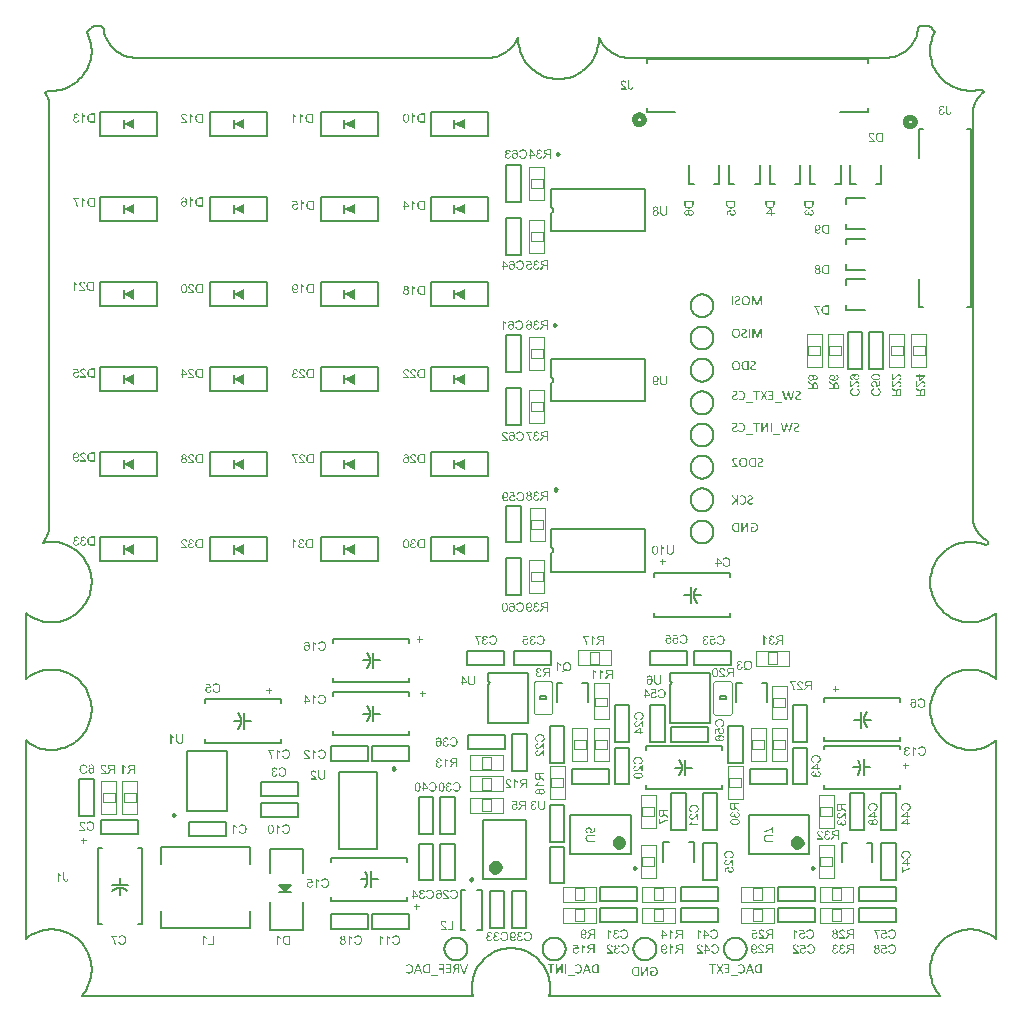
<source format=gbr>
G04*
G04 #@! TF.GenerationSoftware,Altium Limited,Altium Designer,25.8.1 (18)*
G04*
G04 Layer_Color=32896*
%FSLAX44Y44*%
%MOMM*%
G71*
G04*
G04 #@! TF.SameCoordinates,EA6E8681-586E-412E-AD3A-A28C1D5D0A19*
G04*
G04*
G04 #@! TF.FilePolarity,Positive*
G04*
G01*
G75*
%ADD10C,0.2000*%
%ADD11C,0.1500*%
%ADD48C,0.1524*%
%ADD79C,0.6000*%
%ADD115C,0.2500*%
%ADD116C,0.5080*%
%ADD117C,0.1200*%
%ADD118C,0.1270*%
%ADD119C,0.1000*%
G36*
X199441Y531289D02*
X190441Y535789D01*
X199441Y540289D01*
Y531289D01*
D02*
G37*
G36*
X106101D02*
X97101Y535789D01*
X106101Y540289D01*
Y531289D01*
D02*
G37*
G36*
X199441Y459289D02*
X190441Y463789D01*
X199441Y468289D01*
Y459289D01*
D02*
G37*
G36*
X106101D02*
X97101Y463789D01*
X106101Y468289D01*
Y459289D01*
D02*
G37*
G36*
X199441Y387289D02*
X190441Y391789D01*
X199441Y396289D01*
Y387289D01*
D02*
G37*
G36*
X106101D02*
X97101Y391789D01*
X106101Y396289D01*
Y387289D01*
D02*
G37*
G36*
X386121Y531289D02*
X377121Y535789D01*
X386121Y540289D01*
Y531289D01*
D02*
G37*
G36*
X292781D02*
X283781Y535789D01*
X292781Y540289D01*
Y531289D01*
D02*
G37*
G36*
X386121Y459289D02*
X377121Y463789D01*
X386121Y468289D01*
Y459289D01*
D02*
G37*
G36*
X292781D02*
X283781Y463789D01*
X292781Y468289D01*
Y459289D01*
D02*
G37*
G36*
X386121Y387289D02*
X377121Y391789D01*
X386121Y396289D01*
Y387289D01*
D02*
G37*
G36*
X292781D02*
X283781Y391789D01*
X292781Y396289D01*
Y387289D01*
D02*
G37*
G36*
X199441Y747289D02*
X190441Y751789D01*
X199441Y756289D01*
Y747289D01*
D02*
G37*
G36*
X106101D02*
X97101Y751789D01*
X106101Y756289D01*
Y747289D01*
D02*
G37*
G36*
X199441Y675289D02*
X190441Y679789D01*
X199441Y684289D01*
Y675289D01*
D02*
G37*
G36*
X106101D02*
X97101Y679789D01*
X106101Y684289D01*
Y675289D01*
D02*
G37*
G36*
X199441Y603289D02*
X190441Y607789D01*
X199441Y612289D01*
Y603289D01*
D02*
G37*
G36*
X106101D02*
X97101Y607789D01*
X106101Y612289D01*
Y603289D01*
D02*
G37*
G36*
X386121Y747289D02*
X377121Y751789D01*
X386121Y756289D01*
Y747289D01*
D02*
G37*
G36*
X292781D02*
X283781Y751789D01*
X292781Y756289D01*
Y747289D01*
D02*
G37*
G36*
X386121Y675289D02*
X377121Y679789D01*
X386121Y684289D01*
Y675289D01*
D02*
G37*
G36*
X292781D02*
X283781Y679789D01*
X292781Y684289D01*
Y675289D01*
D02*
G37*
G36*
X386121Y603289D02*
X377121Y607789D01*
X386121Y612289D01*
Y603289D01*
D02*
G37*
G36*
X292781D02*
X283781Y607789D01*
X292781Y612289D01*
Y603289D01*
D02*
G37*
G36*
X553873Y384063D02*
X553914Y384049D01*
X553928D01*
X553983Y384035D01*
X554025Y384021D01*
X554053Y384007D01*
X554067D01*
X554122Y383966D01*
X554150Y383952D01*
Y383938D01*
X554164Y383882D01*
Y383869D01*
Y383855D01*
Y381691D01*
X556133D01*
X556202Y381678D01*
X556216Y381664D01*
X556230D01*
X556272Y381608D01*
X556286Y381594D01*
X556300Y381580D01*
X556327Y381497D01*
X556341Y381456D01*
Y381442D01*
X556355Y381386D01*
Y381331D01*
Y381275D01*
Y381261D01*
Y381178D01*
X556341Y381109D01*
Y381067D01*
Y381053D01*
X556313Y380970D01*
X556300Y380942D01*
Y380929D01*
X556244Y380873D01*
X556230Y380845D01*
X556161Y380831D01*
X554164D01*
Y378640D01*
X554150Y378585D01*
Y378571D01*
Y378557D01*
X554094Y378516D01*
X554081Y378502D01*
X554067D01*
X553970Y378488D01*
X553942Y378474D01*
X553928D01*
X553859Y378460D01*
X553637D01*
X553567Y378474D01*
X553512D01*
X553456Y378488D01*
X553415D01*
X553401Y378502D01*
X553387D01*
X553318Y378543D01*
X553304Y378557D01*
X553276Y378613D01*
Y378640D01*
Y380831D01*
X551307D01*
X551251Y380845D01*
X551224D01*
X551168Y380901D01*
X551154Y380915D01*
Y380929D01*
X551127Y381012D01*
X551113Y381040D01*
Y381053D01*
X551099Y381123D01*
X551085Y381192D01*
Y381247D01*
Y381261D01*
Y381331D01*
Y381400D01*
X551099Y381428D01*
Y381442D01*
X551113Y381497D01*
X551127Y381539D01*
X551141Y381567D01*
X551154Y381580D01*
X551196Y381650D01*
X551210Y381664D01*
X551224D01*
X551279Y381691D01*
X553276D01*
Y383855D01*
X553290Y383924D01*
X553304Y383938D01*
X553359Y383993D01*
X553373Y384007D01*
X553387D01*
X553429Y384021D01*
X553470Y384035D01*
X553498Y384049D01*
X553512D01*
X553581Y384063D01*
X553651Y384077D01*
X553803D01*
X553873Y384063D01*
D02*
G37*
G36*
X759613Y211343D02*
X759654Y211329D01*
X759668D01*
X759724Y211315D01*
X759765Y211301D01*
X759793Y211287D01*
X759807D01*
X759862Y211246D01*
X759890Y211232D01*
Y211218D01*
X759904Y211162D01*
Y211149D01*
Y211135D01*
Y208971D01*
X761873D01*
X761942Y208958D01*
X761956Y208944D01*
X761970D01*
X762012Y208888D01*
X762026Y208874D01*
X762039Y208860D01*
X762067Y208777D01*
X762081Y208736D01*
Y208722D01*
X762095Y208666D01*
Y208611D01*
Y208555D01*
Y208541D01*
Y208458D01*
X762081Y208389D01*
Y208347D01*
Y208333D01*
X762053Y208250D01*
X762039Y208222D01*
Y208209D01*
X761984Y208153D01*
X761970Y208125D01*
X761901Y208111D01*
X759904D01*
Y205920D01*
X759890Y205865D01*
Y205851D01*
Y205837D01*
X759834Y205795D01*
X759821Y205782D01*
X759807D01*
X759710Y205768D01*
X759682Y205754D01*
X759668D01*
X759599Y205740D01*
X759377D01*
X759307Y205754D01*
X759252D01*
X759196Y205768D01*
X759155D01*
X759141Y205782D01*
X759127D01*
X759058Y205823D01*
X759044Y205837D01*
X759016Y205893D01*
Y205920D01*
Y208111D01*
X757047D01*
X756991Y208125D01*
X756964D01*
X756908Y208181D01*
X756894Y208195D01*
Y208209D01*
X756867Y208292D01*
X756853Y208319D01*
Y208333D01*
X756839Y208403D01*
X756825Y208472D01*
Y208528D01*
Y208541D01*
Y208611D01*
Y208680D01*
X756839Y208708D01*
Y208722D01*
X756853Y208777D01*
X756867Y208819D01*
X756880Y208846D01*
X756894Y208860D01*
X756936Y208930D01*
X756950Y208944D01*
X756964D01*
X757019Y208971D01*
X759016D01*
Y211135D01*
X759030Y211204D01*
X759044Y211218D01*
X759099Y211273D01*
X759113Y211287D01*
X759127D01*
X759169Y211301D01*
X759210Y211315D01*
X759238Y211329D01*
X759252D01*
X759321Y211343D01*
X759391Y211357D01*
X759543D01*
X759613Y211343D01*
D02*
G37*
G36*
X700157Y276212D02*
X700198Y276198D01*
X700212D01*
X700267Y276184D01*
X700309Y276170D01*
X700337Y276156D01*
X700351D01*
X700406Y276115D01*
X700434Y276101D01*
Y276087D01*
X700448Y276031D01*
Y276017D01*
Y276004D01*
Y273840D01*
X702417D01*
X702486Y273826D01*
X702500Y273812D01*
X702514D01*
X702556Y273757D01*
X702570Y273743D01*
X702583Y273729D01*
X702611Y273646D01*
X702625Y273604D01*
Y273591D01*
X702639Y273535D01*
Y273479D01*
Y273424D01*
Y273410D01*
Y273327D01*
X702625Y273258D01*
Y273216D01*
Y273202D01*
X702597Y273119D01*
X702583Y273091D01*
Y273077D01*
X702528Y273022D01*
X702514Y272994D01*
X702445Y272980D01*
X700448D01*
Y270789D01*
X700434Y270734D01*
Y270720D01*
Y270706D01*
X700378Y270664D01*
X700365Y270650D01*
X700351D01*
X700254Y270637D01*
X700226Y270623D01*
X700212D01*
X700143Y270609D01*
X699921D01*
X699852Y270623D01*
X699796D01*
X699741Y270637D01*
X699699D01*
X699685Y270650D01*
X699671D01*
X699602Y270692D01*
X699588Y270706D01*
X699560Y270761D01*
Y270789D01*
Y272980D01*
X697591D01*
X697535Y272994D01*
X697508D01*
X697452Y273050D01*
X697438Y273064D01*
Y273077D01*
X697411Y273160D01*
X697397Y273188D01*
Y273202D01*
X697383Y273272D01*
X697369Y273341D01*
Y273396D01*
Y273410D01*
Y273479D01*
Y273549D01*
X697383Y273577D01*
Y273591D01*
X697397Y273646D01*
X697411Y273687D01*
X697424Y273715D01*
X697438Y273729D01*
X697480Y273799D01*
X697494Y273812D01*
X697508D01*
X697563Y273840D01*
X699560D01*
Y276004D01*
X699574Y276073D01*
X699588Y276087D01*
X699643Y276142D01*
X699657Y276156D01*
X699671D01*
X699713Y276170D01*
X699754Y276184D01*
X699782Y276198D01*
X699796D01*
X699865Y276212D01*
X699935Y276225D01*
X700087D01*
X700157Y276212D01*
D02*
G37*
G36*
X345593Y91963D02*
X345634Y91949D01*
X345648D01*
X345704Y91935D01*
X345745Y91921D01*
X345773Y91907D01*
X345787D01*
X345842Y91866D01*
X345870Y91852D01*
Y91838D01*
X345884Y91783D01*
Y91769D01*
Y91755D01*
Y89591D01*
X347853D01*
X347922Y89578D01*
X347936Y89564D01*
X347950D01*
X347992Y89508D01*
X348006Y89494D01*
X348019Y89480D01*
X348047Y89397D01*
X348061Y89356D01*
Y89342D01*
X348075Y89286D01*
Y89231D01*
Y89175D01*
Y89161D01*
Y89078D01*
X348061Y89009D01*
Y88967D01*
Y88953D01*
X348033Y88870D01*
X348019Y88842D01*
Y88829D01*
X347964Y88773D01*
X347950Y88745D01*
X347881Y88731D01*
X345884D01*
Y86540D01*
X345870Y86485D01*
Y86471D01*
Y86457D01*
X345814Y86416D01*
X345801Y86402D01*
X345787D01*
X345690Y86388D01*
X345662Y86374D01*
X345648D01*
X345579Y86360D01*
X345357D01*
X345287Y86374D01*
X345232D01*
X345177Y86388D01*
X345135D01*
X345121Y86402D01*
X345107D01*
X345038Y86443D01*
X345024Y86457D01*
X344996Y86513D01*
Y86540D01*
Y88731D01*
X343027D01*
X342971Y88745D01*
X342944D01*
X342888Y88801D01*
X342874Y88815D01*
Y88829D01*
X342847Y88912D01*
X342833Y88940D01*
Y88953D01*
X342819Y89023D01*
X342805Y89092D01*
Y89148D01*
Y89161D01*
Y89231D01*
Y89300D01*
X342819Y89328D01*
Y89342D01*
X342833Y89397D01*
X342847Y89439D01*
X342860Y89466D01*
X342874Y89480D01*
X342916Y89550D01*
X342930Y89564D01*
X342944D01*
X342999Y89591D01*
X344996D01*
Y91755D01*
X345010Y91824D01*
X345024Y91838D01*
X345079Y91894D01*
X345093Y91907D01*
X345107D01*
X345149Y91921D01*
X345190Y91935D01*
X345218Y91949D01*
X345232D01*
X345301Y91963D01*
X345371Y91977D01*
X345523D01*
X345593Y91963D01*
D02*
G37*
G36*
X63653Y147843D02*
X63694Y147829D01*
X63708D01*
X63763Y147815D01*
X63805Y147801D01*
X63833Y147787D01*
X63847D01*
X63902Y147746D01*
X63930Y147732D01*
Y147718D01*
X63944Y147662D01*
Y147649D01*
Y147635D01*
Y145471D01*
X65913D01*
X65982Y145457D01*
X65996Y145444D01*
X66010D01*
X66052Y145388D01*
X66066Y145374D01*
X66080Y145360D01*
X66107Y145277D01*
X66121Y145236D01*
Y145222D01*
X66135Y145166D01*
Y145111D01*
Y145055D01*
Y145041D01*
Y144958D01*
X66121Y144889D01*
Y144847D01*
Y144833D01*
X66093Y144750D01*
X66080Y144722D01*
Y144709D01*
X66024Y144653D01*
X66010Y144625D01*
X65941Y144612D01*
X63944D01*
Y142420D01*
X63930Y142365D01*
Y142351D01*
Y142337D01*
X63874Y142296D01*
X63861Y142282D01*
X63847D01*
X63750Y142268D01*
X63722Y142254D01*
X63708D01*
X63639Y142240D01*
X63417D01*
X63347Y142254D01*
X63292D01*
X63236Y142268D01*
X63195D01*
X63181Y142282D01*
X63167D01*
X63098Y142323D01*
X63084Y142337D01*
X63056Y142393D01*
Y142420D01*
Y144612D01*
X61087D01*
X61031Y144625D01*
X61004D01*
X60948Y144681D01*
X60934Y144695D01*
Y144709D01*
X60907Y144792D01*
X60893Y144819D01*
Y144833D01*
X60879Y144903D01*
X60865Y144972D01*
Y145028D01*
Y145041D01*
Y145111D01*
Y145180D01*
X60879Y145208D01*
Y145222D01*
X60893Y145277D01*
X60907Y145319D01*
X60921Y145346D01*
X60934Y145360D01*
X60976Y145430D01*
X60990Y145444D01*
X61004D01*
X61059Y145471D01*
X63056D01*
Y147635D01*
X63070Y147704D01*
X63084Y147718D01*
X63139Y147774D01*
X63153Y147787D01*
X63167D01*
X63209Y147801D01*
X63250Y147815D01*
X63278Y147829D01*
X63292D01*
X63361Y147843D01*
X63431Y147857D01*
X63583D01*
X63653Y147843D01*
D02*
G37*
G36*
X220498Y274843D02*
X220539Y274829D01*
X220553D01*
X220609Y274815D01*
X220650Y274801D01*
X220678Y274787D01*
X220692D01*
X220747Y274746D01*
X220775Y274732D01*
Y274718D01*
X220789Y274662D01*
Y274649D01*
Y274635D01*
Y272471D01*
X222758D01*
X222827Y272458D01*
X222841Y272444D01*
X222855D01*
X222897Y272388D01*
X222911Y272374D01*
X222924Y272360D01*
X222952Y272277D01*
X222966Y272236D01*
Y272222D01*
X222980Y272166D01*
Y272111D01*
Y272055D01*
Y272041D01*
Y271958D01*
X222966Y271889D01*
Y271847D01*
Y271833D01*
X222938Y271750D01*
X222924Y271722D01*
Y271709D01*
X222869Y271653D01*
X222855Y271625D01*
X222786Y271611D01*
X220789D01*
Y269420D01*
X220775Y269365D01*
Y269351D01*
Y269337D01*
X220719Y269296D01*
X220706Y269282D01*
X220692D01*
X220595Y269268D01*
X220567Y269254D01*
X220553D01*
X220484Y269240D01*
X220262D01*
X220192Y269254D01*
X220137D01*
X220082Y269268D01*
X220040D01*
X220026Y269282D01*
X220012D01*
X219943Y269323D01*
X219929Y269337D01*
X219901Y269393D01*
Y269420D01*
Y271611D01*
X217932D01*
X217876Y271625D01*
X217849D01*
X217793Y271681D01*
X217779Y271695D01*
Y271709D01*
X217752Y271792D01*
X217738Y271819D01*
Y271833D01*
X217724Y271903D01*
X217710Y271972D01*
Y272027D01*
Y272041D01*
Y272111D01*
Y272180D01*
X217724Y272208D01*
Y272222D01*
X217738Y272277D01*
X217752Y272319D01*
X217766Y272346D01*
X217779Y272360D01*
X217821Y272430D01*
X217835Y272444D01*
X217849D01*
X217904Y272471D01*
X219901D01*
Y274635D01*
X219915Y274704D01*
X219929Y274718D01*
X219984Y274774D01*
X219998Y274787D01*
X220012D01*
X220054Y274801D01*
X220095Y274815D01*
X220123Y274829D01*
X220137D01*
X220206Y274843D01*
X220276Y274857D01*
X220428D01*
X220498Y274843D01*
D02*
G37*
G36*
X350673Y272303D02*
X350714Y272289D01*
X350728D01*
X350784Y272275D01*
X350825Y272261D01*
X350853Y272247D01*
X350867D01*
X350922Y272206D01*
X350950Y272192D01*
Y272178D01*
X350964Y272122D01*
Y272109D01*
Y272095D01*
Y269931D01*
X352933D01*
X353002Y269918D01*
X353016Y269904D01*
X353030D01*
X353072Y269848D01*
X353086Y269834D01*
X353100Y269820D01*
X353127Y269737D01*
X353141Y269696D01*
Y269682D01*
X353155Y269626D01*
Y269571D01*
Y269515D01*
Y269501D01*
Y269418D01*
X353141Y269349D01*
Y269307D01*
Y269293D01*
X353113Y269210D01*
X353100Y269182D01*
Y269169D01*
X353044Y269113D01*
X353030Y269085D01*
X352961Y269072D01*
X350964D01*
Y266880D01*
X350950Y266825D01*
Y266811D01*
Y266797D01*
X350894Y266756D01*
X350881Y266742D01*
X350867D01*
X350770Y266728D01*
X350742Y266714D01*
X350728D01*
X350659Y266700D01*
X350437D01*
X350367Y266714D01*
X350312D01*
X350257Y266728D01*
X350215D01*
X350201Y266742D01*
X350187D01*
X350118Y266783D01*
X350104Y266797D01*
X350076Y266853D01*
Y266880D01*
Y269072D01*
X348107D01*
X348051Y269085D01*
X348024D01*
X347968Y269141D01*
X347954Y269155D01*
Y269169D01*
X347927Y269252D01*
X347913Y269279D01*
Y269293D01*
X347899Y269363D01*
X347885Y269432D01*
Y269487D01*
Y269501D01*
Y269571D01*
Y269640D01*
X347899Y269668D01*
Y269682D01*
X347913Y269737D01*
X347927Y269779D01*
X347940Y269806D01*
X347954Y269820D01*
X347996Y269890D01*
X348010Y269904D01*
X348024D01*
X348079Y269931D01*
X350076D01*
Y272095D01*
X350090Y272164D01*
X350104Y272178D01*
X350159Y272234D01*
X350173Y272247D01*
X350187D01*
X350229Y272261D01*
X350270Y272275D01*
X350298Y272289D01*
X350312D01*
X350381Y272303D01*
X350451Y272317D01*
X350603D01*
X350673Y272303D01*
D02*
G37*
G36*
X348133Y318424D02*
X348174Y318410D01*
X348188D01*
X348243Y318396D01*
X348285Y318382D01*
X348313Y318368D01*
X348327D01*
X348382Y318327D01*
X348410Y318313D01*
Y318299D01*
X348424Y318244D01*
Y318230D01*
Y318216D01*
Y316052D01*
X350393D01*
X350462Y316038D01*
X350476Y316025D01*
X350490D01*
X350532Y315969D01*
X350546Y315955D01*
X350560Y315941D01*
X350587Y315858D01*
X350601Y315817D01*
Y315803D01*
X350615Y315747D01*
Y315692D01*
Y315636D01*
Y315622D01*
Y315539D01*
X350601Y315470D01*
Y315428D01*
Y315414D01*
X350573Y315331D01*
X350560Y315303D01*
Y315290D01*
X350504Y315234D01*
X350490Y315206D01*
X350421Y315193D01*
X348424D01*
Y313001D01*
X348410Y312946D01*
Y312932D01*
Y312918D01*
X348354Y312876D01*
X348341Y312863D01*
X348327D01*
X348230Y312849D01*
X348202Y312835D01*
X348188D01*
X348119Y312821D01*
X347897D01*
X347827Y312835D01*
X347772D01*
X347716Y312849D01*
X347675D01*
X347661Y312863D01*
X347647D01*
X347578Y312904D01*
X347564Y312918D01*
X347536Y312974D01*
Y313001D01*
Y315193D01*
X345567D01*
X345511Y315206D01*
X345484D01*
X345428Y315262D01*
X345414Y315276D01*
Y315290D01*
X345387Y315373D01*
X345373Y315401D01*
Y315414D01*
X345359Y315484D01*
X345345Y315553D01*
Y315609D01*
Y315622D01*
Y315692D01*
Y315761D01*
X345359Y315789D01*
Y315803D01*
X345373Y315858D01*
X345387Y315900D01*
X345401Y315928D01*
X345414Y315941D01*
X345456Y316011D01*
X345470Y316025D01*
X345484D01*
X345539Y316052D01*
X347536D01*
Y318216D01*
X347550Y318285D01*
X347564Y318299D01*
X347619Y318354D01*
X347633Y318368D01*
X347647D01*
X347689Y318382D01*
X347730Y318396D01*
X347758Y318410D01*
X347772D01*
X347841Y318424D01*
X347911Y318438D01*
X348063D01*
X348133Y318424D01*
D02*
G37*
G36*
X604434Y40451D02*
X604461D01*
X604531Y40437D01*
X604586Y40410D01*
X604614Y40396D01*
X604628Y40382D01*
X604656Y40340D01*
Y40299D01*
Y40271D01*
Y40257D01*
X604628Y40202D01*
X604600Y40132D01*
X604572Y40077D01*
X604558Y40049D01*
X602534Y36596D01*
X604656Y33032D01*
X604711Y32935D01*
X604739Y32865D01*
X604753Y32824D01*
Y32810D01*
Y32768D01*
X604739Y32727D01*
X604725Y32713D01*
Y32699D01*
X604669Y32685D01*
X604614Y32671D01*
X604572Y32657D01*
X604558D01*
X604461Y32643D01*
X604364Y32630D01*
X604129D01*
X604045Y32643D01*
X603962D01*
X603893Y32657D01*
X603837D01*
X603810Y32671D01*
X603796D01*
X603754Y32685D01*
X603726Y32699D01*
X603699Y32713D01*
X603643Y32782D01*
X603629Y32796D01*
Y32810D01*
X601882Y35903D01*
X600148Y32810D01*
X600121Y32740D01*
X600107Y32727D01*
Y32713D01*
X600037Y32685D01*
X600023Y32671D01*
X600010D01*
X599954Y32657D01*
X599899D01*
X599843Y32643D01*
X599829D01*
X599732Y32630D01*
X599399D01*
X599288Y32643D01*
X599233Y32657D01*
X599205D01*
X599122Y32671D01*
X599067Y32685D01*
X599039Y32699D01*
X599025D01*
X598997Y32740D01*
X598983Y32768D01*
Y32796D01*
Y32810D01*
X598997Y32879D01*
X599039Y32949D01*
X599067Y33004D01*
X599081Y33032D01*
X601175Y36624D01*
X599164Y40049D01*
X599122Y40146D01*
X599094Y40202D01*
X599081Y40243D01*
Y40257D01*
Y40313D01*
X599094Y40354D01*
X599108Y40368D01*
X599122Y40382D01*
X599178Y40410D01*
X599219Y40424D01*
X599275Y40437D01*
X599288D01*
X599386Y40451D01*
X599483Y40465D01*
X599788D01*
X599857Y40451D01*
X599871D01*
X599940Y40437D01*
X599982Y40424D01*
X600010Y40410D01*
X600023D01*
X600093Y40382D01*
X600107Y40368D01*
X600121Y40354D01*
X600162Y40299D01*
X600176Y40285D01*
Y40271D01*
X601826Y37373D01*
X603491Y40271D01*
X603546Y40340D01*
X603560Y40354D01*
X603588Y40382D01*
X603615Y40396D01*
X603643Y40410D01*
X603657D01*
X603713Y40424D01*
X603768Y40437D01*
X603824Y40451D01*
X603837D01*
X603934Y40465D01*
X604378D01*
X604434Y40451D01*
D02*
G37*
G36*
X619980Y40507D02*
X620244Y40479D01*
X620479Y40437D01*
X620687Y40382D01*
X620868Y40327D01*
X620993Y40285D01*
X621076Y40257D01*
X621090Y40243D01*
X621104D01*
X621325Y40132D01*
X621533Y40008D01*
X621714Y39869D01*
X621880Y39744D01*
X622005Y39619D01*
X622102Y39522D01*
X622158Y39467D01*
X622185Y39439D01*
X622338Y39231D01*
X622477Y39009D01*
X622601Y38801D01*
X622698Y38593D01*
X622782Y38413D01*
X622837Y38274D01*
X622851Y38219D01*
X622865Y38177D01*
X622879Y38163D01*
Y38149D01*
X622962Y37858D01*
X623017Y37567D01*
X623059Y37276D01*
X623087Y37012D01*
X623101Y36790D01*
Y36693D01*
X623114Y36610D01*
Y36541D01*
Y36485D01*
Y36457D01*
Y36443D01*
X623101Y36097D01*
X623073Y35792D01*
X623045Y35500D01*
X623004Y35265D01*
X622962Y35057D01*
X622948Y34973D01*
X622920Y34904D01*
X622906Y34848D01*
Y34807D01*
X622892Y34793D01*
Y34779D01*
X622795Y34516D01*
X622685Y34280D01*
X622574Y34072D01*
X622477Y33905D01*
X622379Y33753D01*
X622296Y33642D01*
X622241Y33586D01*
X622227Y33559D01*
X622060Y33392D01*
X621880Y33240D01*
X621714Y33115D01*
X621547Y33004D01*
X621409Y32935D01*
X621298Y32865D01*
X621228Y32838D01*
X621201Y32824D01*
X620965Y32740D01*
X620729Y32685D01*
X620493Y32630D01*
X620285Y32602D01*
X620105Y32588D01*
X619952Y32574D01*
X619828D01*
X619523Y32588D01*
X619384Y32602D01*
X619259Y32616D01*
X619162Y32630D01*
X619093Y32643D01*
X619037Y32657D01*
X619023D01*
X618760Y32713D01*
X618649Y32740D01*
X618552Y32768D01*
X618482Y32796D01*
X618427Y32824D01*
X618385Y32838D01*
X618371D01*
X618177Y32935D01*
X618025Y33004D01*
X617969Y33046D01*
X617928Y33059D01*
X617914Y33087D01*
X617900D01*
X617775Y33170D01*
X617706Y33226D01*
X617664Y33254D01*
X617650Y33268D01*
X617609Y33309D01*
X617581Y33351D01*
X617567Y33365D01*
Y33379D01*
X617539Y33434D01*
X617525Y33462D01*
X617498Y33545D01*
Y33573D01*
Y33586D01*
X617484Y33656D01*
Y33711D01*
Y33753D01*
Y33767D01*
Y33864D01*
Y33933D01*
X617498Y33975D01*
Y33989D01*
X617512Y34058D01*
Y34100D01*
X617525Y34114D01*
Y34127D01*
X617539Y34169D01*
X617553Y34183D01*
X617567Y34197D01*
X617581D01*
X617622Y34225D01*
X617650D01*
X617720Y34211D01*
X617803Y34169D01*
X617872Y34114D01*
X617886Y34100D01*
X617900D01*
X618025Y34016D01*
X618163Y33933D01*
X618219Y33905D01*
X618260Y33878D01*
X618288Y33850D01*
X618302D01*
X618496Y33753D01*
X618676Y33670D01*
X618760Y33642D01*
X618829Y33614D01*
X618871Y33600D01*
X618885D01*
X619162Y33531D01*
X619287Y33517D01*
X619412Y33503D01*
X619523Y33489D01*
X619689D01*
X619897Y33503D01*
X620077Y33517D01*
X620244Y33545D01*
X620382Y33586D01*
X620507Y33628D01*
X620590Y33656D01*
X620660Y33670D01*
X620674Y33684D01*
X620826Y33767D01*
X620965Y33850D01*
X621090Y33947D01*
X621201Y34044D01*
X621284Y34127D01*
X621353Y34197D01*
X621395Y34238D01*
X621409Y34252D01*
X621506Y34405D01*
X621603Y34557D01*
X621686Y34710D01*
X621741Y34862D01*
X621797Y35001D01*
X621838Y35098D01*
X621852Y35168D01*
X621866Y35195D01*
X621922Y35417D01*
X621950Y35639D01*
X621977Y35861D01*
X622005Y36055D01*
Y36235D01*
X622019Y36374D01*
Y36430D01*
Y36471D01*
Y36485D01*
Y36499D01*
X622005Y36776D01*
X621991Y37026D01*
X621963Y37248D01*
X621936Y37442D01*
X621908Y37594D01*
X621894Y37719D01*
X621866Y37789D01*
Y37816D01*
X621797Y38024D01*
X621728Y38219D01*
X621644Y38385D01*
X621561Y38524D01*
X621506Y38649D01*
X621450Y38732D01*
X621409Y38787D01*
X621395Y38801D01*
X621270Y38940D01*
X621159Y39065D01*
X621034Y39176D01*
X620923Y39259D01*
X620826Y39328D01*
X620743Y39370D01*
X620687Y39397D01*
X620674Y39411D01*
X620507Y39481D01*
X620341Y39536D01*
X620188Y39564D01*
X620036Y39592D01*
X619911Y39605D01*
X619814Y39619D01*
X619550D01*
X619398Y39605D01*
X619259Y39578D01*
X619134Y39564D01*
X619037Y39536D01*
X618968Y39508D01*
X618926Y39495D01*
X618912D01*
X618676Y39411D01*
X618579Y39370D01*
X618496Y39328D01*
X618427Y39286D01*
X618371Y39259D01*
X618344Y39245D01*
X618330Y39231D01*
X618163Y39134D01*
X618052Y39051D01*
X617969Y38995D01*
X617942Y38981D01*
X617844Y38912D01*
X617761Y38884D01*
X617720Y38870D01*
X617706D01*
X617636Y38884D01*
X617622D01*
X617581Y38940D01*
X617567Y38954D01*
Y38967D01*
X617539Y39065D01*
X617525Y39106D01*
Y39120D01*
X617512Y39189D01*
Y39245D01*
Y39300D01*
Y39314D01*
Y39383D01*
Y39453D01*
X617525Y39481D01*
Y39495D01*
X617539Y39550D01*
Y39592D01*
X617553Y39619D01*
Y39633D01*
X617581Y39702D01*
X617595Y39730D01*
X617609Y39772D01*
X617650Y39813D01*
X617678Y39841D01*
X617692Y39855D01*
X617775Y39924D01*
X617872Y39994D01*
X617955Y40049D01*
X617969Y40063D01*
X617983D01*
X618149Y40146D01*
X618302Y40216D01*
X618371Y40243D01*
X618427Y40271D01*
X618455Y40285D01*
X618469D01*
X618676Y40354D01*
X618857Y40410D01*
X618940Y40424D01*
X618996Y40437D01*
X619037Y40451D01*
X619051D01*
X619287Y40493D01*
X619398Y40507D01*
X619495D01*
X619578Y40521D01*
X619703D01*
X619980Y40507D01*
D02*
G37*
G36*
X637038Y40410D02*
X637122Y40382D01*
X637177Y40340D01*
X637205Y40327D01*
X637274Y40230D01*
X637302Y40118D01*
X637316Y40035D01*
Y40008D01*
Y39994D01*
Y33087D01*
X637302Y32935D01*
X637260Y32838D01*
X637219Y32768D01*
X637205Y32754D01*
X637108Y32713D01*
X637024Y32685D01*
X636969Y32671D01*
X635291D01*
X634930Y32685D01*
X634611Y32713D01*
X634320Y32740D01*
X634070Y32796D01*
X633862Y32838D01*
X633779Y32852D01*
X633710Y32865D01*
X633654Y32879D01*
X633613Y32893D01*
X633599Y32907D01*
X633585D01*
X633321Y33004D01*
X633086Y33129D01*
X632892Y33254D01*
X632711Y33365D01*
X632573Y33476D01*
X632462Y33559D01*
X632406Y33614D01*
X632379Y33642D01*
X632198Y33836D01*
X632046Y34044D01*
X631921Y34252D01*
X631810Y34460D01*
X631727Y34627D01*
X631657Y34765D01*
X631643Y34821D01*
X631630Y34862D01*
X631616Y34876D01*
Y34890D01*
X631533Y35181D01*
X631463Y35487D01*
X631422Y35778D01*
X631380Y36055D01*
X631366Y36291D01*
Y36402D01*
X631352Y36485D01*
Y36554D01*
Y36610D01*
Y36638D01*
Y36651D01*
X631366Y36970D01*
X631394Y37262D01*
X631435Y37525D01*
X631477Y37761D01*
X631519Y37955D01*
X631560Y38094D01*
X631574Y38149D01*
X631588Y38191D01*
X631602Y38205D01*
Y38219D01*
X631699Y38468D01*
X631810Y38704D01*
X631935Y38912D01*
X632046Y39078D01*
X632143Y39217D01*
X632226Y39328D01*
X632281Y39383D01*
X632309Y39411D01*
X632489Y39578D01*
X632697Y39730D01*
X632892Y39855D01*
X633072Y39966D01*
X633238Y40049D01*
X633363Y40118D01*
X633460Y40146D01*
X633474Y40160D01*
X633488D01*
X633765Y40243D01*
X634043Y40313D01*
X634334Y40354D01*
X634597Y40396D01*
X634833Y40410D01*
X634930D01*
X635014Y40424D01*
X636941D01*
X637038Y40410D01*
D02*
G37*
G36*
X609731D02*
X609815Y40382D01*
X609870Y40340D01*
X609898Y40327D01*
X609967Y40230D01*
X609995Y40118D01*
X610009Y40035D01*
Y40008D01*
Y39994D01*
Y33087D01*
X609995Y32935D01*
X609953Y32838D01*
X609912Y32768D01*
X609898Y32754D01*
X609801Y32713D01*
X609717Y32685D01*
X609662Y32671D01*
X605918D01*
X605848Y32685D01*
X605834D01*
X605779Y32740D01*
X605765Y32754D01*
Y32768D01*
X605723Y32852D01*
X605710Y32879D01*
Y32893D01*
X605696Y32962D01*
Y33018D01*
Y33073D01*
Y33087D01*
Y33170D01*
Y33240D01*
X605710Y33281D01*
Y33295D01*
X605723Y33351D01*
X605737Y33392D01*
X605751Y33406D01*
X605765Y33420D01*
X605807Y33489D01*
X605821Y33503D01*
X605834D01*
X605890Y33531D01*
X608983D01*
Y36305D01*
X606389D01*
X606334Y36319D01*
X606306D01*
X606250Y36360D01*
X606237Y36388D01*
X606223Y36430D01*
X606209Y36471D01*
X606195Y36499D01*
Y36513D01*
X606181Y36582D01*
Y36638D01*
Y36679D01*
Y36693D01*
Y36776D01*
Y36846D01*
X606195Y36887D01*
Y36901D01*
X606209Y36957D01*
X606223Y36998D01*
X606237Y37012D01*
Y37026D01*
X606278Y37095D01*
X606292Y37109D01*
X606306D01*
X606361Y37137D01*
X608983D01*
Y39564D01*
X605945D01*
X605890Y39578D01*
X605862D01*
X605821Y39619D01*
X605807Y39647D01*
X605779Y39744D01*
X605765Y39772D01*
Y39786D01*
X605751Y39855D01*
X605737Y39911D01*
Y39966D01*
Y39980D01*
Y40063D01*
X605751Y40118D01*
X605765Y40160D01*
Y40174D01*
X605779Y40230D01*
X605793Y40271D01*
X605807Y40299D01*
Y40313D01*
X605834Y40382D01*
X605848Y40396D01*
X605862D01*
X605918Y40424D01*
X609634D01*
X609731Y40410D01*
D02*
G37*
G36*
X627552Y40451D02*
X627580D01*
X627663Y40437D01*
X627719Y40424D01*
X627760Y40410D01*
X627774D01*
X627857Y40382D01*
X627871Y40368D01*
X627885Y40354D01*
X627927Y40285D01*
X627941Y40257D01*
Y40243D01*
X630534Y33032D01*
X630562Y32935D01*
X630576Y32865D01*
X630589Y32824D01*
Y32810D01*
X630576Y32768D01*
X630562Y32727D01*
X630548Y32713D01*
Y32699D01*
X630506Y32685D01*
X630451Y32671D01*
X630409Y32657D01*
X630395D01*
X630298Y32643D01*
X630201Y32630D01*
X629993D01*
X629910Y32643D01*
X629841D01*
X629771Y32657D01*
X629716D01*
X629688Y32671D01*
X629674D01*
X629605Y32713D01*
X629591Y32740D01*
X629549Y32810D01*
X629535Y32824D01*
Y32838D01*
X628911Y34710D01*
X625680D01*
X625014Y32810D01*
X624973Y32740D01*
X624959Y32727D01*
Y32713D01*
X624903Y32685D01*
X624890Y32671D01*
X624876D01*
X624820Y32657D01*
X624765D01*
X624723Y32643D01*
X624709D01*
X624612Y32630D01*
X624293D01*
X624196Y32643D01*
X624113D01*
X624044Y32657D01*
X623988Y32671D01*
X623974Y32685D01*
X623960D01*
X623933Y32727D01*
X623919Y32768D01*
Y32796D01*
Y32810D01*
Y32879D01*
X623933Y32949D01*
X623946Y33004D01*
X623960Y33032D01*
X626568Y40243D01*
X626609Y40313D01*
X626623Y40340D01*
X626637D01*
X626679Y40382D01*
X626720Y40396D01*
X626748Y40410D01*
X626762D01*
X626817Y40424D01*
X626887Y40437D01*
X626928Y40451D01*
X626956D01*
X627053Y40465D01*
X627497D01*
X627552Y40451D01*
D02*
G37*
G36*
X598456Y40410D02*
X598470Y40396D01*
X598484D01*
X598540Y40340D01*
X598554Y40327D01*
Y40313D01*
X598567Y40230D01*
X598581Y40188D01*
Y40174D01*
X598595Y40105D01*
Y40049D01*
Y39994D01*
Y39980D01*
Y39897D01*
X598581Y39827D01*
Y39786D01*
Y39772D01*
X598567Y39716D01*
Y39675D01*
X598554Y39647D01*
Y39633D01*
X598512Y39578D01*
X598484Y39564D01*
X598429Y39550D01*
X596210D01*
Y32810D01*
X596196Y32754D01*
Y32740D01*
Y32727D01*
X596140Y32699D01*
X596127Y32685D01*
X596113D01*
X596002Y32671D01*
X595960Y32657D01*
X595946D01*
X595863Y32643D01*
X595780Y32630D01*
X595600D01*
X595530Y32643D01*
X595475Y32657D01*
X595461D01*
X595392Y32671D01*
X595350D01*
X595322Y32685D01*
X595308D01*
X595267Y32699D01*
X595239Y32713D01*
X595211Y32727D01*
X595183Y32782D01*
Y32810D01*
Y39550D01*
X593006D01*
X592951Y39564D01*
X592923D01*
X592867Y39605D01*
X592854Y39633D01*
X592826Y39730D01*
X592812Y39758D01*
Y39772D01*
X592798Y39841D01*
Y39911D01*
Y39966D01*
Y39980D01*
Y40063D01*
Y40118D01*
X592812Y40160D01*
Y40174D01*
X592826Y40230D01*
X592840Y40271D01*
X592854Y40299D01*
Y40313D01*
X592895Y40382D01*
X592909Y40396D01*
X592923D01*
X592978Y40424D01*
X598401D01*
X598456Y40410D01*
D02*
G37*
G36*
X617054Y31257D02*
X617109Y31229D01*
X617137Y31187D01*
X617151Y31173D01*
X617179Y31090D01*
X617193Y30979D01*
Y30896D01*
Y30882D01*
Y30868D01*
X617179Y30730D01*
X617165Y30646D01*
X617151Y30591D01*
Y30577D01*
X617095Y30522D01*
X617040Y30494D01*
X616998Y30480D01*
X611215D01*
X611146Y30494D01*
X611091Y30536D01*
X611077Y30563D01*
X611063Y30577D01*
X611035Y30660D01*
X611007Y30771D01*
Y30854D01*
Y30868D01*
Y30882D01*
X611021Y31021D01*
X611035Y31118D01*
X611049Y31173D01*
X611063Y31187D01*
X611104Y31243D01*
X611160Y31257D01*
X611201Y31270D01*
X616985D01*
X617054Y31257D01*
D02*
G37*
G36*
X545861Y38440D02*
X546153Y38413D01*
X546416Y38357D01*
X546652Y38316D01*
X546846Y38260D01*
X546985Y38205D01*
X547040Y38191D01*
X547082Y38177D01*
X547096Y38163D01*
X547110D01*
X547359Y38038D01*
X547595Y37913D01*
X547803Y37775D01*
X547983Y37636D01*
X548136Y37511D01*
X548233Y37414D01*
X548302Y37359D01*
X548330Y37331D01*
X548510Y37123D01*
X548663Y36915D01*
X548801Y36693D01*
X548899Y36499D01*
X548996Y36319D01*
X549051Y36180D01*
X549079Y36124D01*
X549093Y36083D01*
X549107Y36069D01*
Y36055D01*
X549204Y35764D01*
X549273Y35487D01*
X549315Y35195D01*
X549342Y34946D01*
X549370Y34724D01*
Y34627D01*
X549384Y34543D01*
Y34474D01*
Y34432D01*
Y34405D01*
Y34391D01*
X549370Y34072D01*
X549342Y33767D01*
X549301Y33489D01*
X549259Y33254D01*
X549218Y33059D01*
X549176Y32907D01*
X549162Y32852D01*
X549148Y32810D01*
X549134Y32796D01*
Y32782D01*
X549023Y32519D01*
X548913Y32283D01*
X548788Y32075D01*
X548663Y31895D01*
X548552Y31742D01*
X548469Y31645D01*
X548413Y31576D01*
X548386Y31548D01*
X548191Y31368D01*
X547997Y31215D01*
X547789Y31076D01*
X547609Y30965D01*
X547442Y30868D01*
X547304Y30813D01*
X547220Y30771D01*
X547207Y30757D01*
X547193D01*
X546915Y30660D01*
X546638Y30591D01*
X546375Y30549D01*
X546125Y30522D01*
X545903Y30494D01*
X545820D01*
X545737Y30480D01*
X545584D01*
X545376Y30494D01*
X545182Y30508D01*
X545112D01*
X545057Y30522D01*
X545002D01*
X544780Y30549D01*
X544683Y30577D01*
X544585Y30591D01*
X544516Y30605D01*
X544461D01*
X544419Y30619D01*
X544405D01*
X544183Y30674D01*
X544086Y30702D01*
X544003Y30730D01*
X543920Y30757D01*
X543864Y30771D01*
X543837Y30785D01*
X543823D01*
X543643Y30868D01*
X543490Y30924D01*
X543448Y30951D01*
X543407Y30965D01*
X543393Y30979D01*
X543379D01*
X543268Y31049D01*
X543199Y31104D01*
X543157Y31160D01*
X543143Y31173D01*
X543116Y31270D01*
X543088Y31354D01*
Y31423D01*
Y31451D01*
Y34405D01*
Y34488D01*
X543102Y34543D01*
X543116Y34585D01*
X543129Y34599D01*
X543157Y34654D01*
X543185Y34696D01*
X543199Y34710D01*
X543213Y34724D01*
X543296Y34793D01*
X543324Y34807D01*
X543337D01*
X543421Y34835D01*
X545931D01*
X546000Y34821D01*
X546014Y34807D01*
X546028D01*
X546069Y34752D01*
X546083Y34738D01*
Y34724D01*
X546097Y34682D01*
X546111Y34641D01*
X546125Y34613D01*
Y34599D01*
Y34530D01*
Y34474D01*
Y34419D01*
Y34405D01*
X546111Y34266D01*
X546097Y34169D01*
X546083Y34100D01*
Y34086D01*
X546042Y34030D01*
X545986Y34003D01*
X545945Y33989D01*
X544114D01*
Y31728D01*
X544350Y31617D01*
X544475Y31562D01*
X544585Y31534D01*
X544669Y31506D01*
X544738Y31479D01*
X544794Y31465D01*
X544807D01*
X545085Y31423D01*
X545210Y31395D01*
X545321D01*
X545404Y31381D01*
X545542D01*
X545764Y31395D01*
X545972Y31409D01*
X546166Y31437D01*
X546333Y31479D01*
X546472Y31520D01*
X546569Y31548D01*
X546638Y31562D01*
X546666Y31576D01*
X546846Y31659D01*
X547012Y31756D01*
X547165Y31853D01*
X547290Y31950D01*
X547401Y32033D01*
X547470Y32103D01*
X547526Y32158D01*
X547539Y32172D01*
X547664Y32325D01*
X547775Y32491D01*
X547872Y32657D01*
X547956Y32810D01*
X548025Y32949D01*
X548066Y33046D01*
X548094Y33115D01*
X548108Y33143D01*
X548177Y33365D01*
X548219Y33600D01*
X548261Y33822D01*
X548274Y34016D01*
X548288Y34197D01*
X548302Y34335D01*
Y34391D01*
Y34432D01*
Y34446D01*
Y34460D01*
X548288Y34710D01*
X548274Y34932D01*
X548247Y35140D01*
X548205Y35334D01*
X548177Y35487D01*
X548150Y35597D01*
X548136Y35667D01*
X548122Y35694D01*
X548039Y35903D01*
X547956Y36083D01*
X547859Y36263D01*
X547775Y36402D01*
X547706Y36513D01*
X547637Y36610D01*
X547595Y36665D01*
X547581Y36679D01*
X547442Y36832D01*
X547290Y36957D01*
X547151Y37067D01*
X547012Y37165D01*
X546902Y37234D01*
X546805Y37289D01*
X546749Y37317D01*
X546721Y37331D01*
X546527Y37414D01*
X546319Y37470D01*
X546125Y37511D01*
X545945Y37539D01*
X545792Y37553D01*
X545667Y37567D01*
X545362D01*
X545196Y37553D01*
X545029Y37525D01*
X544905Y37511D01*
X544794Y37483D01*
X544710Y37456D01*
X544655Y37442D01*
X544641D01*
X544502Y37400D01*
X544364Y37359D01*
X544253Y37317D01*
X544156Y37276D01*
X544072Y37248D01*
X544017Y37220D01*
X543975Y37192D01*
X543961D01*
X543767Y37095D01*
X543629Y37012D01*
X543573Y36984D01*
X543531Y36957D01*
X543518Y36943D01*
X543504D01*
X543393Y36873D01*
X543324Y36846D01*
X543282Y36832D01*
X543268D01*
X543213Y36846D01*
X543199D01*
X543143Y36901D01*
X543129Y36915D01*
Y36929D01*
X543102Y37026D01*
X543088Y37054D01*
Y37067D01*
X543074Y37137D01*
Y37206D01*
Y37262D01*
Y37276D01*
Y37400D01*
X543088Y37497D01*
X543102Y37553D01*
X543116Y37567D01*
X543143Y37636D01*
X543185Y37705D01*
X543213Y37733D01*
X543226Y37747D01*
X543296Y37816D01*
X543393Y37886D01*
X543476Y37941D01*
X543490Y37955D01*
X543504D01*
X543670Y38038D01*
X543837Y38108D01*
X543906Y38135D01*
X543961Y38163D01*
X544003Y38177D01*
X544017D01*
X544253Y38260D01*
X544364Y38288D01*
X544475Y38316D01*
X544572Y38343D01*
X544641Y38357D01*
X544697Y38371D01*
X544710D01*
X545002Y38427D01*
X545140Y38440D01*
X545265D01*
X545376Y38454D01*
X545542D01*
X545861Y38440D01*
D02*
G37*
G36*
X532964Y38330D02*
X533047Y38302D01*
X533102Y38260D01*
X533130Y38246D01*
X533200Y38149D01*
X533227Y38038D01*
X533241Y37955D01*
Y37927D01*
Y37913D01*
Y31007D01*
X533227Y30854D01*
X533186Y30757D01*
X533144Y30688D01*
X533130Y30674D01*
X533033Y30633D01*
X532950Y30605D01*
X532895Y30591D01*
X531216D01*
X530856Y30605D01*
X530537Y30633D01*
X530246Y30660D01*
X529996Y30716D01*
X529788Y30757D01*
X529705Y30771D01*
X529635Y30785D01*
X529580Y30799D01*
X529538Y30813D01*
X529524Y30827D01*
X529511D01*
X529247Y30924D01*
X529011Y31049D01*
X528817Y31173D01*
X528637Y31284D01*
X528498Y31395D01*
X528387Y31479D01*
X528332Y31534D01*
X528304Y31562D01*
X528124Y31756D01*
X527971Y31964D01*
X527846Y32172D01*
X527735Y32380D01*
X527652Y32546D01*
X527583Y32685D01*
X527569Y32740D01*
X527555Y32782D01*
X527541Y32796D01*
Y32810D01*
X527458Y33101D01*
X527389Y33406D01*
X527347Y33698D01*
X527305Y33975D01*
X527292Y34211D01*
Y34321D01*
X527278Y34405D01*
Y34474D01*
Y34530D01*
Y34557D01*
Y34571D01*
X527292Y34890D01*
X527319Y35181D01*
X527361Y35445D01*
X527403Y35681D01*
X527444Y35875D01*
X527486Y36014D01*
X527500Y36069D01*
X527514Y36111D01*
X527527Y36124D01*
Y36138D01*
X527625Y36388D01*
X527735Y36624D01*
X527860Y36832D01*
X527971Y36998D01*
X528068Y37137D01*
X528152Y37248D01*
X528207Y37303D01*
X528235Y37331D01*
X528415Y37497D01*
X528623Y37650D01*
X528817Y37775D01*
X528997Y37886D01*
X529164Y37969D01*
X529289Y38038D01*
X529386Y38066D01*
X529400Y38080D01*
X529413D01*
X529691Y38163D01*
X529968Y38232D01*
X530260Y38274D01*
X530523Y38316D01*
X530759Y38330D01*
X530856D01*
X530939Y38343D01*
X532867D01*
X532964Y38330D01*
D02*
G37*
G36*
X536043Y38343D02*
X536057D01*
X536126Y38330D01*
X536181Y38316D01*
X536209Y38302D01*
X536223D01*
X536278Y38260D01*
X536306Y38246D01*
Y38232D01*
X536320Y38191D01*
Y38177D01*
Y38163D01*
Y33947D01*
Y33600D01*
Y33434D01*
Y33281D01*
Y33157D01*
Y33046D01*
Y32990D01*
Y32962D01*
Y32768D01*
Y32588D01*
Y32422D01*
X536306Y32283D01*
Y32158D01*
Y32061D01*
Y32006D01*
Y31978D01*
X536320D01*
X536417Y32186D01*
X536514Y32366D01*
X536542Y32449D01*
X536570Y32505D01*
X536597Y32532D01*
Y32546D01*
X536694Y32754D01*
X536791Y32935D01*
X536833Y33004D01*
X536861Y33059D01*
X536875Y33087D01*
X536889Y33101D01*
X537000Y33309D01*
X537097Y33503D01*
X537138Y33573D01*
X537166Y33628D01*
X537180Y33670D01*
X537194Y33684D01*
X537305Y33905D01*
X537360Y34016D01*
X537416Y34114D01*
X537457Y34197D01*
X537485Y34252D01*
X537499Y34294D01*
X537513Y34308D01*
X539343Y37705D01*
X539413Y37830D01*
X539482Y37927D01*
X539524Y37997D01*
X539537Y38010D01*
X539607Y38094D01*
X539662Y38149D01*
X539704Y38191D01*
X539718Y38205D01*
X539787Y38246D01*
X539870Y38274D01*
X539912Y38302D01*
X539940D01*
X540037Y38330D01*
X540120Y38343D01*
X540730D01*
X540841Y38330D01*
X540938Y38288D01*
X541007Y38246D01*
X541035Y38232D01*
X541105Y38135D01*
X541146Y38024D01*
X541160Y37941D01*
Y37913D01*
Y37900D01*
Y30730D01*
X541146Y30674D01*
Y30660D01*
Y30646D01*
X541091Y30619D01*
X541077Y30605D01*
X541063D01*
X541021Y30591D01*
X540966D01*
X540924Y30577D01*
X540910D01*
X540827Y30563D01*
X540744Y30549D01*
X540564D01*
X540480Y30563D01*
X540425Y30577D01*
X540411D01*
X540342Y30591D01*
X540300D01*
X540272Y30605D01*
X540259D01*
X540217Y30619D01*
X540189Y30633D01*
X540162Y30646D01*
X540134Y30702D01*
Y30730D01*
Y35417D01*
Y35750D01*
Y35889D01*
Y36027D01*
X540148Y36138D01*
Y36235D01*
Y36291D01*
Y36305D01*
Y36638D01*
Y36790D01*
Y36915D01*
X540162Y37026D01*
Y37123D01*
Y37178D01*
Y37192D01*
X540148D01*
X540023Y36929D01*
X539967Y36804D01*
X539912Y36693D01*
X539870Y36596D01*
X539829Y36527D01*
X539815Y36471D01*
X539801Y36457D01*
X539662Y36194D01*
X539593Y36069D01*
X539537Y35958D01*
X539496Y35875D01*
X539454Y35805D01*
X539440Y35764D01*
X539426Y35750D01*
X537055Y31340D01*
X536972Y31173D01*
X536889Y31063D01*
X536833Y30979D01*
X536819Y30965D01*
Y30951D01*
X536736Y30854D01*
X536667Y30771D01*
X536625Y30730D01*
X536611Y30716D01*
X536528Y30660D01*
X536445Y30633D01*
X536389Y30605D01*
X536375D01*
X536278Y30591D01*
X536195Y30577D01*
X535696D01*
X535640Y30591D01*
X535599D01*
X535543Y30619D01*
X535488Y30646D01*
X535460Y30660D01*
X535446Y30674D01*
X535363Y30771D01*
X535349Y30799D01*
X535335Y30813D01*
X535308Y30882D01*
X535294Y30938D01*
Y30993D01*
Y31007D01*
Y38163D01*
X535308Y38219D01*
X535321Y38232D01*
X535377Y38288D01*
X535391Y38302D01*
X535405D01*
X535460Y38316D01*
X535502Y38330D01*
X535557Y38343D01*
X535571D01*
X535654Y38357D01*
X535987D01*
X536043Y38343D01*
D02*
G37*
G36*
X481916Y40507D02*
X482179Y40479D01*
X482415Y40437D01*
X482623Y40382D01*
X482803Y40327D01*
X482928Y40285D01*
X483011Y40257D01*
X483025Y40243D01*
X483039D01*
X483261Y40132D01*
X483469Y40008D01*
X483649Y39869D01*
X483816Y39744D01*
X483940Y39619D01*
X484038Y39522D01*
X484093Y39467D01*
X484121Y39439D01*
X484273Y39231D01*
X484412Y39009D01*
X484537Y38801D01*
X484634Y38593D01*
X484717Y38413D01*
X484772Y38274D01*
X484786Y38219D01*
X484800Y38177D01*
X484814Y38163D01*
Y38149D01*
X484897Y37858D01*
X484953Y37567D01*
X484994Y37276D01*
X485022Y37012D01*
X485036Y36790D01*
Y36693D01*
X485050Y36610D01*
Y36541D01*
Y36485D01*
Y36457D01*
Y36443D01*
X485036Y36097D01*
X485008Y35792D01*
X484981Y35500D01*
X484939Y35265D01*
X484897Y35057D01*
X484883Y34973D01*
X484856Y34904D01*
X484842Y34848D01*
Y34807D01*
X484828Y34793D01*
Y34779D01*
X484731Y34516D01*
X484620Y34280D01*
X484509Y34072D01*
X484412Y33905D01*
X484315Y33753D01*
X484232Y33642D01*
X484176Y33586D01*
X484162Y33559D01*
X483996Y33392D01*
X483816Y33240D01*
X483649Y33115D01*
X483483Y33004D01*
X483344Y32935D01*
X483233Y32865D01*
X483164Y32838D01*
X483136Y32824D01*
X482900Y32740D01*
X482664Y32685D01*
X482429Y32630D01*
X482221Y32602D01*
X482040Y32588D01*
X481888Y32574D01*
X481763D01*
X481458Y32588D01*
X481319Y32602D01*
X481194Y32616D01*
X481097Y32630D01*
X481028Y32643D01*
X480973Y32657D01*
X480959D01*
X480695Y32713D01*
X480584Y32740D01*
X480487Y32768D01*
X480418Y32796D01*
X480362Y32824D01*
X480321Y32838D01*
X480307D01*
X480113Y32935D01*
X479960Y33004D01*
X479905Y33046D01*
X479863Y33059D01*
X479849Y33087D01*
X479835D01*
X479711Y33170D01*
X479641Y33226D01*
X479600Y33254D01*
X479586Y33268D01*
X479544Y33309D01*
X479516Y33351D01*
X479502Y33365D01*
Y33379D01*
X479475Y33434D01*
X479461Y33462D01*
X479433Y33545D01*
Y33573D01*
Y33586D01*
X479419Y33656D01*
Y33711D01*
Y33753D01*
Y33767D01*
Y33864D01*
Y33933D01*
X479433Y33975D01*
Y33989D01*
X479447Y34058D01*
Y34100D01*
X479461Y34114D01*
Y34127D01*
X479475Y34169D01*
X479489Y34183D01*
X479502Y34197D01*
X479516D01*
X479558Y34225D01*
X479586D01*
X479655Y34211D01*
X479738Y34169D01*
X479808Y34114D01*
X479822Y34100D01*
X479835D01*
X479960Y34016D01*
X480099Y33933D01*
X480154Y33905D01*
X480196Y33878D01*
X480224Y33850D01*
X480238D01*
X480432Y33753D01*
X480612Y33670D01*
X480695Y33642D01*
X480765Y33614D01*
X480806Y33600D01*
X480820D01*
X481097Y33531D01*
X481222Y33517D01*
X481347Y33503D01*
X481458Y33489D01*
X481624D01*
X481832Y33503D01*
X482013Y33517D01*
X482179Y33545D01*
X482318Y33586D01*
X482443Y33628D01*
X482526Y33656D01*
X482595Y33670D01*
X482609Y33684D01*
X482762Y33767D01*
X482900Y33850D01*
X483025Y33947D01*
X483136Y34044D01*
X483219Y34127D01*
X483289Y34197D01*
X483330Y34238D01*
X483344Y34252D01*
X483441Y34405D01*
X483538Y34557D01*
X483621Y34710D01*
X483677Y34862D01*
X483732Y35001D01*
X483774Y35098D01*
X483788Y35168D01*
X483802Y35195D01*
X483857Y35417D01*
X483885Y35639D01*
X483913Y35861D01*
X483940Y36055D01*
Y36235D01*
X483954Y36374D01*
Y36430D01*
Y36471D01*
Y36485D01*
Y36499D01*
X483940Y36776D01*
X483927Y37026D01*
X483899Y37248D01*
X483871Y37442D01*
X483843Y37594D01*
X483829Y37719D01*
X483802Y37789D01*
Y37816D01*
X483732Y38024D01*
X483663Y38219D01*
X483580Y38385D01*
X483497Y38524D01*
X483441Y38649D01*
X483386Y38732D01*
X483344Y38787D01*
X483330Y38801D01*
X483205Y38940D01*
X483094Y39065D01*
X482970Y39176D01*
X482859Y39259D01*
X482762Y39328D01*
X482678Y39370D01*
X482623Y39397D01*
X482609Y39411D01*
X482443Y39481D01*
X482276Y39536D01*
X482124Y39564D01*
X481971Y39592D01*
X481846Y39605D01*
X481749Y39619D01*
X481486D01*
X481333Y39605D01*
X481194Y39578D01*
X481070Y39564D01*
X480973Y39536D01*
X480903Y39508D01*
X480862Y39495D01*
X480848D01*
X480612Y39411D01*
X480515Y39370D01*
X480432Y39328D01*
X480362Y39286D01*
X480307Y39259D01*
X480279Y39245D01*
X480265Y39231D01*
X480099Y39134D01*
X479988Y39051D01*
X479905Y38995D01*
X479877Y38981D01*
X479780Y38912D01*
X479697Y38884D01*
X479655Y38870D01*
X479641D01*
X479572Y38884D01*
X479558D01*
X479516Y38940D01*
X479502Y38954D01*
Y38967D01*
X479475Y39065D01*
X479461Y39106D01*
Y39120D01*
X479447Y39189D01*
Y39245D01*
Y39300D01*
Y39314D01*
Y39383D01*
Y39453D01*
X479461Y39481D01*
Y39495D01*
X479475Y39550D01*
Y39592D01*
X479489Y39619D01*
Y39633D01*
X479516Y39702D01*
X479530Y39730D01*
X479544Y39772D01*
X479586Y39813D01*
X479613Y39841D01*
X479627Y39855D01*
X479711Y39924D01*
X479808Y39994D01*
X479891Y40049D01*
X479905Y40063D01*
X479919D01*
X480085Y40146D01*
X480238Y40216D01*
X480307Y40243D01*
X480362Y40271D01*
X480390Y40285D01*
X480404D01*
X480612Y40354D01*
X480792Y40410D01*
X480876Y40424D01*
X480931Y40437D01*
X480973Y40451D01*
X480986D01*
X481222Y40493D01*
X481333Y40507D01*
X481430D01*
X481513Y40521D01*
X481638D01*
X481916Y40507D01*
D02*
G37*
G36*
X498974Y40410D02*
X499057Y40382D01*
X499112Y40340D01*
X499140Y40327D01*
X499210Y40230D01*
X499237Y40118D01*
X499251Y40035D01*
Y40008D01*
Y39994D01*
Y33087D01*
X499237Y32935D01*
X499196Y32838D01*
X499154Y32768D01*
X499140Y32754D01*
X499043Y32713D01*
X498960Y32685D01*
X498904Y32671D01*
X497226D01*
X496866Y32685D01*
X496547Y32713D01*
X496255Y32740D01*
X496006Y32796D01*
X495798Y32838D01*
X495715Y32852D01*
X495645Y32865D01*
X495590Y32879D01*
X495548Y32893D01*
X495534Y32907D01*
X495521D01*
X495257Y33004D01*
X495021Y33129D01*
X494827Y33254D01*
X494647Y33365D01*
X494508Y33476D01*
X494397Y33559D01*
X494342Y33614D01*
X494314Y33642D01*
X494134Y33836D01*
X493981Y34044D01*
X493856Y34252D01*
X493745Y34460D01*
X493662Y34627D01*
X493593Y34765D01*
X493579Y34821D01*
X493565Y34862D01*
X493551Y34876D01*
Y34890D01*
X493468Y35181D01*
X493399Y35487D01*
X493357Y35778D01*
X493315Y36055D01*
X493302Y36291D01*
Y36402D01*
X493288Y36485D01*
Y36554D01*
Y36610D01*
Y36638D01*
Y36651D01*
X493302Y36970D01*
X493329Y37262D01*
X493371Y37525D01*
X493413Y37761D01*
X493454Y37955D01*
X493496Y38094D01*
X493510Y38149D01*
X493523Y38191D01*
X493537Y38205D01*
Y38219D01*
X493634Y38468D01*
X493745Y38704D01*
X493870Y38912D01*
X493981Y39078D01*
X494078Y39217D01*
X494161Y39328D01*
X494217Y39383D01*
X494245Y39411D01*
X494425Y39578D01*
X494633Y39730D01*
X494827Y39855D01*
X495007Y39966D01*
X495174Y40049D01*
X495299Y40118D01*
X495396Y40146D01*
X495410Y40160D01*
X495423D01*
X495701Y40243D01*
X495978Y40313D01*
X496269Y40354D01*
X496533Y40396D01*
X496769Y40410D01*
X496866D01*
X496949Y40424D01*
X498877D01*
X498974Y40410D01*
D02*
G37*
G36*
X489488Y40451D02*
X489515D01*
X489599Y40437D01*
X489654Y40424D01*
X489696Y40410D01*
X489710D01*
X489793Y40382D01*
X489807Y40368D01*
X489821Y40354D01*
X489862Y40285D01*
X489876Y40257D01*
Y40243D01*
X492469Y33032D01*
X492497Y32935D01*
X492511Y32865D01*
X492525Y32824D01*
Y32810D01*
X492511Y32768D01*
X492497Y32727D01*
X492483Y32713D01*
Y32699D01*
X492442Y32685D01*
X492386Y32671D01*
X492345Y32657D01*
X492331D01*
X492234Y32643D01*
X492137Y32630D01*
X491929D01*
X491845Y32643D01*
X491776D01*
X491707Y32657D01*
X491651D01*
X491623Y32671D01*
X491610D01*
X491540Y32713D01*
X491526Y32740D01*
X491485Y32810D01*
X491471Y32824D01*
Y32838D01*
X490847Y34710D01*
X487616D01*
X486950Y32810D01*
X486908Y32740D01*
X486894Y32727D01*
Y32713D01*
X486839Y32685D01*
X486825Y32671D01*
X486811D01*
X486756Y32657D01*
X486700D01*
X486659Y32643D01*
X486645D01*
X486548Y32630D01*
X486229D01*
X486132Y32643D01*
X486048D01*
X485979Y32657D01*
X485924Y32671D01*
X485910Y32685D01*
X485896D01*
X485868Y32727D01*
X485854Y32768D01*
Y32796D01*
Y32810D01*
Y32879D01*
X485868Y32949D01*
X485882Y33004D01*
X485896Y33032D01*
X488503Y40243D01*
X488545Y40313D01*
X488559Y40340D01*
X488573D01*
X488614Y40382D01*
X488656Y40396D01*
X488683Y40410D01*
X488697D01*
X488753Y40424D01*
X488822Y40437D01*
X488864Y40451D01*
X488891D01*
X488988Y40465D01*
X489432D01*
X489488Y40451D01*
D02*
G37*
G36*
X471611D02*
X471667Y40437D01*
X471681D01*
X471750Y40424D01*
X471806Y40410D01*
X471833Y40396D01*
X471847D01*
X471903Y40368D01*
X471930Y40354D01*
Y40340D01*
X471944Y40299D01*
Y40285D01*
Y40271D01*
Y32810D01*
X471930Y32754D01*
Y32740D01*
Y32727D01*
X471875Y32699D01*
X471861Y32685D01*
X471847D01*
X471736Y32671D01*
X471695Y32657D01*
X471681D01*
X471598Y32643D01*
X471514Y32630D01*
X471334D01*
X471265Y32643D01*
X471209Y32657D01*
X471195D01*
X471126Y32671D01*
X471084D01*
X471057Y32685D01*
X471043D01*
X471001Y32699D01*
X470974Y32713D01*
X470946Y32727D01*
X470918Y32782D01*
Y32810D01*
Y40271D01*
X470932Y40327D01*
X470946Y40340D01*
X470974Y40368D01*
X471001Y40382D01*
X471029Y40396D01*
X471043D01*
X471084Y40410D01*
X471140Y40424D01*
X471181Y40437D01*
X471195D01*
X471279Y40451D01*
X471348Y40465D01*
X471528D01*
X471611Y40451D01*
D02*
G37*
G36*
X463734Y40424D02*
X463748D01*
X463817Y40410D01*
X463873Y40396D01*
X463901Y40382D01*
X463914D01*
X463970Y40340D01*
X463998Y40327D01*
Y40313D01*
X464011Y40271D01*
Y40257D01*
Y40243D01*
Y36027D01*
Y35681D01*
Y35514D01*
Y35362D01*
Y35237D01*
Y35126D01*
Y35070D01*
Y35043D01*
Y34848D01*
Y34668D01*
Y34502D01*
X463998Y34363D01*
Y34238D01*
Y34141D01*
Y34086D01*
Y34058D01*
X464011D01*
X464109Y34266D01*
X464206Y34446D01*
X464233Y34530D01*
X464261Y34585D01*
X464289Y34613D01*
Y34627D01*
X464386Y34835D01*
X464483Y35015D01*
X464525Y35084D01*
X464552Y35140D01*
X464566Y35168D01*
X464580Y35181D01*
X464691Y35389D01*
X464788Y35584D01*
X464830Y35653D01*
X464857Y35708D01*
X464871Y35750D01*
X464885Y35764D01*
X464996Y35986D01*
X465052Y36097D01*
X465107Y36194D01*
X465149Y36277D01*
X465177Y36332D01*
X465190Y36374D01*
X465204Y36388D01*
X467035Y39786D01*
X467104Y39911D01*
X467174Y40008D01*
X467215Y40077D01*
X467229Y40091D01*
X467298Y40174D01*
X467354Y40230D01*
X467395Y40271D01*
X467409Y40285D01*
X467479Y40327D01*
X467562Y40354D01*
X467603Y40382D01*
X467631D01*
X467728Y40410D01*
X467812Y40424D01*
X468422D01*
X468533Y40410D01*
X468630Y40368D01*
X468699Y40327D01*
X468727Y40313D01*
X468796Y40216D01*
X468838Y40105D01*
X468852Y40022D01*
Y39994D01*
Y39980D01*
Y32810D01*
X468838Y32754D01*
Y32740D01*
Y32727D01*
X468782Y32699D01*
X468768Y32685D01*
X468755D01*
X468713Y32671D01*
X468657D01*
X468616Y32657D01*
X468602D01*
X468519Y32643D01*
X468436Y32630D01*
X468255D01*
X468172Y32643D01*
X468117Y32657D01*
X468103D01*
X468033Y32671D01*
X467992D01*
X467964Y32685D01*
X467950D01*
X467909Y32699D01*
X467881Y32713D01*
X467853Y32727D01*
X467825Y32782D01*
Y32810D01*
Y37497D01*
Y37830D01*
Y37969D01*
Y38108D01*
X467839Y38219D01*
Y38316D01*
Y38371D01*
Y38385D01*
Y38718D01*
Y38870D01*
Y38995D01*
X467853Y39106D01*
Y39203D01*
Y39259D01*
Y39273D01*
X467839D01*
X467714Y39009D01*
X467659Y38884D01*
X467603Y38773D01*
X467562Y38676D01*
X467520Y38607D01*
X467506Y38551D01*
X467492Y38537D01*
X467354Y38274D01*
X467285Y38149D01*
X467229Y38038D01*
X467187Y37955D01*
X467146Y37886D01*
X467132Y37844D01*
X467118Y37830D01*
X464747Y33420D01*
X464663Y33254D01*
X464580Y33143D01*
X464525Y33059D01*
X464511Y33046D01*
Y33032D01*
X464428Y32935D01*
X464358Y32852D01*
X464317Y32810D01*
X464303Y32796D01*
X464220Y32740D01*
X464136Y32713D01*
X464081Y32685D01*
X464067D01*
X463970Y32671D01*
X463887Y32657D01*
X463387D01*
X463332Y32671D01*
X463290D01*
X463235Y32699D01*
X463179Y32727D01*
X463152Y32740D01*
X463138Y32754D01*
X463055Y32852D01*
X463041Y32879D01*
X463027Y32893D01*
X462999Y32962D01*
X462985Y33018D01*
Y33073D01*
Y33087D01*
Y40243D01*
X462999Y40299D01*
X463013Y40313D01*
X463069Y40368D01*
X463082Y40382D01*
X463096D01*
X463152Y40396D01*
X463193Y40410D01*
X463249Y40424D01*
X463263D01*
X463346Y40437D01*
X463679D01*
X463734Y40424D01*
D02*
G37*
G36*
X461737Y40410D02*
X461751Y40396D01*
X461765D01*
X461820Y40340D01*
X461834Y40327D01*
Y40313D01*
X461848Y40230D01*
X461862Y40188D01*
Y40174D01*
X461876Y40105D01*
Y40049D01*
Y39994D01*
Y39980D01*
Y39897D01*
X461862Y39827D01*
Y39786D01*
Y39772D01*
X461848Y39716D01*
Y39675D01*
X461834Y39647D01*
Y39633D01*
X461793Y39578D01*
X461765Y39564D01*
X461709Y39550D01*
X459490D01*
Y32810D01*
X459477Y32754D01*
Y32740D01*
Y32727D01*
X459421Y32699D01*
X459407Y32685D01*
X459393D01*
X459282Y32671D01*
X459241Y32657D01*
X459227D01*
X459144Y32643D01*
X459061Y32630D01*
X458880D01*
X458811Y32643D01*
X458755Y32657D01*
X458741D01*
X458672Y32671D01*
X458631D01*
X458603Y32685D01*
X458589D01*
X458547Y32699D01*
X458520Y32713D01*
X458492Y32727D01*
X458464Y32782D01*
Y32810D01*
Y39550D01*
X456287D01*
X456231Y39564D01*
X456204D01*
X456148Y39605D01*
X456134Y39633D01*
X456106Y39730D01*
X456093Y39758D01*
Y39772D01*
X456079Y39841D01*
Y39911D01*
Y39966D01*
Y39980D01*
Y40063D01*
Y40118D01*
X456093Y40160D01*
Y40174D01*
X456106Y40230D01*
X456120Y40271D01*
X456134Y40299D01*
Y40313D01*
X456176Y40382D01*
X456190Y40396D01*
X456204D01*
X456259Y40424D01*
X461682D01*
X461737Y40410D01*
D02*
G37*
G36*
X478989Y31257D02*
X479045Y31229D01*
X479073Y31187D01*
X479086Y31173D01*
X479114Y31090D01*
X479128Y30979D01*
Y30896D01*
Y30882D01*
Y30868D01*
X479114Y30730D01*
X479100Y30646D01*
X479086Y30591D01*
Y30577D01*
X479031Y30522D01*
X478975Y30494D01*
X478934Y30480D01*
X473151D01*
X473082Y30494D01*
X473026Y30536D01*
X473012Y30563D01*
X472998Y30577D01*
X472971Y30660D01*
X472943Y30771D01*
Y30854D01*
Y30868D01*
Y30882D01*
X472957Y31021D01*
X472971Y31118D01*
X472984Y31173D01*
X472998Y31187D01*
X473040Y31243D01*
X473095Y31257D01*
X473137Y31270D01*
X478920D01*
X478989Y31257D01*
D02*
G37*
G36*
X388370Y40451D02*
X388398D01*
X388481Y40437D01*
X388537Y40424D01*
X388564Y40410D01*
X388578Y40396D01*
X388606Y40354D01*
X388620Y40313D01*
Y40285D01*
Y40271D01*
X388606Y40202D01*
X388592Y40132D01*
X388578Y40091D01*
X388564Y40063D01*
X386040Y32852D01*
X386013Y32782D01*
X385999Y32768D01*
Y32754D01*
X385957Y32713D01*
X385943Y32699D01*
X385888Y32685D01*
X385860Y32671D01*
X385777D01*
X385749Y32657D01*
X385735D01*
X385666Y32643D01*
X385555D01*
X385486Y32630D01*
X385208D01*
X385125Y32643D01*
X385042D01*
X384959Y32657D01*
X384903D01*
X384862Y32671D01*
X384848D01*
X384792Y32685D01*
X384751Y32699D01*
X384737Y32727D01*
X384723D01*
X384668Y32796D01*
X384654Y32824D01*
Y32838D01*
X382130Y40049D01*
X382102Y40146D01*
X382074Y40202D01*
Y40243D01*
Y40257D01*
Y40313D01*
X382088Y40354D01*
X382102Y40368D01*
Y40382D01*
X382144Y40410D01*
X382199Y40424D01*
X382240Y40437D01*
X382254D01*
X382338Y40451D01*
X382435Y40465D01*
X382754D01*
X382823Y40451D01*
X382837D01*
X382906Y40437D01*
X382962Y40424D01*
X382989Y40410D01*
X383003D01*
X383059Y40382D01*
X383087Y40368D01*
Y40354D01*
X383100Y40285D01*
X383114Y40257D01*
Y40243D01*
X385278Y33725D01*
X385292D01*
X387524Y40257D01*
X387566Y40327D01*
X387580Y40354D01*
X387594Y40382D01*
X387621Y40396D01*
X387635Y40410D01*
X387649D01*
X387691Y40424D01*
X387746Y40437D01*
X387788Y40451D01*
X387802D01*
X387885Y40465D01*
X388315D01*
X388370Y40451D01*
D02*
G37*
G36*
X339068Y40507D02*
X339332Y40479D01*
X339567Y40437D01*
X339776Y40382D01*
X339956Y40327D01*
X340081Y40285D01*
X340164Y40257D01*
X340178Y40243D01*
X340191D01*
X340413Y40132D01*
X340621Y40008D01*
X340802Y39869D01*
X340968Y39744D01*
X341093Y39619D01*
X341190Y39522D01*
X341245Y39467D01*
X341273Y39439D01*
X341426Y39231D01*
X341564Y39009D01*
X341689Y38801D01*
X341786Y38593D01*
X341870Y38413D01*
X341925Y38274D01*
X341939Y38219D01*
X341953Y38177D01*
X341967Y38163D01*
Y38149D01*
X342050Y37858D01*
X342105Y37567D01*
X342147Y37276D01*
X342175Y37012D01*
X342189Y36790D01*
Y36693D01*
X342202Y36610D01*
Y36541D01*
Y36485D01*
Y36457D01*
Y36443D01*
X342189Y36097D01*
X342161Y35792D01*
X342133Y35500D01*
X342091Y35265D01*
X342050Y35057D01*
X342036Y34973D01*
X342008Y34904D01*
X341994Y34848D01*
Y34807D01*
X341981Y34793D01*
Y34779D01*
X341884Y34516D01*
X341772Y34280D01*
X341662Y34072D01*
X341564Y33905D01*
X341467Y33753D01*
X341384Y33642D01*
X341329Y33586D01*
X341315Y33559D01*
X341148Y33392D01*
X340968Y33240D01*
X340802Y33115D01*
X340635Y33004D01*
X340497Y32935D01*
X340386Y32865D01*
X340316Y32838D01*
X340289Y32824D01*
X340053Y32740D01*
X339817Y32685D01*
X339581Y32630D01*
X339373Y32602D01*
X339193Y32588D01*
X339040Y32574D01*
X338916D01*
X338610Y32588D01*
X338472Y32602D01*
X338347Y32616D01*
X338250Y32630D01*
X338181Y32643D01*
X338125Y32657D01*
X338111D01*
X337848Y32713D01*
X337737Y32740D01*
X337640Y32768D01*
X337570Y32796D01*
X337515Y32824D01*
X337473Y32838D01*
X337459D01*
X337265Y32935D01*
X337113Y33004D01*
X337057Y33046D01*
X337016Y33059D01*
X337002Y33087D01*
X336988D01*
X336863Y33170D01*
X336794Y33226D01*
X336752Y33254D01*
X336738Y33268D01*
X336697Y33309D01*
X336669Y33351D01*
X336655Y33365D01*
Y33379D01*
X336627Y33434D01*
X336614Y33462D01*
X336586Y33545D01*
Y33573D01*
Y33586D01*
X336572Y33656D01*
Y33711D01*
Y33753D01*
Y33767D01*
Y33864D01*
Y33933D01*
X336586Y33975D01*
Y33989D01*
X336600Y34058D01*
Y34100D01*
X336614Y34114D01*
Y34127D01*
X336627Y34169D01*
X336641Y34183D01*
X336655Y34197D01*
X336669D01*
X336711Y34225D01*
X336738D01*
X336808Y34211D01*
X336891Y34169D01*
X336960Y34114D01*
X336974Y34100D01*
X336988D01*
X337113Y34016D01*
X337251Y33933D01*
X337307Y33905D01*
X337349Y33878D01*
X337376Y33850D01*
X337390D01*
X337584Y33753D01*
X337765Y33670D01*
X337848Y33642D01*
X337917Y33614D01*
X337959Y33600D01*
X337973D01*
X338250Y33531D01*
X338375Y33517D01*
X338500Y33503D01*
X338610Y33489D01*
X338777D01*
X338985Y33503D01*
X339165Y33517D01*
X339332Y33545D01*
X339470Y33586D01*
X339595Y33628D01*
X339678Y33656D01*
X339748Y33670D01*
X339762Y33684D01*
X339914Y33767D01*
X340053Y33850D01*
X340178Y33947D01*
X340289Y34044D01*
X340372Y34127D01*
X340441Y34197D01*
X340483Y34238D01*
X340497Y34252D01*
X340594Y34405D01*
X340691Y34557D01*
X340774Y34710D01*
X340830Y34862D01*
X340885Y35001D01*
X340927Y35098D01*
X340940Y35168D01*
X340954Y35195D01*
X341010Y35417D01*
X341037Y35639D01*
X341065Y35861D01*
X341093Y36055D01*
Y36235D01*
X341107Y36374D01*
Y36430D01*
Y36471D01*
Y36485D01*
Y36499D01*
X341093Y36776D01*
X341079Y37026D01*
X341051Y37248D01*
X341024Y37442D01*
X340996Y37594D01*
X340982Y37719D01*
X340954Y37789D01*
Y37816D01*
X340885Y38024D01*
X340816Y38219D01*
X340732Y38385D01*
X340649Y38524D01*
X340594Y38649D01*
X340538Y38732D01*
X340497Y38787D01*
X340483Y38801D01*
X340358Y38940D01*
X340247Y39065D01*
X340122Y39176D01*
X340011Y39259D01*
X339914Y39328D01*
X339831Y39370D01*
X339776Y39397D01*
X339762Y39411D01*
X339595Y39481D01*
X339429Y39536D01*
X339276Y39564D01*
X339124Y39592D01*
X338999Y39605D01*
X338902Y39619D01*
X338638D01*
X338486Y39605D01*
X338347Y39578D01*
X338222Y39564D01*
X338125Y39536D01*
X338056Y39508D01*
X338014Y39495D01*
X338000D01*
X337765Y39411D01*
X337668Y39370D01*
X337584Y39328D01*
X337515Y39286D01*
X337459Y39259D01*
X337432Y39245D01*
X337418Y39231D01*
X337251Y39134D01*
X337141Y39051D01*
X337057Y38995D01*
X337030Y38981D01*
X336932Y38912D01*
X336849Y38884D01*
X336808Y38870D01*
X336794D01*
X336724Y38884D01*
X336711D01*
X336669Y38940D01*
X336655Y38954D01*
Y38967D01*
X336627Y39065D01*
X336614Y39106D01*
Y39120D01*
X336600Y39189D01*
Y39245D01*
Y39300D01*
Y39314D01*
Y39383D01*
Y39453D01*
X336614Y39481D01*
Y39495D01*
X336627Y39550D01*
Y39592D01*
X336641Y39619D01*
Y39633D01*
X336669Y39702D01*
X336683Y39730D01*
X336697Y39772D01*
X336738Y39813D01*
X336766Y39841D01*
X336780Y39855D01*
X336863Y39924D01*
X336960Y39994D01*
X337043Y40049D01*
X337057Y40063D01*
X337071D01*
X337238Y40146D01*
X337390Y40216D01*
X337459Y40243D01*
X337515Y40271D01*
X337543Y40285D01*
X337557D01*
X337765Y40354D01*
X337945Y40410D01*
X338028Y40424D01*
X338084Y40437D01*
X338125Y40451D01*
X338139D01*
X338375Y40493D01*
X338486Y40507D01*
X338583D01*
X338666Y40521D01*
X338791D01*
X339068Y40507D01*
D02*
G37*
G36*
X373878Y40410D02*
X373961Y40382D01*
X374017Y40340D01*
X374044Y40327D01*
X374114Y40230D01*
X374141Y40118D01*
X374155Y40035D01*
Y40008D01*
Y39994D01*
Y33087D01*
X374141Y32935D01*
X374100Y32838D01*
X374058Y32768D01*
X374044Y32754D01*
X373947Y32713D01*
X373864Y32685D01*
X373809Y32671D01*
X370064D01*
X369995Y32685D01*
X369981D01*
X369925Y32740D01*
X369911Y32754D01*
Y32768D01*
X369870Y32852D01*
X369856Y32879D01*
Y32893D01*
X369842Y32962D01*
Y33018D01*
Y33073D01*
Y33087D01*
Y33170D01*
Y33240D01*
X369856Y33281D01*
Y33295D01*
X369870Y33351D01*
X369884Y33392D01*
X369898Y33406D01*
X369911Y33420D01*
X369953Y33489D01*
X369967Y33503D01*
X369981D01*
X370036Y33531D01*
X373129D01*
Y36305D01*
X370536D01*
X370480Y36319D01*
X370452D01*
X370397Y36360D01*
X370383Y36388D01*
X370369Y36430D01*
X370355Y36471D01*
X370341Y36499D01*
Y36513D01*
X370328Y36582D01*
Y36638D01*
Y36679D01*
Y36693D01*
Y36776D01*
Y36846D01*
X370341Y36887D01*
Y36901D01*
X370355Y36957D01*
X370369Y36998D01*
X370383Y37012D01*
Y37026D01*
X370425Y37095D01*
X370438Y37109D01*
X370452D01*
X370508Y37137D01*
X373129D01*
Y39564D01*
X370092D01*
X370036Y39578D01*
X370009D01*
X369967Y39619D01*
X369953Y39647D01*
X369925Y39744D01*
X369911Y39772D01*
Y39786D01*
X369898Y39855D01*
X369884Y39911D01*
Y39966D01*
Y39980D01*
Y40063D01*
X369898Y40118D01*
X369911Y40160D01*
Y40174D01*
X369925Y40230D01*
X369939Y40271D01*
X369953Y40299D01*
Y40313D01*
X369981Y40382D01*
X369995Y40396D01*
X370009D01*
X370064Y40424D01*
X373781D01*
X373878Y40410D01*
D02*
G37*
G36*
X356126D02*
X356209Y40382D01*
X356265Y40340D01*
X356293Y40327D01*
X356362Y40230D01*
X356390Y40118D01*
X356404Y40035D01*
Y40008D01*
Y39994D01*
Y33087D01*
X356390Y32935D01*
X356348Y32838D01*
X356307Y32768D01*
X356293Y32754D01*
X356196Y32713D01*
X356113Y32685D01*
X356057Y32671D01*
X354379D01*
X354018Y32685D01*
X353699Y32713D01*
X353408Y32740D01*
X353158Y32796D01*
X352951Y32838D01*
X352867Y32852D01*
X352798Y32865D01*
X352742Y32879D01*
X352701Y32893D01*
X352687Y32907D01*
X352673D01*
X352410Y33004D01*
X352174Y33129D01*
X351980Y33254D01*
X351799Y33365D01*
X351661Y33476D01*
X351550Y33559D01*
X351494Y33614D01*
X351467Y33642D01*
X351286Y33836D01*
X351134Y34044D01*
X351009Y34252D01*
X350898Y34460D01*
X350815Y34627D01*
X350745Y34765D01*
X350732Y34821D01*
X350718Y34862D01*
X350704Y34876D01*
Y34890D01*
X350621Y35181D01*
X350551Y35487D01*
X350510Y35778D01*
X350468Y36055D01*
X350454Y36291D01*
Y36402D01*
X350440Y36485D01*
Y36554D01*
Y36610D01*
Y36638D01*
Y36651D01*
X350454Y36970D01*
X350482Y37262D01*
X350523Y37525D01*
X350565Y37761D01*
X350607Y37955D01*
X350648Y38094D01*
X350662Y38149D01*
X350676Y38191D01*
X350690Y38205D01*
Y38219D01*
X350787Y38468D01*
X350898Y38704D01*
X351023Y38912D01*
X351134Y39078D01*
X351231Y39217D01*
X351314Y39328D01*
X351370Y39383D01*
X351397Y39411D01*
X351577Y39578D01*
X351786Y39730D01*
X351980Y39855D01*
X352160Y39966D01*
X352326Y40049D01*
X352451Y40118D01*
X352548Y40146D01*
X352562Y40160D01*
X352576D01*
X352853Y40243D01*
X353131Y40313D01*
X353422Y40354D01*
X353685Y40396D01*
X353921Y40410D01*
X354018D01*
X354102Y40424D01*
X356029D01*
X356126Y40410D01*
D02*
G37*
G36*
X380549D02*
X380632Y40382D01*
X380687Y40340D01*
X380715Y40327D01*
X380784Y40230D01*
X380812Y40118D01*
X380826Y40035D01*
Y40008D01*
Y39994D01*
Y32810D01*
X380812Y32754D01*
Y32740D01*
Y32727D01*
X380757Y32699D01*
X380743Y32685D01*
X380729D01*
X380618Y32671D01*
X380576Y32657D01*
X380563D01*
X380479Y32643D01*
X380396Y32630D01*
X380216D01*
X380146Y32643D01*
X380091Y32657D01*
X380077D01*
X380008Y32671D01*
X379966D01*
X379938Y32685D01*
X379925D01*
X379883Y32699D01*
X379855Y32713D01*
X379827Y32727D01*
X379800Y32782D01*
Y32810D01*
Y36124D01*
X379120D01*
X378871Y36111D01*
X378773Y36097D01*
X378676Y36069D01*
X378607Y36055D01*
X378551Y36027D01*
X378524Y36014D01*
X378510D01*
X378344Y35916D01*
X378205Y35819D01*
X378149Y35778D01*
X378108Y35736D01*
X378094Y35722D01*
X378080Y35708D01*
X377941Y35570D01*
X377844Y35417D01*
X377803Y35362D01*
X377775Y35306D01*
X377747Y35278D01*
Y35265D01*
X377650Y35070D01*
X377567Y34890D01*
X377525Y34807D01*
X377511Y34752D01*
X377484Y34710D01*
Y34696D01*
X376776Y32865D01*
X376735Y32782D01*
X376721Y32754D01*
Y32740D01*
X376652Y32685D01*
X376638Y32671D01*
X376624D01*
X376582Y32657D01*
X376527D01*
X376485Y32643D01*
X376471D01*
X376388Y32630D01*
X376083D01*
X376000Y32643D01*
X375930D01*
X375861Y32657D01*
X375806D01*
X375778Y32671D01*
X375764D01*
X375722Y32699D01*
X375695Y32713D01*
X375681Y32727D01*
X375667Y32782D01*
Y32810D01*
X375681Y32907D01*
X375695Y32935D01*
Y32949D01*
X375709Y33032D01*
X375750Y33129D01*
X375778Y33212D01*
X375792Y33240D01*
Y33254D01*
X376485Y34959D01*
X376582Y35168D01*
X376652Y35334D01*
X376693Y35403D01*
X376707Y35445D01*
X376735Y35473D01*
Y35487D01*
X376818Y35653D01*
X376901Y35778D01*
X376929Y35833D01*
X376957Y35875D01*
X376984Y35889D01*
Y35903D01*
X377081Y36027D01*
X377179Y36124D01*
X377248Y36180D01*
X377262Y36208D01*
X377276D01*
X377401Y36291D01*
X377511Y36360D01*
X377595Y36416D01*
X377608Y36430D01*
X377622D01*
X377373Y36527D01*
X377276Y36568D01*
X377179Y36610D01*
X377109Y36651D01*
X377040Y36679D01*
X377012Y36707D01*
X376998D01*
X376804Y36846D01*
X376652Y36984D01*
X376596Y37040D01*
X376554Y37081D01*
X376541Y37109D01*
X376527Y37123D01*
X376402Y37303D01*
X376305Y37483D01*
X376263Y37553D01*
X376236Y37608D01*
X376222Y37650D01*
Y37664D01*
X376152Y37913D01*
X376138Y38024D01*
X376125Y38135D01*
X376111Y38232D01*
Y38302D01*
Y38357D01*
Y38371D01*
X376125Y38662D01*
X376152Y38787D01*
X376166Y38884D01*
X376194Y38981D01*
X376222Y39051D01*
X376236Y39092D01*
Y39106D01*
X376333Y39342D01*
X376388Y39439D01*
X376443Y39522D01*
X376499Y39592D01*
X376541Y39647D01*
X376568Y39675D01*
X376582Y39689D01*
X376776Y39869D01*
X376957Y40008D01*
X377040Y40049D01*
X377109Y40091D01*
X377151Y40105D01*
X377165Y40118D01*
X377428Y40230D01*
X377567Y40271D01*
X377692Y40313D01*
X377803Y40340D01*
X377886Y40354D01*
X377941Y40368D01*
X377955D01*
X378080Y40382D01*
X378191D01*
X378288Y40396D01*
X378316D01*
X378468Y40410D01*
X378635Y40424D01*
X380452D01*
X380549Y40410D01*
D02*
G37*
G36*
X367887D02*
X367970Y40382D01*
X368025Y40340D01*
X368053Y40327D01*
X368122Y40230D01*
X368150Y40118D01*
X368164Y40035D01*
Y40008D01*
Y39994D01*
Y32810D01*
X368150Y32754D01*
Y32740D01*
Y32727D01*
X368095Y32699D01*
X368081Y32685D01*
X368067D01*
X367956Y32671D01*
X367915Y32657D01*
X367901D01*
X367817Y32643D01*
X367734Y32630D01*
X367554D01*
X367471Y32643D01*
X367429Y32657D01*
X367415D01*
X367346Y32671D01*
X367304D01*
X367276Y32685D01*
X367263D01*
X367221Y32699D01*
X367193Y32713D01*
X367166Y32727D01*
X367138Y32782D01*
Y32810D01*
Y36055D01*
X364447D01*
X364392Y36069D01*
X364378D01*
X364323Y36124D01*
X364309Y36138D01*
Y36152D01*
X364281Y36194D01*
X364267Y36235D01*
Y36263D01*
Y36277D01*
X364253Y36346D01*
Y36416D01*
Y36471D01*
Y36485D01*
Y36568D01*
Y36638D01*
X364267Y36679D01*
Y36693D01*
Y36748D01*
X364281Y36790D01*
X364295Y36804D01*
X364309Y36818D01*
X364350Y36873D01*
X364364Y36887D01*
X364378D01*
X364420Y36915D01*
X367138D01*
Y39550D01*
X364295D01*
X364239Y39564D01*
X364226D01*
X364170Y39605D01*
X364156Y39633D01*
X364114Y39730D01*
X364101Y39758D01*
Y39772D01*
X364087Y39841D01*
Y39911D01*
Y39966D01*
Y39980D01*
Y40063D01*
Y40118D01*
X364101Y40160D01*
Y40174D01*
X364114Y40230D01*
X364128Y40271D01*
X364142Y40299D01*
X364156Y40313D01*
X364198Y40382D01*
X364212Y40396D01*
X364226D01*
X364267Y40424D01*
X367790D01*
X367887Y40410D01*
D02*
G37*
G36*
X346640Y40451D02*
X346668D01*
X346751Y40437D01*
X346807Y40424D01*
X346848Y40410D01*
X346862D01*
X346945Y40382D01*
X346959Y40368D01*
X346973Y40354D01*
X347015Y40285D01*
X347029Y40257D01*
Y40243D01*
X349622Y33032D01*
X349650Y32935D01*
X349664Y32865D01*
X349678Y32824D01*
Y32810D01*
X349664Y32768D01*
X349650Y32727D01*
X349636Y32713D01*
Y32699D01*
X349594Y32685D01*
X349539Y32671D01*
X349497Y32657D01*
X349483D01*
X349386Y32643D01*
X349289Y32630D01*
X349081D01*
X348998Y32643D01*
X348929D01*
X348859Y32657D01*
X348804D01*
X348776Y32671D01*
X348762D01*
X348693Y32713D01*
X348679Y32740D01*
X348637Y32810D01*
X348624Y32824D01*
Y32838D01*
X347999Y34710D01*
X344768D01*
X344102Y32810D01*
X344061Y32740D01*
X344047Y32727D01*
Y32713D01*
X343992Y32685D01*
X343978Y32671D01*
X343964D01*
X343908Y32657D01*
X343853D01*
X343811Y32643D01*
X343797D01*
X343700Y32630D01*
X343381D01*
X343284Y32643D01*
X343201D01*
X343132Y32657D01*
X343076Y32671D01*
X343062Y32685D01*
X343048D01*
X343021Y32727D01*
X343007Y32768D01*
Y32796D01*
Y32810D01*
Y32879D01*
X343021Y32949D01*
X343035Y33004D01*
X343048Y33032D01*
X345656Y40243D01*
X345697Y40313D01*
X345711Y40340D01*
X345725D01*
X345767Y40382D01*
X345808Y40396D01*
X345836Y40410D01*
X345850D01*
X345905Y40424D01*
X345975Y40437D01*
X346016Y40451D01*
X346044D01*
X346141Y40465D01*
X346585D01*
X346640Y40451D01*
D02*
G37*
G36*
X363449Y31257D02*
X363504Y31229D01*
X363532Y31187D01*
X363546Y31173D01*
X363574Y31090D01*
X363587Y30979D01*
Y30896D01*
Y30882D01*
Y30868D01*
X363574Y30730D01*
X363560Y30646D01*
X363546Y30591D01*
Y30577D01*
X363490Y30522D01*
X363435Y30494D01*
X363393Y30480D01*
X357610D01*
X357541Y30494D01*
X357485Y30536D01*
X357472Y30563D01*
X357458Y30577D01*
X357430Y30660D01*
X357402Y30771D01*
Y30854D01*
Y30868D01*
Y30882D01*
X357416Y31021D01*
X357430Y31118D01*
X357444Y31173D01*
X357458Y31187D01*
X357499Y31243D01*
X357555Y31257D01*
X357596Y31270D01*
X363380D01*
X363449Y31257D01*
D02*
G37*
G36*
X630724Y414361D02*
X631015Y414333D01*
X631278Y414277D01*
X631514Y414236D01*
X631708Y414180D01*
X631847Y414125D01*
X631902Y414111D01*
X631944Y414097D01*
X631958Y414083D01*
X631972D01*
X632221Y413958D01*
X632457Y413834D01*
X632665Y413695D01*
X632845Y413556D01*
X632998Y413431D01*
X633095Y413334D01*
X633164Y413279D01*
X633192Y413251D01*
X633372Y413043D01*
X633525Y412835D01*
X633664Y412613D01*
X633761Y412419D01*
X633858Y412239D01*
X633913Y412100D01*
X633941Y412044D01*
X633955Y412003D01*
X633969Y411989D01*
Y411975D01*
X634066Y411684D01*
X634135Y411407D01*
X634177Y411115D01*
X634205Y410866D01*
X634232Y410644D01*
Y410547D01*
X634246Y410463D01*
Y410394D01*
Y410353D01*
Y410325D01*
Y410311D01*
X634232Y409992D01*
X634205Y409687D01*
X634163Y409409D01*
X634121Y409174D01*
X634080Y408979D01*
X634038Y408827D01*
X634024Y408772D01*
X634010Y408730D01*
X633997Y408716D01*
Y408702D01*
X633886Y408439D01*
X633775Y408203D01*
X633650Y407995D01*
X633525Y407815D01*
X633414Y407662D01*
X633331Y407565D01*
X633275Y407496D01*
X633248Y407468D01*
X633054Y407288D01*
X632859Y407135D01*
X632651Y406996D01*
X632471Y406885D01*
X632305Y406788D01*
X632166Y406733D01*
X632083Y406691D01*
X632069Y406677D01*
X632055D01*
X631778Y406580D01*
X631500Y406511D01*
X631237Y406469D01*
X630987Y406442D01*
X630765Y406414D01*
X630682D01*
X630599Y406400D01*
X630446D01*
X630238Y406414D01*
X630044Y406428D01*
X629975D01*
X629919Y406442D01*
X629864D01*
X629642Y406469D01*
X629545Y406497D01*
X629448Y406511D01*
X629378Y406525D01*
X629323D01*
X629281Y406539D01*
X629267D01*
X629046Y406594D01*
X628949Y406622D01*
X628865Y406650D01*
X628782Y406677D01*
X628727Y406691D01*
X628699Y406705D01*
X628685D01*
X628505Y406788D01*
X628352Y406844D01*
X628311Y406871D01*
X628269Y406885D01*
X628255Y406899D01*
X628241D01*
X628130Y406969D01*
X628061Y407024D01*
X628019Y407080D01*
X628005Y407093D01*
X627978Y407191D01*
X627950Y407274D01*
Y407343D01*
Y407371D01*
Y410325D01*
Y410408D01*
X627964Y410463D01*
X627978Y410505D01*
X627992Y410519D01*
X628019Y410574D01*
X628047Y410616D01*
X628061Y410630D01*
X628075Y410644D01*
X628158Y410713D01*
X628186Y410727D01*
X628200D01*
X628283Y410755D01*
X630793D01*
X630862Y410741D01*
X630876Y410727D01*
X630890D01*
X630932Y410672D01*
X630946Y410658D01*
Y410644D01*
X630959Y410602D01*
X630973Y410560D01*
X630987Y410533D01*
Y410519D01*
Y410450D01*
Y410394D01*
Y410339D01*
Y410325D01*
X630973Y410186D01*
X630959Y410089D01*
X630946Y410020D01*
Y410006D01*
X630904Y409950D01*
X630848Y409923D01*
X630807Y409909D01*
X628976D01*
Y407648D01*
X629212Y407537D01*
X629337Y407482D01*
X629448Y407454D01*
X629531Y407426D01*
X629600Y407398D01*
X629656Y407385D01*
X629670D01*
X629947Y407343D01*
X630072Y407315D01*
X630183D01*
X630266Y407301D01*
X630405D01*
X630627Y407315D01*
X630835Y407329D01*
X631029Y407357D01*
X631195Y407398D01*
X631334Y407440D01*
X631431Y407468D01*
X631500Y407482D01*
X631528Y407496D01*
X631708Y407579D01*
X631875Y407676D01*
X632027Y407773D01*
X632152Y407870D01*
X632263Y407953D01*
X632332Y408023D01*
X632388Y408078D01*
X632402Y408092D01*
X632527Y408245D01*
X632637Y408411D01*
X632734Y408577D01*
X632818Y408730D01*
X632887Y408869D01*
X632929Y408966D01*
X632956Y409035D01*
X632970Y409063D01*
X633040Y409285D01*
X633081Y409520D01*
X633123Y409742D01*
X633137Y409936D01*
X633151Y410117D01*
X633164Y410255D01*
Y410311D01*
Y410353D01*
Y410366D01*
Y410380D01*
X633151Y410630D01*
X633137Y410852D01*
X633109Y411060D01*
X633067Y411254D01*
X633040Y411407D01*
X633012Y411517D01*
X632998Y411587D01*
X632984Y411614D01*
X632901Y411823D01*
X632818Y412003D01*
X632721Y412183D01*
X632637Y412322D01*
X632568Y412433D01*
X632499Y412530D01*
X632457Y412585D01*
X632443Y412599D01*
X632305Y412752D01*
X632152Y412877D01*
X632013Y412988D01*
X631875Y413085D01*
X631764Y413154D01*
X631667Y413209D01*
X631611Y413237D01*
X631584Y413251D01*
X631389Y413334D01*
X631181Y413390D01*
X630987Y413431D01*
X630807Y413459D01*
X630654Y413473D01*
X630530Y413487D01*
X630224D01*
X630058Y413473D01*
X629892Y413445D01*
X629767Y413431D01*
X629656Y413404D01*
X629573Y413376D01*
X629517Y413362D01*
X629503D01*
X629365Y413320D01*
X629226Y413279D01*
X629115Y413237D01*
X629018Y413195D01*
X628935Y413168D01*
X628879Y413140D01*
X628838Y413112D01*
X628824D01*
X628629Y413015D01*
X628491Y412932D01*
X628435Y412904D01*
X628394Y412877D01*
X628380Y412863D01*
X628366D01*
X628255Y412793D01*
X628186Y412766D01*
X628144Y412752D01*
X628130D01*
X628075Y412766D01*
X628061D01*
X628005Y412821D01*
X627992Y412835D01*
Y412849D01*
X627964Y412946D01*
X627950Y412974D01*
Y412988D01*
X627936Y413057D01*
Y413126D01*
Y413182D01*
Y413195D01*
Y413320D01*
X627950Y413417D01*
X627964Y413473D01*
X627978Y413487D01*
X628005Y413556D01*
X628047Y413625D01*
X628075Y413653D01*
X628089Y413667D01*
X628158Y413736D01*
X628255Y413806D01*
X628338Y413861D01*
X628352Y413875D01*
X628366D01*
X628532Y413958D01*
X628699Y414028D01*
X628768Y414055D01*
X628824Y414083D01*
X628865Y414097D01*
X628879D01*
X629115Y414180D01*
X629226Y414208D01*
X629337Y414236D01*
X629434Y414263D01*
X629503Y414277D01*
X629559Y414291D01*
X629573D01*
X629864Y414347D01*
X630003Y414361D01*
X630127D01*
X630238Y414374D01*
X630405D01*
X630724Y414361D01*
D02*
G37*
G36*
X617826Y414249D02*
X617909Y414222D01*
X617965Y414180D01*
X617992Y414166D01*
X618062Y414069D01*
X618089Y413958D01*
X618103Y413875D01*
Y413847D01*
Y413834D01*
Y406927D01*
X618089Y406774D01*
X618048Y406677D01*
X618006Y406608D01*
X617992Y406594D01*
X617895Y406553D01*
X617812Y406525D01*
X617757Y406511D01*
X616079D01*
X615718Y406525D01*
X615399Y406553D01*
X615108Y406580D01*
X614858Y406636D01*
X614650Y406677D01*
X614567Y406691D01*
X614498Y406705D01*
X614442Y406719D01*
X614400Y406733D01*
X614387Y406747D01*
X614373D01*
X614109Y406844D01*
X613873Y406969D01*
X613679Y407093D01*
X613499Y407204D01*
X613360Y407315D01*
X613249Y407398D01*
X613194Y407454D01*
X613166Y407482D01*
X612986Y407676D01*
X612833Y407884D01*
X612709Y408092D01*
X612598Y408300D01*
X612514Y408466D01*
X612445Y408605D01*
X612431Y408661D01*
X612417Y408702D01*
X612403Y408716D01*
Y408730D01*
X612320Y409021D01*
X612251Y409326D01*
X612209Y409618D01*
X612168Y409895D01*
X612154Y410131D01*
Y410242D01*
X612140Y410325D01*
Y410394D01*
Y410450D01*
Y410477D01*
Y410491D01*
X612154Y410810D01*
X612182Y411101D01*
X612223Y411365D01*
X612265Y411601D01*
X612306Y411795D01*
X612348Y411934D01*
X612362Y411989D01*
X612376Y412031D01*
X612390Y412044D01*
Y412058D01*
X612487Y412308D01*
X612598Y412544D01*
X612722Y412752D01*
X612833Y412918D01*
X612930Y413057D01*
X613014Y413168D01*
X613069Y413223D01*
X613097Y413251D01*
X613277Y413417D01*
X613485Y413570D01*
X613679Y413695D01*
X613860Y413806D01*
X614026Y413889D01*
X614151Y413958D01*
X614248Y413986D01*
X614262Y414000D01*
X614276D01*
X614553Y414083D01*
X614830Y414152D01*
X615122Y414194D01*
X615385Y414236D01*
X615621Y414249D01*
X615718D01*
X615801Y414263D01*
X617729D01*
X617826Y414249D01*
D02*
G37*
G36*
X620905Y414263D02*
X620919D01*
X620988Y414249D01*
X621044Y414236D01*
X621071Y414222D01*
X621085D01*
X621141Y414180D01*
X621168Y414166D01*
Y414152D01*
X621182Y414111D01*
Y414097D01*
Y414083D01*
Y409867D01*
Y409520D01*
Y409354D01*
Y409201D01*
Y409077D01*
Y408966D01*
Y408910D01*
Y408882D01*
Y408688D01*
Y408508D01*
Y408342D01*
X621168Y408203D01*
Y408078D01*
Y407981D01*
Y407925D01*
Y407898D01*
X621182D01*
X621279Y408106D01*
X621376Y408286D01*
X621404Y408369D01*
X621432Y408425D01*
X621460Y408452D01*
Y408466D01*
X621557Y408674D01*
X621654Y408855D01*
X621695Y408924D01*
X621723Y408979D01*
X621737Y409007D01*
X621751Y409021D01*
X621862Y409229D01*
X621959Y409423D01*
X622000Y409493D01*
X622028Y409548D01*
X622042Y409590D01*
X622056Y409604D01*
X622167Y409826D01*
X622222Y409936D01*
X622278Y410033D01*
X622319Y410117D01*
X622347Y410172D01*
X622361Y410214D01*
X622375Y410228D01*
X624206Y413625D01*
X624275Y413750D01*
X624344Y413847D01*
X624386Y413917D01*
X624400Y413931D01*
X624469Y414014D01*
X624524Y414069D01*
X624566Y414111D01*
X624580Y414125D01*
X624649Y414166D01*
X624733Y414194D01*
X624774Y414222D01*
X624802D01*
X624899Y414249D01*
X624982Y414263D01*
X625592D01*
X625703Y414249D01*
X625800Y414208D01*
X625870Y414166D01*
X625897Y414152D01*
X625967Y414055D01*
X626008Y413944D01*
X626022Y413861D01*
Y413834D01*
Y413820D01*
Y406650D01*
X626008Y406594D01*
Y406580D01*
Y406566D01*
X625953Y406539D01*
X625939Y406525D01*
X625925D01*
X625884Y406511D01*
X625828D01*
X625787Y406497D01*
X625773D01*
X625689Y406483D01*
X625606Y406469D01*
X625426D01*
X625343Y406483D01*
X625287Y406497D01*
X625273D01*
X625204Y406511D01*
X625162D01*
X625135Y406525D01*
X625121D01*
X625079Y406539D01*
X625051Y406553D01*
X625024Y406566D01*
X624996Y406622D01*
Y406650D01*
Y411337D01*
Y411670D01*
Y411809D01*
Y411947D01*
X625010Y412058D01*
Y412155D01*
Y412211D01*
Y412225D01*
Y412558D01*
Y412710D01*
Y412835D01*
X625024Y412946D01*
Y413043D01*
Y413098D01*
Y413112D01*
X625010D01*
X624885Y412849D01*
X624830Y412724D01*
X624774Y412613D01*
X624733Y412516D01*
X624691Y412447D01*
X624677Y412391D01*
X624663Y412377D01*
X624524Y412114D01*
X624455Y411989D01*
X624400Y411878D01*
X624358Y411795D01*
X624316Y411726D01*
X624303Y411684D01*
X624289Y411670D01*
X621917Y407260D01*
X621834Y407093D01*
X621751Y406982D01*
X621695Y406899D01*
X621681Y406885D01*
Y406871D01*
X621598Y406774D01*
X621529Y406691D01*
X621487Y406650D01*
X621473Y406636D01*
X621390Y406580D01*
X621307Y406553D01*
X621251Y406525D01*
X621238D01*
X621141Y406511D01*
X621057Y406497D01*
X620558D01*
X620503Y406511D01*
X620461D01*
X620406Y406539D01*
X620350Y406566D01*
X620322Y406580D01*
X620308Y406594D01*
X620225Y406691D01*
X620211Y406719D01*
X620197Y406733D01*
X620170Y406802D01*
X620156Y406858D01*
Y406913D01*
Y406927D01*
Y414083D01*
X620170Y414139D01*
X620184Y414152D01*
X620239Y414208D01*
X620253Y414222D01*
X620267D01*
X620322Y414236D01*
X620364Y414249D01*
X620419Y414263D01*
X620433D01*
X620517Y414277D01*
X620849D01*
X620905Y414263D01*
D02*
G37*
G36*
X616855Y437517D02*
X616911Y437503D01*
X616925D01*
X616994Y437489D01*
X617049Y437475D01*
X617077Y437461D01*
X617091D01*
X617146Y437433D01*
X617174Y437419D01*
Y437406D01*
X617188Y437364D01*
Y437350D01*
Y437336D01*
Y429875D01*
X617174Y429819D01*
Y429806D01*
Y429792D01*
X617119Y429764D01*
X617105Y429750D01*
X617091D01*
X616980Y429736D01*
X616938Y429722D01*
X616925D01*
X616841Y429709D01*
X616758Y429695D01*
X616578D01*
X616508Y429709D01*
X616453Y429722D01*
X616439D01*
X616370Y429736D01*
X616328D01*
X616301Y429750D01*
X616287D01*
X616245Y429764D01*
X616217Y429778D01*
X616189Y429792D01*
X616162Y429847D01*
Y429875D01*
Y433758D01*
X613319Y429875D01*
X613249Y429806D01*
X613222Y429792D01*
X613208Y429778D01*
X613152Y429750D01*
X613083Y429736D01*
X613027Y429722D01*
X613014D01*
X612903Y429709D01*
X612792Y429695D01*
X612556D01*
X612473Y429709D01*
X612417Y429722D01*
X612403D01*
X612334Y429736D01*
X612293D01*
X612265Y429750D01*
X612251D01*
X612209Y429764D01*
X612182Y429778D01*
X612168Y429806D01*
X612140Y429861D01*
Y429889D01*
X612154Y429958D01*
X612168Y429972D01*
Y429986D01*
X612195Y430041D01*
X612223Y430111D01*
X612265Y430166D01*
X612279Y430194D01*
X615052Y433883D01*
X612487Y436962D01*
X612417Y437059D01*
X612362Y437114D01*
X612348Y437156D01*
X612334Y437170D01*
X612306Y437225D01*
X612293Y437281D01*
Y437322D01*
Y437336D01*
X612306Y437392D01*
X612320Y437406D01*
X612334Y437433D01*
X612362Y437447D01*
X612390Y437461D01*
X612403D01*
X612445Y437475D01*
X612500Y437489D01*
X612542Y437503D01*
X612556D01*
X612625Y437517D01*
X612709Y437530D01*
X612986D01*
X613041Y437517D01*
X613055D01*
X613125Y437503D01*
X613180Y437489D01*
X613208Y437475D01*
X613222D01*
X613305Y437447D01*
X613333Y437433D01*
X613346Y437419D01*
X613402Y437364D01*
X613416Y437350D01*
X613430Y437336D01*
X616162Y433883D01*
Y437336D01*
X616176Y437392D01*
X616189Y437406D01*
X616217Y437433D01*
X616245Y437447D01*
X616273Y437461D01*
X616287D01*
X616328Y437475D01*
X616384Y437489D01*
X616425Y437503D01*
X616439D01*
X616522Y437517D01*
X616592Y437530D01*
X616772D01*
X616855Y437517D01*
D02*
G37*
G36*
X621044Y437572D02*
X621307Y437544D01*
X621543Y437503D01*
X621751Y437447D01*
X621931Y437392D01*
X622056Y437350D01*
X622139Y437322D01*
X622153Y437308D01*
X622167D01*
X622389Y437197D01*
X622597Y437073D01*
X622777Y436934D01*
X622943Y436809D01*
X623068Y436684D01*
X623165Y436587D01*
X623221Y436532D01*
X623248Y436504D01*
X623401Y436296D01*
X623540Y436074D01*
X623665Y435866D01*
X623762Y435658D01*
X623845Y435478D01*
X623900Y435339D01*
X623914Y435284D01*
X623928Y435242D01*
X623942Y435228D01*
Y435214D01*
X624025Y434923D01*
X624081Y434632D01*
X624122Y434341D01*
X624150Y434077D01*
X624164Y433855D01*
Y433758D01*
X624178Y433675D01*
Y433606D01*
Y433550D01*
Y433522D01*
Y433508D01*
X624164Y433162D01*
X624136Y432857D01*
X624108Y432565D01*
X624067Y432330D01*
X624025Y432122D01*
X624011Y432038D01*
X623984Y431969D01*
X623970Y431914D01*
Y431872D01*
X623956Y431858D01*
Y431844D01*
X623859Y431581D01*
X623748Y431345D01*
X623637Y431137D01*
X623540Y430971D01*
X623443Y430818D01*
X623359Y430707D01*
X623304Y430652D01*
X623290Y430624D01*
X623124Y430457D01*
X622943Y430305D01*
X622777Y430180D01*
X622611Y430069D01*
X622472Y430000D01*
X622361Y429930D01*
X622292Y429903D01*
X622264Y429889D01*
X622028Y429806D01*
X621792Y429750D01*
X621557Y429695D01*
X621349Y429667D01*
X621168Y429653D01*
X621016Y429639D01*
X620891D01*
X620586Y429653D01*
X620447Y429667D01*
X620322Y429681D01*
X620225Y429695D01*
X620156Y429709D01*
X620100Y429722D01*
X620087D01*
X619823Y429778D01*
X619712Y429806D01*
X619615Y429833D01*
X619546Y429861D01*
X619490Y429889D01*
X619449Y429903D01*
X619435D01*
X619241Y430000D01*
X619088Y430069D01*
X619033Y430111D01*
X618991Y430125D01*
X618977Y430152D01*
X618963D01*
X618838Y430236D01*
X618769Y430291D01*
X618727Y430319D01*
X618714Y430333D01*
X618672Y430374D01*
X618644Y430416D01*
X618630Y430430D01*
Y430444D01*
X618603Y430499D01*
X618589Y430527D01*
X618561Y430610D01*
Y430638D01*
Y430652D01*
X618547Y430721D01*
Y430776D01*
Y430818D01*
Y430832D01*
Y430929D01*
Y430998D01*
X618561Y431040D01*
Y431054D01*
X618575Y431123D01*
Y431165D01*
X618589Y431179D01*
Y431193D01*
X618603Y431234D01*
X618616Y431248D01*
X618630Y431262D01*
X618644D01*
X618686Y431290D01*
X618714D01*
X618783Y431276D01*
X618866Y431234D01*
X618936Y431179D01*
X618949Y431165D01*
X618963D01*
X619088Y431082D01*
X619227Y430998D01*
X619282Y430971D01*
X619324Y430943D01*
X619352Y430915D01*
X619365D01*
X619560Y430818D01*
X619740Y430735D01*
X619823Y430707D01*
X619892Y430679D01*
X619934Y430666D01*
X619948D01*
X620225Y430596D01*
X620350Y430582D01*
X620475Y430568D01*
X620586Y430555D01*
X620752D01*
X620960Y430568D01*
X621141Y430582D01*
X621307Y430610D01*
X621446Y430652D01*
X621571Y430693D01*
X621654Y430721D01*
X621723Y430735D01*
X621737Y430749D01*
X621889Y430832D01*
X622028Y430915D01*
X622153Y431012D01*
X622264Y431109D01*
X622347Y431193D01*
X622416Y431262D01*
X622458Y431303D01*
X622472Y431317D01*
X622569Y431470D01*
X622666Y431622D01*
X622749Y431775D01*
X622805Y431927D01*
X622860Y432066D01*
X622902Y432163D01*
X622916Y432233D01*
X622930Y432260D01*
X622985Y432482D01*
X623013Y432704D01*
X623041Y432926D01*
X623068Y433120D01*
Y433301D01*
X623082Y433439D01*
Y433495D01*
Y433536D01*
Y433550D01*
Y433564D01*
X623068Y433841D01*
X623054Y434091D01*
X623027Y434313D01*
X622999Y434507D01*
X622971Y434660D01*
X622957Y434784D01*
X622930Y434854D01*
Y434882D01*
X622860Y435089D01*
X622791Y435284D01*
X622708Y435450D01*
X622625Y435589D01*
X622569Y435714D01*
X622514Y435797D01*
X622472Y435852D01*
X622458Y435866D01*
X622333Y436005D01*
X622222Y436130D01*
X622098Y436241D01*
X621987Y436324D01*
X621889Y436393D01*
X621806Y436435D01*
X621751Y436463D01*
X621737Y436476D01*
X621571Y436546D01*
X621404Y436601D01*
X621251Y436629D01*
X621099Y436657D01*
X620974Y436670D01*
X620877Y436684D01*
X620614D01*
X620461Y436670D01*
X620322Y436643D01*
X620197Y436629D01*
X620100Y436601D01*
X620031Y436573D01*
X619990Y436560D01*
X619976D01*
X619740Y436476D01*
X619643Y436435D01*
X619560Y436393D01*
X619490Y436352D01*
X619435Y436324D01*
X619407Y436310D01*
X619393Y436296D01*
X619227Y436199D01*
X619116Y436116D01*
X619033Y436060D01*
X619005Y436046D01*
X618908Y435977D01*
X618825Y435949D01*
X618783Y435936D01*
X618769D01*
X618700Y435949D01*
X618686D01*
X618644Y436005D01*
X618630Y436019D01*
Y436033D01*
X618603Y436130D01*
X618589Y436171D01*
Y436185D01*
X618575Y436254D01*
Y436310D01*
Y436365D01*
Y436379D01*
Y436449D01*
Y436518D01*
X618589Y436546D01*
Y436560D01*
X618603Y436615D01*
Y436657D01*
X618616Y436684D01*
Y436698D01*
X618644Y436768D01*
X618658Y436795D01*
X618672Y436837D01*
X618714Y436879D01*
X618741Y436906D01*
X618755Y436920D01*
X618838Y436990D01*
X618936Y437059D01*
X619019Y437114D01*
X619033Y437128D01*
X619046D01*
X619213Y437211D01*
X619365Y437281D01*
X619435Y437308D01*
X619490Y437336D01*
X619518Y437350D01*
X619532D01*
X619740Y437419D01*
X619920Y437475D01*
X620003Y437489D01*
X620059Y437503D01*
X620100Y437517D01*
X620114D01*
X620350Y437558D01*
X620461Y437572D01*
X620558D01*
X620641Y437586D01*
X620766D01*
X621044Y437572D01*
D02*
G37*
G36*
X627797D02*
X627950Y437558D01*
X628089Y437530D01*
X628213Y437503D01*
X628297Y437489D01*
X628366Y437461D01*
X628380D01*
X628532Y437406D01*
X628671Y437336D01*
X628810Y437267D01*
X628921Y437211D01*
X629004Y437156D01*
X629073Y437100D01*
X629115Y437073D01*
X629129Y437059D01*
X629337Y436851D01*
X629420Y436754D01*
X629489Y436643D01*
X629545Y436560D01*
X629586Y436490D01*
X629600Y436435D01*
X629614Y436421D01*
X629670Y436282D01*
X629711Y436130D01*
X629739Y435991D01*
X629753Y435852D01*
X629767Y435741D01*
X629781Y435644D01*
Y435589D01*
Y435561D01*
X629767Y435395D01*
X629753Y435228D01*
X629725Y435089D01*
X629697Y434979D01*
X629670Y434882D01*
X629656Y434798D01*
X629628Y434757D01*
Y434743D01*
X629503Y434507D01*
X629434Y434410D01*
X629378Y434327D01*
X629323Y434257D01*
X629281Y434202D01*
X629254Y434174D01*
X629240Y434160D01*
X629045Y433980D01*
X628865Y433841D01*
X628796Y433786D01*
X628740Y433758D01*
X628699Y433730D01*
X628685Y433717D01*
X628449Y433592D01*
X628338Y433536D01*
X628241Y433481D01*
X628158Y433439D01*
X628102Y433411D01*
X628061Y433398D01*
X628047Y433384D01*
X627797Y433273D01*
X627700Y433217D01*
X627589Y433176D01*
X627520Y433134D01*
X627451Y433106D01*
X627409Y433092D01*
X627395Y433079D01*
X627173Y432968D01*
X627076Y432912D01*
X626993Y432871D01*
X626937Y432829D01*
X626882Y432787D01*
X626854Y432774D01*
X626841Y432760D01*
X626674Y432621D01*
X626549Y432496D01*
X626494Y432441D01*
X626466Y432399D01*
X626438Y432371D01*
Y432357D01*
X626383Y432260D01*
X626355Y432163D01*
X626300Y431983D01*
Y431914D01*
X626286Y431844D01*
Y431803D01*
Y431789D01*
X626300Y431581D01*
X626314Y431484D01*
X626341Y431400D01*
X626355Y431345D01*
X626383Y431290D01*
X626397Y431262D01*
Y431248D01*
X626494Y431082D01*
X626591Y430957D01*
X626674Y430873D01*
X626702Y430860D01*
X626716Y430846D01*
X626868Y430735D01*
X627021Y430666D01*
X627090Y430638D01*
X627146Y430610D01*
X627173Y430596D01*
X627187D01*
X627395Y430555D01*
X627589Y430527D01*
X627673Y430513D01*
X627964D01*
X628102Y430527D01*
X628241Y430541D01*
X628352Y430568D01*
X628449Y430582D01*
X628532Y430596D01*
X628574Y430610D01*
X628588D01*
X628824Y430693D01*
X628921Y430735D01*
X629004Y430763D01*
X629073Y430790D01*
X629129Y430818D01*
X629156Y430832D01*
X629170D01*
X629337Y430915D01*
X629448Y430984D01*
X629531Y431040D01*
X629545Y431054D01*
X629559D01*
X629656Y431123D01*
X629739Y431151D01*
X629781Y431165D01*
X629794D01*
X629850Y431151D01*
X629864Y431137D01*
X629878D01*
X629919Y431082D01*
X629933Y431068D01*
Y431054D01*
X629947Y431012D01*
X629961Y430971D01*
X629975Y430929D01*
Y430915D01*
Y430846D01*
Y430776D01*
Y430735D01*
Y430707D01*
Y430582D01*
X629961Y430485D01*
X629947Y430430D01*
Y430402D01*
X629919Y430333D01*
X629892Y430277D01*
X629864Y430236D01*
X629850Y430222D01*
X629781Y430166D01*
X629697Y430111D01*
X629628Y430055D01*
X629614Y430041D01*
X629600D01*
X629462Y429972D01*
X629323Y429903D01*
X629254Y429889D01*
X629212Y429861D01*
X629184Y429847D01*
X629170D01*
X628962Y429778D01*
X628768Y429736D01*
X628699Y429722D01*
X628629Y429709D01*
X628588Y429695D01*
X628574D01*
X628324Y429653D01*
X628200Y429639D01*
X628089D01*
X627991Y429625D01*
X627645D01*
X627451Y429653D01*
X627270Y429667D01*
X627118Y429695D01*
X626993Y429722D01*
X626896Y429736D01*
X626841Y429764D01*
X626813D01*
X626632Y429833D01*
X626480Y429903D01*
X626327Y429972D01*
X626203Y430041D01*
X626105Y430111D01*
X626036Y430166D01*
X625981Y430194D01*
X625967Y430208D01*
X625842Y430333D01*
X625731Y430444D01*
X625634Y430568D01*
X625551Y430679D01*
X625495Y430776D01*
X625454Y430860D01*
X625426Y430915D01*
X625412Y430929D01*
X625343Y431095D01*
X625287Y431262D01*
X625260Y431428D01*
X625232Y431581D01*
X625218Y431706D01*
X625204Y431803D01*
Y431872D01*
Y431900D01*
Y432066D01*
X625232Y432219D01*
X625246Y432357D01*
X625273Y432482D01*
X625301Y432579D01*
X625329Y432649D01*
X625343Y432690D01*
X625356Y432704D01*
X625481Y432940D01*
X625551Y433037D01*
X625620Y433120D01*
X625676Y433190D01*
X625717Y433245D01*
X625745Y433273D01*
X625759Y433287D01*
X625953Y433453D01*
X626133Y433592D01*
X626216Y433647D01*
X626272Y433689D01*
X626314Y433703D01*
X626327Y433717D01*
X626563Y433855D01*
X626674Y433911D01*
X626771Y433966D01*
X626854Y434008D01*
X626924Y434035D01*
X626965Y434063D01*
X626979D01*
X627215Y434174D01*
X627326Y434230D01*
X627423Y434271D01*
X627492Y434299D01*
X627562Y434327D01*
X627603Y434355D01*
X627617D01*
X627839Y434465D01*
X627936Y434521D01*
X628019Y434576D01*
X628089Y434618D01*
X628144Y434660D01*
X628172Y434674D01*
X628186Y434687D01*
X628352Y434826D01*
X628477Y434965D01*
X628532Y435020D01*
X628560Y435062D01*
X628574Y435089D01*
X628588Y435103D01*
X628671Y435284D01*
X628713Y435464D01*
Y435547D01*
X628727Y435603D01*
Y435644D01*
Y435658D01*
X628713Y435811D01*
X628685Y435949D01*
Y436005D01*
X628671Y436046D01*
X628657Y436060D01*
Y436074D01*
X628588Y436213D01*
X628505Y436310D01*
X628449Y436379D01*
X628422Y436407D01*
X628297Y436504D01*
X628172Y436587D01*
X628116Y436615D01*
X628075Y436629D01*
X628047Y436643D01*
X628033D01*
X627839Y436698D01*
X627659Y436726D01*
X627575Y436740D01*
X627464D01*
X627215Y436726D01*
X627118Y436712D01*
X627021Y436698D01*
X626951Y436670D01*
X626882Y436657D01*
X626854Y436643D01*
X626841D01*
X626646Y436573D01*
X626494Y436518D01*
X626438Y436490D01*
X626397Y436463D01*
X626383Y436449D01*
X626369D01*
X626230Y436379D01*
X626119Y436324D01*
X626050Y436282D01*
X626022Y436268D01*
X625925Y436227D01*
X625870Y436199D01*
X625828Y436185D01*
X625814D01*
X625759Y436199D01*
X625745D01*
X625703Y436254D01*
X625689Y436268D01*
Y436282D01*
X625676Y436379D01*
X625662Y436421D01*
Y436435D01*
X625648Y436504D01*
Y436560D01*
Y436615D01*
Y436629D01*
Y436698D01*
Y436768D01*
X625662Y436795D01*
Y436809D01*
Y436892D01*
X625676Y436920D01*
Y436934D01*
X625703Y437003D01*
X625717Y437017D01*
X625731Y437045D01*
X625759Y437087D01*
X625773Y437100D01*
X625787Y437114D01*
X625842Y437156D01*
X625925Y437211D01*
X625994Y437239D01*
X626008Y437253D01*
X626022D01*
X626161Y437322D01*
X626300Y437378D01*
X626355Y437392D01*
X626397Y437406D01*
X626424Y437419D01*
X626438D01*
X626605Y437475D01*
X626757Y437517D01*
X626827Y437530D01*
X626882D01*
X626910Y437544D01*
X626924D01*
X627104Y437572D01*
X627270Y437600D01*
X627617D01*
X627797Y437572D01*
D02*
G37*
G36*
X614997Y469291D02*
X615108Y469277D01*
X615205Y469263D01*
X615288Y469249D01*
X615357Y469235D01*
X615399Y469222D01*
X615413D01*
X615635Y469166D01*
X615746Y469138D01*
X615829Y469111D01*
X615898Y469083D01*
X615954Y469055D01*
X615995Y469041D01*
X616009D01*
X616189Y468972D01*
X616328Y468903D01*
X616384Y468875D01*
X616425Y468847D01*
X616439Y468833D01*
X616453D01*
X616564Y468764D01*
X616647Y468708D01*
X616689Y468667D01*
X616703Y468653D01*
X616744Y468611D01*
X616772Y468584D01*
X616800Y468570D01*
Y468556D01*
X616828Y468487D01*
X616841Y468473D01*
Y468459D01*
X616855Y468390D01*
Y468362D01*
Y468348D01*
Y468251D01*
Y468209D01*
Y468195D01*
Y468112D01*
Y468043D01*
Y467987D01*
Y467974D01*
X616841Y467918D01*
Y467876D01*
X616828Y467849D01*
Y467835D01*
X616786Y467779D01*
X616772Y467752D01*
X616716Y467738D01*
X616689D01*
X616619Y467752D01*
X616536Y467793D01*
X616481Y467821D01*
X616453Y467835D01*
X616328Y467904D01*
X616203Y467987D01*
X616162Y468015D01*
X616120Y468043D01*
X616092Y468057D01*
X616079D01*
X615898Y468140D01*
X615732Y468209D01*
X615662Y468237D01*
X615607Y468265D01*
X615565Y468279D01*
X615552D01*
X615316Y468348D01*
X615205Y468362D01*
X615094Y468376D01*
X615011Y468390D01*
X614872D01*
X614650Y468376D01*
X614553Y468362D01*
X614470Y468334D01*
X614400Y468320D01*
X614345Y468292D01*
X614317Y468279D01*
X614303D01*
X614137Y468195D01*
X613998Y468098D01*
X613915Y468029D01*
X613901Y468015D01*
X613887Y468001D01*
X613776Y467863D01*
X613693Y467738D01*
X613666Y467682D01*
X613652Y467641D01*
X613638Y467613D01*
Y467599D01*
X613582Y467433D01*
X613554Y467280D01*
X613541Y467211D01*
Y467155D01*
Y467127D01*
Y467114D01*
X613554Y466920D01*
X613568Y466739D01*
X613582Y466670D01*
X613596Y466614D01*
X613610Y466573D01*
Y466559D01*
X613666Y466337D01*
X613749Y466129D01*
X613790Y466032D01*
X613818Y465962D01*
X613832Y465921D01*
X613846Y465907D01*
X613915Y465768D01*
X613998Y465630D01*
X614081Y465491D01*
X614151Y465366D01*
X614234Y465269D01*
X614290Y465172D01*
X614331Y465117D01*
X614345Y465103D01*
X614470Y464936D01*
X614608Y464770D01*
X614761Y464603D01*
X614900Y464451D01*
X615011Y464326D01*
X615122Y464229D01*
X615177Y464160D01*
X615205Y464132D01*
X616758Y462537D01*
X616800Y462482D01*
X616841Y462426D01*
X616869Y462398D01*
X616883Y462384D01*
X616938Y462287D01*
X616952Y462260D01*
Y462246D01*
X616980Y462149D01*
X616994Y462107D01*
Y462093D01*
Y462024D01*
Y461955D01*
Y461913D01*
Y461885D01*
Y461788D01*
X616980Y461719D01*
Y461663D01*
Y461650D01*
X616952Y461594D01*
X616938Y461552D01*
X616911Y461539D01*
Y461525D01*
X616841Y461469D01*
X616828Y461455D01*
X616814D01*
X616716Y461441D01*
X612376D01*
X612306Y461455D01*
X612279D01*
X612223Y461511D01*
X612209Y461525D01*
Y461539D01*
X612182Y461636D01*
X612168Y461677D01*
Y461691D01*
X612154Y461760D01*
X612140Y461816D01*
Y461857D01*
Y461871D01*
Y461955D01*
X612154Y462010D01*
X612168Y462052D01*
Y462066D01*
X612182Y462121D01*
X612195Y462163D01*
X612209Y462190D01*
Y462204D01*
X612265Y462273D01*
X612279Y462287D01*
X612293D01*
X612348Y462315D01*
X615746D01*
X614525Y463591D01*
X614290Y463841D01*
X614081Y464063D01*
X613901Y464271D01*
X613735Y464451D01*
X613624Y464590D01*
X613527Y464701D01*
X613471Y464770D01*
X613457Y464798D01*
X613319Y464992D01*
X613194Y465172D01*
X613083Y465325D01*
X613000Y465463D01*
X612930Y465588D01*
X612889Y465671D01*
X612861Y465727D01*
X612847Y465741D01*
X612764Y465893D01*
X612709Y466046D01*
X612653Y466184D01*
X612612Y466309D01*
X612584Y466406D01*
X612570Y466476D01*
X612556Y466531D01*
Y466545D01*
X612514Y466822D01*
X612500Y466947D01*
Y467058D01*
X612487Y467141D01*
Y467225D01*
Y467266D01*
Y467280D01*
X612514Y467571D01*
X612528Y467710D01*
X612556Y467821D01*
X612584Y467918D01*
X612598Y468001D01*
X612625Y468043D01*
Y468057D01*
X612681Y468195D01*
X612750Y468320D01*
X612820Y468431D01*
X612889Y468528D01*
X612958Y468597D01*
X613014Y468653D01*
X613041Y468695D01*
X613055Y468708D01*
X613166Y468806D01*
X613277Y468889D01*
X613513Y469027D01*
X613610Y469069D01*
X613693Y469111D01*
X613749Y469138D01*
X613763D01*
X613929Y469194D01*
X614095Y469235D01*
X614262Y469263D01*
X614414Y469291D01*
X614539D01*
X614650Y469305D01*
X614747D01*
X614997Y469291D01*
D02*
G37*
G36*
X632041Y469180D02*
X632124Y469152D01*
X632180Y469111D01*
X632207Y469097D01*
X632277Y469000D01*
X632305Y468889D01*
X632318Y468806D01*
Y468778D01*
Y468764D01*
Y461857D01*
X632305Y461705D01*
X632263Y461608D01*
X632221Y461539D01*
X632207Y461525D01*
X632110Y461483D01*
X632027Y461455D01*
X631972Y461441D01*
X630294D01*
X629933Y461455D01*
X629614Y461483D01*
X629323Y461511D01*
X629073Y461566D01*
X628865Y461608D01*
X628782Y461622D01*
X628713Y461636D01*
X628657Y461650D01*
X628616Y461663D01*
X628602Y461677D01*
X628588D01*
X628324Y461774D01*
X628089Y461899D01*
X627895Y462024D01*
X627714Y462135D01*
X627575Y462246D01*
X627464Y462329D01*
X627409Y462384D01*
X627381Y462412D01*
X627201Y462606D01*
X627048Y462814D01*
X626924Y463022D01*
X626813Y463231D01*
X626730Y463397D01*
X626660Y463536D01*
X626646Y463591D01*
X626632Y463633D01*
X626619Y463647D01*
Y463660D01*
X626535Y463952D01*
X626466Y464257D01*
X626424Y464548D01*
X626383Y464825D01*
X626369Y465061D01*
Y465172D01*
X626355Y465255D01*
Y465325D01*
Y465380D01*
Y465408D01*
Y465422D01*
X626369Y465741D01*
X626397Y466032D01*
X626438Y466295D01*
X626480Y466531D01*
X626521Y466725D01*
X626563Y466864D01*
X626577Y466920D01*
X626591Y466961D01*
X626605Y466975D01*
Y466989D01*
X626702Y467238D01*
X626813Y467474D01*
X626937Y467682D01*
X627048Y467849D01*
X627146Y467987D01*
X627229Y468098D01*
X627284Y468154D01*
X627312Y468181D01*
X627492Y468348D01*
X627700Y468501D01*
X627895Y468625D01*
X628075Y468736D01*
X628241Y468819D01*
X628366Y468889D01*
X628463Y468917D01*
X628477Y468930D01*
X628491D01*
X628768Y469014D01*
X629045Y469083D01*
X629337Y469124D01*
X629600Y469166D01*
X629836Y469180D01*
X629933D01*
X630016Y469194D01*
X631944D01*
X632041Y469180D01*
D02*
G37*
G36*
X636382Y469277D02*
X636535Y469263D01*
X636673Y469235D01*
X636798Y469208D01*
X636881Y469194D01*
X636950Y469166D01*
X636964D01*
X637117Y469111D01*
X637256Y469041D01*
X637394Y468972D01*
X637505Y468917D01*
X637589Y468861D01*
X637658Y468806D01*
X637699Y468778D01*
X637713Y468764D01*
X637921Y468556D01*
X638004Y468459D01*
X638074Y468348D01*
X638129Y468265D01*
X638171Y468195D01*
X638185Y468140D01*
X638199Y468126D01*
X638254Y467987D01*
X638296Y467835D01*
X638324Y467696D01*
X638337Y467557D01*
X638351Y467447D01*
X638365Y467349D01*
Y467294D01*
Y467266D01*
X638351Y467100D01*
X638337Y466933D01*
X638310Y466795D01*
X638282Y466684D01*
X638254Y466587D01*
X638240Y466503D01*
X638213Y466462D01*
Y466448D01*
X638088Y466212D01*
X638018Y466115D01*
X637963Y466032D01*
X637907Y465962D01*
X637866Y465907D01*
X637838Y465879D01*
X637824Y465866D01*
X637630Y465685D01*
X637450Y465546D01*
X637380Y465491D01*
X637325Y465463D01*
X637283Y465435D01*
X637270Y465422D01*
X637034Y465297D01*
X636923Y465241D01*
X636826Y465186D01*
X636743Y465144D01*
X636687Y465117D01*
X636645Y465103D01*
X636632Y465089D01*
X636382Y464978D01*
X636285Y464922D01*
X636174Y464881D01*
X636105Y464839D01*
X636035Y464812D01*
X635994Y464798D01*
X635980Y464784D01*
X635758Y464673D01*
X635661Y464617D01*
X635578Y464576D01*
X635522Y464534D01*
X635467Y464492D01*
X635439Y464479D01*
X635425Y464465D01*
X635259Y464326D01*
X635134Y464201D01*
X635078Y464146D01*
X635051Y464104D01*
X635023Y464076D01*
Y464063D01*
X634967Y463965D01*
X634940Y463868D01*
X634884Y463688D01*
Y463619D01*
X634870Y463549D01*
Y463508D01*
Y463494D01*
X634884Y463286D01*
X634898Y463189D01*
X634926Y463106D01*
X634940Y463050D01*
X634967Y462995D01*
X634981Y462967D01*
Y462953D01*
X635078Y462787D01*
X635175Y462662D01*
X635259Y462579D01*
X635286Y462565D01*
X635300Y462551D01*
X635453Y462440D01*
X635605Y462371D01*
X635675Y462343D01*
X635730Y462315D01*
X635758Y462301D01*
X635772D01*
X635980Y462260D01*
X636174Y462232D01*
X636257Y462218D01*
X636548D01*
X636687Y462232D01*
X636826Y462246D01*
X636937Y462273D01*
X637034Y462287D01*
X637117Y462301D01*
X637159Y462315D01*
X637172D01*
X637408Y462398D01*
X637505Y462440D01*
X637589Y462468D01*
X637658Y462495D01*
X637713Y462523D01*
X637741Y462537D01*
X637755D01*
X637921Y462620D01*
X638032Y462690D01*
X638116Y462745D01*
X638129Y462759D01*
X638143D01*
X638240Y462828D01*
X638324Y462856D01*
X638365Y462870D01*
X638379D01*
X638434Y462856D01*
X638448Y462842D01*
X638462D01*
X638504Y462787D01*
X638518Y462773D01*
Y462759D01*
X638531Y462717D01*
X638545Y462676D01*
X638559Y462634D01*
Y462620D01*
Y462551D01*
Y462482D01*
Y462440D01*
Y462412D01*
Y462287D01*
X638545Y462190D01*
X638531Y462135D01*
Y462107D01*
X638504Y462038D01*
X638476Y461982D01*
X638448Y461941D01*
X638434Y461927D01*
X638365Y461871D01*
X638282Y461816D01*
X638213Y461760D01*
X638199Y461746D01*
X638185D01*
X638046Y461677D01*
X637907Y461608D01*
X637838Y461594D01*
X637797Y461566D01*
X637769Y461552D01*
X637755D01*
X637547Y461483D01*
X637353Y461441D01*
X637283Y461428D01*
X637214Y461414D01*
X637172Y461400D01*
X637159D01*
X636909Y461358D01*
X636784Y461344D01*
X636673D01*
X636576Y461330D01*
X636229D01*
X636035Y461358D01*
X635855Y461372D01*
X635702Y461400D01*
X635578Y461428D01*
X635480Y461441D01*
X635425Y461469D01*
X635397D01*
X635217Y461539D01*
X635064Y461608D01*
X634912Y461677D01*
X634787Y461746D01*
X634690Y461816D01*
X634621Y461871D01*
X634565Y461899D01*
X634551Y461913D01*
X634426Y462038D01*
X634315Y462149D01*
X634218Y462273D01*
X634135Y462384D01*
X634080Y462482D01*
X634038Y462565D01*
X634010Y462620D01*
X633997Y462634D01*
X633927Y462800D01*
X633872Y462967D01*
X633844Y463133D01*
X633816Y463286D01*
X633802Y463411D01*
X633788Y463508D01*
Y463577D01*
Y463605D01*
Y463771D01*
X633816Y463924D01*
X633830Y464063D01*
X633858Y464187D01*
X633886Y464285D01*
X633913Y464354D01*
X633927Y464395D01*
X633941Y464409D01*
X634066Y464645D01*
X634135Y464742D01*
X634205Y464825D01*
X634260Y464895D01*
X634302Y464950D01*
X634329Y464978D01*
X634343Y464992D01*
X634537Y465158D01*
X634718Y465297D01*
X634801Y465352D01*
X634856Y465394D01*
X634898Y465408D01*
X634912Y465422D01*
X635148Y465560D01*
X635259Y465616D01*
X635356Y465671D01*
X635439Y465713D01*
X635508Y465741D01*
X635550Y465768D01*
X635564D01*
X635799Y465879D01*
X635910Y465935D01*
X636007Y465976D01*
X636077Y466004D01*
X636146Y466032D01*
X636188Y466060D01*
X636202D01*
X636423Y466171D01*
X636521Y466226D01*
X636604Y466282D01*
X636673Y466323D01*
X636729Y466365D01*
X636756Y466379D01*
X636770Y466393D01*
X636937Y466531D01*
X637062Y466670D01*
X637117Y466725D01*
X637145Y466767D01*
X637159Y466795D01*
X637172Y466809D01*
X637256Y466989D01*
X637297Y467169D01*
Y467252D01*
X637311Y467308D01*
Y467349D01*
Y467363D01*
X637297Y467516D01*
X637270Y467654D01*
Y467710D01*
X637256Y467752D01*
X637242Y467765D01*
Y467779D01*
X637172Y467918D01*
X637089Y468015D01*
X637034Y468084D01*
X637006Y468112D01*
X636881Y468209D01*
X636756Y468292D01*
X636701Y468320D01*
X636659Y468334D01*
X636632Y468348D01*
X636618D01*
X636423Y468403D01*
X636243Y468431D01*
X636160Y468445D01*
X636049D01*
X635799Y468431D01*
X635702Y468417D01*
X635605Y468403D01*
X635536Y468376D01*
X635467Y468362D01*
X635439Y468348D01*
X635425D01*
X635231Y468279D01*
X635078Y468223D01*
X635023Y468195D01*
X634981Y468168D01*
X634967Y468154D01*
X634953D01*
X634815Y468084D01*
X634704Y468029D01*
X634635Y467987D01*
X634607Y467974D01*
X634510Y467932D01*
X634454Y467904D01*
X634413Y467890D01*
X634399D01*
X634343Y467904D01*
X634329D01*
X634288Y467960D01*
X634274Y467974D01*
Y467987D01*
X634260Y468084D01*
X634246Y468126D01*
Y468140D01*
X634232Y468209D01*
Y468265D01*
Y468320D01*
Y468334D01*
Y468403D01*
Y468473D01*
X634246Y468501D01*
Y468514D01*
Y468597D01*
X634260Y468625D01*
Y468639D01*
X634288Y468708D01*
X634302Y468722D01*
X634315Y468750D01*
X634343Y468792D01*
X634357Y468806D01*
X634371Y468819D01*
X634426Y468861D01*
X634510Y468917D01*
X634579Y468944D01*
X634593Y468958D01*
X634607D01*
X634745Y469027D01*
X634884Y469083D01*
X634940Y469097D01*
X634981Y469111D01*
X635009Y469124D01*
X635023D01*
X635189Y469180D01*
X635342Y469222D01*
X635411Y469235D01*
X635467D01*
X635494Y469249D01*
X635508D01*
X635689Y469277D01*
X635855Y469305D01*
X636202D01*
X636382Y469277D01*
D02*
G37*
G36*
X621987Y469291D02*
X622278Y469263D01*
X622555Y469208D01*
X622777Y469166D01*
X622957Y469111D01*
X623096Y469055D01*
X623152Y469041D01*
X623193Y469027D01*
X623207Y469014D01*
X623221D01*
X623457Y468889D01*
X623679Y468764D01*
X623859Y468625D01*
X624025Y468501D01*
X624150Y468376D01*
X624247Y468279D01*
X624302Y468223D01*
X624330Y468195D01*
X624483Y467987D01*
X624622Y467779D01*
X624733Y467571D01*
X624829Y467377D01*
X624899Y467197D01*
X624954Y467058D01*
X624968Y467003D01*
X624982Y466961D01*
X624996Y466947D01*
Y466933D01*
X625065Y466642D01*
X625121Y466365D01*
X625149Y466073D01*
X625176Y465824D01*
X625190Y465602D01*
X625204Y465505D01*
Y465422D01*
Y465352D01*
Y465311D01*
Y465283D01*
Y465269D01*
X625190Y464922D01*
X625176Y464603D01*
X625149Y464312D01*
X625107Y464063D01*
X625065Y463854D01*
X625051Y463771D01*
X625038Y463702D01*
X625024Y463647D01*
Y463605D01*
X625010Y463591D01*
Y463577D01*
X624927Y463314D01*
X624829Y463078D01*
X624719Y462870D01*
X624622Y462690D01*
X624524Y462537D01*
X624455Y462426D01*
X624400Y462371D01*
X624386Y462343D01*
X624219Y462163D01*
X624039Y462010D01*
X623873Y461885D01*
X623706Y461774D01*
X623554Y461691D01*
X623443Y461636D01*
X623359Y461594D01*
X623332Y461580D01*
X623082Y461497D01*
X622832Y461441D01*
X622569Y461386D01*
X622333Y461358D01*
X622125Y461344D01*
X622042D01*
X621973Y461330D01*
X621820D01*
X621501Y461344D01*
X621196Y461372D01*
X620933Y461414D01*
X620711Y461469D01*
X620530Y461525D01*
X620378Y461566D01*
X620336Y461580D01*
X620295Y461594D01*
X620281Y461608D01*
X620267D01*
X620031Y461733D01*
X619809Y461857D01*
X619629Y461996D01*
X619463Y462121D01*
X619338Y462246D01*
X619241Y462343D01*
X619171Y462398D01*
X619157Y462426D01*
X619005Y462634D01*
X618866Y462842D01*
X618755Y463064D01*
X618658Y463258D01*
X618589Y463438D01*
X618533Y463577D01*
X618519Y463633D01*
X618506Y463674D01*
X618492Y463688D01*
Y463702D01*
X618422Y463993D01*
X618367Y464285D01*
X618325Y464576D01*
X618298Y464839D01*
X618284Y465061D01*
X618270Y465158D01*
Y465241D01*
Y465297D01*
Y465352D01*
Y465380D01*
Y465394D01*
X618284Y465741D01*
X618298Y466046D01*
X618339Y466337D01*
X618367Y466587D01*
X618409Y466781D01*
X618422Y466864D01*
X618450Y466933D01*
X618464Y466989D01*
Y467030D01*
X618478Y467044D01*
Y467058D01*
X618561Y467322D01*
X618658Y467557D01*
X618769Y467765D01*
X618880Y467946D01*
X618963Y468084D01*
X619046Y468195D01*
X619102Y468251D01*
X619116Y468279D01*
X619282Y468459D01*
X619449Y468611D01*
X619629Y468736D01*
X619795Y468847D01*
X619948Y468930D01*
X620059Y469000D01*
X620142Y469027D01*
X620156Y469041D01*
X620170D01*
X620419Y469124D01*
X620669Y469194D01*
X620919Y469235D01*
X621154Y469277D01*
X621362Y469291D01*
X621529Y469305D01*
X621668D01*
X621987Y469291D01*
D02*
G37*
G36*
X663425Y498921D02*
X663453D01*
X663522Y498908D01*
X663578Y498894D01*
X663606Y498880D01*
X663619Y498866D01*
X663647Y498824D01*
X663661Y498783D01*
Y498755D01*
Y498741D01*
X663647Y498672D01*
X663633Y498602D01*
X663619Y498561D01*
Y498533D01*
X661567Y491363D01*
X661553Y491294D01*
X661539Y491252D01*
X661512Y491224D01*
Y491211D01*
X661470Y491183D01*
X661428Y491155D01*
X661401Y491141D01*
X661387D01*
X661317Y491127D01*
X661234D01*
X661179Y491114D01*
X661165D01*
X661054Y491100D01*
X660707D01*
X660610Y491114D01*
X660527D01*
X660444Y491127D01*
X660374D01*
X660333Y491141D01*
X660319D01*
X660263Y491169D01*
X660222Y491183D01*
X660208Y491211D01*
X660194D01*
X660166Y491252D01*
X660152Y491308D01*
X660138Y491349D01*
Y491363D01*
X658641Y497216D01*
X658627D01*
X657004Y491363D01*
X656976Y491294D01*
X656963Y491252D01*
X656935Y491224D01*
Y491211D01*
X656893Y491183D01*
X656852Y491155D01*
X656824Y491141D01*
X656810D01*
X656741Y491127D01*
X656671D01*
X656616Y491114D01*
X656602D01*
X656505Y491100D01*
X656158D01*
X656075Y491114D01*
X655992D01*
X655909Y491127D01*
X655839D01*
X655798Y491141D01*
X655784D01*
X655714Y491169D01*
X655673Y491183D01*
X655659Y491211D01*
X655645D01*
X655603Y491252D01*
X655590Y491308D01*
X655576Y491349D01*
Y491363D01*
X653523Y498519D01*
X653495Y498616D01*
X653482Y498672D01*
Y498713D01*
Y498727D01*
X653495Y498783D01*
X653509Y498824D01*
X653523Y498838D01*
X653537Y498852D01*
X653579Y498880D01*
X653634Y498894D01*
X653676Y498908D01*
X653690D01*
X653773Y498921D01*
X653870Y498935D01*
X654161D01*
X654230Y498921D01*
X654244D01*
X654314Y498908D01*
X654369Y498894D01*
X654397Y498880D01*
X654411D01*
X654439Y498852D01*
X654466Y498838D01*
X654480Y498824D01*
Y498810D01*
X654508Y498741D01*
X654522Y498727D01*
Y498713D01*
X656228Y492209D01*
X656242D01*
X658017Y498699D01*
X658044Y498783D01*
X658058Y498797D01*
Y498810D01*
X658086Y498838D01*
X658114Y498866D01*
X658141Y498880D01*
X658155D01*
X658197Y498894D01*
X658252Y498908D01*
X658294Y498921D01*
X658308D01*
X658391Y498935D01*
X658779D01*
X658849Y498921D01*
X658863D01*
X658932Y498908D01*
X658987Y498894D01*
X659029Y498880D01*
X659043D01*
X659098Y498838D01*
X659126Y498824D01*
Y498810D01*
X659154Y498741D01*
X659168Y498713D01*
Y498699D01*
X660818Y492209D01*
X660832D01*
X662566Y498713D01*
X662593Y498797D01*
X662607Y498810D01*
Y498824D01*
X662621Y498852D01*
X662649Y498866D01*
X662676Y498880D01*
X662690D01*
X662746Y498894D01*
X662787Y498908D01*
X662843Y498921D01*
X662857D01*
X662940Y498935D01*
X663370D01*
X663425Y498921D01*
D02*
G37*
G36*
X620170Y498977D02*
X620433Y498949D01*
X620669Y498908D01*
X620877Y498852D01*
X621057Y498797D01*
X621182Y498755D01*
X621265Y498727D01*
X621279Y498713D01*
X621293D01*
X621515Y498602D01*
X621723Y498478D01*
X621903Y498339D01*
X622070Y498214D01*
X622195Y498089D01*
X622292Y497992D01*
X622347Y497937D01*
X622375Y497909D01*
X622527Y497701D01*
X622666Y497479D01*
X622791Y497271D01*
X622888Y497063D01*
X622971Y496883D01*
X623027Y496744D01*
X623041Y496689D01*
X623054Y496647D01*
X623068Y496633D01*
Y496619D01*
X623152Y496328D01*
X623207Y496037D01*
X623248Y495746D01*
X623276Y495482D01*
X623290Y495260D01*
Y495163D01*
X623304Y495080D01*
Y495010D01*
Y494955D01*
Y494927D01*
Y494913D01*
X623290Y494567D01*
X623262Y494262D01*
X623235Y493970D01*
X623193Y493735D01*
X623152Y493527D01*
X623138Y493443D01*
X623110Y493374D01*
X623096Y493318D01*
Y493277D01*
X623082Y493263D01*
Y493249D01*
X622985Y492986D01*
X622874Y492750D01*
X622763Y492542D01*
X622666Y492375D01*
X622569Y492223D01*
X622486Y492112D01*
X622430Y492057D01*
X622416Y492029D01*
X622250Y491862D01*
X622070Y491710D01*
X621903Y491585D01*
X621737Y491474D01*
X621598Y491405D01*
X621487Y491335D01*
X621418Y491308D01*
X621390Y491294D01*
X621154Y491211D01*
X620919Y491155D01*
X620683Y491100D01*
X620475Y491072D01*
X620295Y491058D01*
X620142Y491044D01*
X620017D01*
X619712Y491058D01*
X619573Y491072D01*
X619449Y491086D01*
X619352Y491100D01*
X619282Y491114D01*
X619227Y491127D01*
X619213D01*
X618949Y491183D01*
X618838Y491211D01*
X618741Y491238D01*
X618672Y491266D01*
X618616Y491294D01*
X618575Y491308D01*
X618561D01*
X618367Y491405D01*
X618214Y491474D01*
X618159Y491516D01*
X618117Y491530D01*
X618103Y491557D01*
X618089D01*
X617965Y491641D01*
X617895Y491696D01*
X617854Y491724D01*
X617840Y491738D01*
X617798Y491779D01*
X617771Y491821D01*
X617757Y491835D01*
Y491848D01*
X617729Y491904D01*
X617715Y491932D01*
X617687Y492015D01*
Y492043D01*
Y492057D01*
X617673Y492126D01*
Y492181D01*
Y492223D01*
Y492237D01*
Y492334D01*
Y492403D01*
X617687Y492445D01*
Y492459D01*
X617701Y492528D01*
Y492570D01*
X617715Y492584D01*
Y492597D01*
X617729Y492639D01*
X617743Y492653D01*
X617757Y492667D01*
X617771D01*
X617812Y492695D01*
X617840D01*
X617909Y492681D01*
X617992Y492639D01*
X618062Y492584D01*
X618076Y492570D01*
X618089D01*
X618214Y492486D01*
X618353Y492403D01*
X618409Y492375D01*
X618450Y492348D01*
X618478Y492320D01*
X618492D01*
X618686Y492223D01*
X618866Y492140D01*
X618949Y492112D01*
X619019Y492084D01*
X619060Y492070D01*
X619074D01*
X619352Y492001D01*
X619476Y491987D01*
X619601Y491973D01*
X619712Y491959D01*
X619879D01*
X620087Y491973D01*
X620267Y491987D01*
X620433Y492015D01*
X620572Y492057D01*
X620697Y492098D01*
X620780Y492126D01*
X620849Y492140D01*
X620863Y492154D01*
X621016Y492237D01*
X621154Y492320D01*
X621279Y492417D01*
X621390Y492514D01*
X621473Y492597D01*
X621543Y492667D01*
X621584Y492708D01*
X621598Y492722D01*
X621695Y492875D01*
X621792Y493027D01*
X621876Y493180D01*
X621931Y493332D01*
X621987Y493471D01*
X622028Y493568D01*
X622042Y493638D01*
X622056Y493665D01*
X622111Y493887D01*
X622139Y494109D01*
X622167Y494331D01*
X622195Y494525D01*
Y494705D01*
X622208Y494844D01*
Y494899D01*
Y494941D01*
Y494955D01*
Y494969D01*
X622195Y495246D01*
X622181Y495496D01*
X622153Y495718D01*
X622125Y495912D01*
X622098Y496064D01*
X622084Y496189D01*
X622056Y496259D01*
Y496286D01*
X621987Y496494D01*
X621917Y496689D01*
X621834Y496855D01*
X621751Y496994D01*
X621695Y497118D01*
X621640Y497202D01*
X621598Y497257D01*
X621584Y497271D01*
X621460Y497410D01*
X621349Y497534D01*
X621224Y497645D01*
X621113Y497729D01*
X621016Y497798D01*
X620933Y497840D01*
X620877Y497867D01*
X620863Y497881D01*
X620697Y497951D01*
X620530Y498006D01*
X620378Y498034D01*
X620225Y498061D01*
X620100Y498075D01*
X620003Y498089D01*
X619740D01*
X619587Y498075D01*
X619449Y498048D01*
X619324Y498034D01*
X619227Y498006D01*
X619157Y497978D01*
X619116Y497965D01*
X619102D01*
X618866Y497881D01*
X618769Y497840D01*
X618686Y497798D01*
X618616Y497756D01*
X618561Y497729D01*
X618533Y497715D01*
X618519Y497701D01*
X618353Y497604D01*
X618242Y497521D01*
X618159Y497465D01*
X618131Y497451D01*
X618034Y497382D01*
X617951Y497354D01*
X617909Y497340D01*
X617895D01*
X617826Y497354D01*
X617812D01*
X617771Y497410D01*
X617757Y497424D01*
Y497438D01*
X617729Y497534D01*
X617715Y497576D01*
Y497590D01*
X617701Y497659D01*
Y497715D01*
Y497770D01*
Y497784D01*
Y497854D01*
Y497923D01*
X617715Y497951D01*
Y497965D01*
X617729Y498020D01*
Y498061D01*
X617743Y498089D01*
Y498103D01*
X617771Y498172D01*
X617784Y498200D01*
X617798Y498242D01*
X617840Y498283D01*
X617868Y498311D01*
X617882Y498325D01*
X617965Y498394D01*
X618062Y498464D01*
X618145Y498519D01*
X618159Y498533D01*
X618173D01*
X618339Y498616D01*
X618492Y498686D01*
X618561Y498713D01*
X618616Y498741D01*
X618644Y498755D01*
X618658D01*
X618866Y498824D01*
X619046Y498880D01*
X619130Y498894D01*
X619185Y498908D01*
X619227Y498921D01*
X619241D01*
X619476Y498963D01*
X619587Y498977D01*
X619684D01*
X619768Y498991D01*
X619892D01*
X620170Y498977D01*
D02*
G37*
G36*
X645632Y498921D02*
X645688Y498908D01*
X645702D01*
X645771Y498894D01*
X645826Y498880D01*
X645854Y498866D01*
X645868D01*
X645923Y498838D01*
X645951Y498824D01*
Y498810D01*
X645965Y498769D01*
Y498755D01*
Y498741D01*
Y491280D01*
X645951Y491224D01*
Y491211D01*
Y491197D01*
X645896Y491169D01*
X645882Y491155D01*
X645868D01*
X645757Y491141D01*
X645715Y491127D01*
X645702D01*
X645618Y491114D01*
X645535Y491100D01*
X645355D01*
X645285Y491114D01*
X645230Y491127D01*
X645216D01*
X645147Y491141D01*
X645105D01*
X645077Y491155D01*
X645063D01*
X645022Y491169D01*
X644994Y491183D01*
X644967Y491197D01*
X644939Y491252D01*
Y491280D01*
Y498741D01*
X644953Y498797D01*
X644967Y498810D01*
X644994Y498838D01*
X645022Y498852D01*
X645050Y498866D01*
X645063D01*
X645105Y498880D01*
X645161Y498894D01*
X645202Y498908D01*
X645216D01*
X645299Y498921D01*
X645369Y498935D01*
X645549D01*
X645632Y498921D01*
D02*
G37*
G36*
X637755Y498894D02*
X637769D01*
X637838Y498880D01*
X637894Y498866D01*
X637921Y498852D01*
X637935D01*
X637991Y498810D01*
X638018Y498797D01*
Y498783D01*
X638032Y498741D01*
Y498727D01*
Y498713D01*
Y494497D01*
Y494151D01*
Y493984D01*
Y493832D01*
Y493707D01*
Y493596D01*
Y493540D01*
Y493513D01*
Y493318D01*
Y493138D01*
Y492972D01*
X638018Y492833D01*
Y492708D01*
Y492611D01*
Y492556D01*
Y492528D01*
X638032D01*
X638129Y492736D01*
X638226Y492916D01*
X638254Y493000D01*
X638282Y493055D01*
X638310Y493083D01*
Y493097D01*
X638407Y493305D01*
X638504Y493485D01*
X638545Y493554D01*
X638573Y493610D01*
X638587Y493638D01*
X638601Y493651D01*
X638712Y493859D01*
X638809Y494054D01*
X638851Y494123D01*
X638878Y494178D01*
X638892Y494220D01*
X638906Y494234D01*
X639017Y494456D01*
X639072Y494567D01*
X639128Y494664D01*
X639170Y494747D01*
X639197Y494803D01*
X639211Y494844D01*
X639225Y494858D01*
X641056Y498256D01*
X641125Y498381D01*
X641194Y498478D01*
X641236Y498547D01*
X641250Y498561D01*
X641319Y498644D01*
X641375Y498699D01*
X641416Y498741D01*
X641430Y498755D01*
X641499Y498797D01*
X641583Y498824D01*
X641624Y498852D01*
X641652D01*
X641749Y498880D01*
X641832Y498894D01*
X642442D01*
X642553Y498880D01*
X642650Y498838D01*
X642720Y498797D01*
X642747Y498783D01*
X642817Y498686D01*
X642859Y498575D01*
X642872Y498492D01*
Y498464D01*
Y498450D01*
Y491280D01*
X642859Y491224D01*
Y491211D01*
Y491197D01*
X642803Y491169D01*
X642789Y491155D01*
X642775D01*
X642734Y491141D01*
X642678D01*
X642637Y491127D01*
X642623D01*
X642540Y491114D01*
X642456Y491100D01*
X642276D01*
X642193Y491114D01*
X642137Y491127D01*
X642123D01*
X642054Y491141D01*
X642012D01*
X641985Y491155D01*
X641971D01*
X641929Y491169D01*
X641901Y491183D01*
X641874Y491197D01*
X641846Y491252D01*
Y491280D01*
Y495967D01*
Y496300D01*
Y496439D01*
Y496578D01*
X641860Y496689D01*
Y496786D01*
Y496841D01*
Y496855D01*
Y497188D01*
Y497340D01*
Y497465D01*
X641874Y497576D01*
Y497673D01*
Y497729D01*
Y497743D01*
X641860D01*
X641735Y497479D01*
X641680Y497354D01*
X641624Y497243D01*
X641583Y497146D01*
X641541Y497077D01*
X641527Y497021D01*
X641513Y497007D01*
X641375Y496744D01*
X641305Y496619D01*
X641250Y496508D01*
X641208Y496425D01*
X641167Y496356D01*
X641153Y496314D01*
X641139Y496300D01*
X638767Y491890D01*
X638684Y491724D01*
X638601Y491613D01*
X638545Y491530D01*
X638531Y491516D01*
Y491502D01*
X638448Y491405D01*
X638379Y491321D01*
X638337Y491280D01*
X638324Y491266D01*
X638240Y491211D01*
X638157Y491183D01*
X638102Y491155D01*
X638088D01*
X637991Y491141D01*
X637907Y491127D01*
X637408D01*
X637353Y491141D01*
X637311D01*
X637256Y491169D01*
X637200Y491197D01*
X637172Y491211D01*
X637159Y491224D01*
X637075Y491321D01*
X637062Y491349D01*
X637048Y491363D01*
X637020Y491432D01*
X637006Y491488D01*
Y491543D01*
Y491557D01*
Y498713D01*
X637020Y498769D01*
X637034Y498783D01*
X637089Y498838D01*
X637103Y498852D01*
X637117D01*
X637172Y498866D01*
X637214Y498880D01*
X637270Y498894D01*
X637283D01*
X637367Y498908D01*
X637699D01*
X637755Y498894D01*
D02*
G37*
G36*
X635758Y498880D02*
X635772Y498866D01*
X635786D01*
X635841Y498810D01*
X635855Y498797D01*
Y498783D01*
X635869Y498699D01*
X635883Y498658D01*
Y498644D01*
X635896Y498575D01*
Y498519D01*
Y498464D01*
Y498450D01*
Y498367D01*
X635883Y498297D01*
Y498256D01*
Y498242D01*
X635869Y498186D01*
Y498145D01*
X635855Y498117D01*
Y498103D01*
X635813Y498048D01*
X635786Y498034D01*
X635730Y498020D01*
X633511D01*
Y491280D01*
X633497Y491224D01*
Y491211D01*
Y491197D01*
X633442Y491169D01*
X633428Y491155D01*
X633414D01*
X633303Y491141D01*
X633261Y491127D01*
X633248D01*
X633164Y491114D01*
X633081Y491100D01*
X632901D01*
X632832Y491114D01*
X632776Y491127D01*
X632762D01*
X632693Y491141D01*
X632651D01*
X632624Y491155D01*
X632610D01*
X632568Y491169D01*
X632540Y491183D01*
X632513Y491197D01*
X632485Y491252D01*
Y491280D01*
Y498020D01*
X630308D01*
X630252Y498034D01*
X630224D01*
X630169Y498075D01*
X630155Y498103D01*
X630127Y498200D01*
X630113Y498228D01*
Y498242D01*
X630099Y498311D01*
Y498381D01*
Y498436D01*
Y498450D01*
Y498533D01*
Y498588D01*
X630113Y498630D01*
Y498644D01*
X630127Y498699D01*
X630141Y498741D01*
X630155Y498769D01*
Y498783D01*
X630197Y498852D01*
X630210Y498866D01*
X630224D01*
X630280Y498894D01*
X635702D01*
X635758Y498880D01*
D02*
G37*
G36*
X667059Y498977D02*
X667211Y498963D01*
X667350Y498935D01*
X667475Y498908D01*
X667558Y498894D01*
X667627Y498866D01*
X667641D01*
X667794Y498810D01*
X667933Y498741D01*
X668071Y498672D01*
X668182Y498616D01*
X668265Y498561D01*
X668335Y498505D01*
X668376Y498478D01*
X668390Y498464D01*
X668598Y498256D01*
X668681Y498159D01*
X668751Y498048D01*
X668806Y497965D01*
X668848Y497895D01*
X668862Y497840D01*
X668876Y497826D01*
X668931Y497687D01*
X668973Y497534D01*
X669000Y497396D01*
X669014Y497257D01*
X669028Y497146D01*
X669042Y497049D01*
Y496994D01*
Y496966D01*
X669028Y496800D01*
X669014Y496633D01*
X668987Y496494D01*
X668959Y496384D01*
X668931Y496286D01*
X668917Y496203D01*
X668889Y496162D01*
Y496148D01*
X668765Y495912D01*
X668695Y495815D01*
X668640Y495732D01*
X668584Y495662D01*
X668543Y495607D01*
X668515Y495579D01*
X668501Y495565D01*
X668307Y495385D01*
X668127Y495246D01*
X668057Y495191D01*
X668002Y495163D01*
X667960Y495135D01*
X667946Y495121D01*
X667711Y494997D01*
X667600Y494941D01*
X667503Y494886D01*
X667419Y494844D01*
X667364Y494816D01*
X667322Y494803D01*
X667308Y494789D01*
X667059Y494678D01*
X666962Y494622D01*
X666851Y494581D01*
X666781Y494539D01*
X666712Y494511D01*
X666671Y494497D01*
X666657Y494483D01*
X666435Y494372D01*
X666338Y494317D01*
X666254Y494276D01*
X666199Y494234D01*
X666143Y494192D01*
X666116Y494178D01*
X666102Y494165D01*
X665936Y494026D01*
X665811Y493901D01*
X665755Y493845D01*
X665727Y493804D01*
X665700Y493776D01*
Y493762D01*
X665644Y493665D01*
X665617Y493568D01*
X665561Y493388D01*
Y493318D01*
X665547Y493249D01*
Y493208D01*
Y493194D01*
X665561Y492986D01*
X665575Y492889D01*
X665603Y492805D01*
X665617Y492750D01*
X665644Y492695D01*
X665658Y492667D01*
Y492653D01*
X665755Y492486D01*
X665852Y492362D01*
X665936Y492278D01*
X665963Y492265D01*
X665977Y492251D01*
X666130Y492140D01*
X666282Y492070D01*
X666351Y492043D01*
X666407Y492015D01*
X666435Y492001D01*
X666449D01*
X666657Y491959D01*
X666851Y491932D01*
X666934Y491918D01*
X667225D01*
X667364Y491932D01*
X667503Y491946D01*
X667614Y491973D01*
X667711Y491987D01*
X667794Y492001D01*
X667835Y492015D01*
X667849D01*
X668085Y492098D01*
X668182Y492140D01*
X668265Y492168D01*
X668335Y492195D01*
X668390Y492223D01*
X668418Y492237D01*
X668432D01*
X668598Y492320D01*
X668709Y492389D01*
X668792Y492445D01*
X668806Y492459D01*
X668820D01*
X668917Y492528D01*
X669000Y492556D01*
X669042Y492570D01*
X669056D01*
X669111Y492556D01*
X669125Y492542D01*
X669139D01*
X669181Y492486D01*
X669194Y492473D01*
Y492459D01*
X669208Y492417D01*
X669222Y492375D01*
X669236Y492334D01*
Y492320D01*
Y492251D01*
Y492181D01*
Y492140D01*
Y492112D01*
Y491987D01*
X669222Y491890D01*
X669208Y491835D01*
Y491807D01*
X669181Y491738D01*
X669153Y491682D01*
X669125Y491641D01*
X669111Y491627D01*
X669042Y491571D01*
X668959Y491516D01*
X668889Y491460D01*
X668876Y491446D01*
X668862D01*
X668723Y491377D01*
X668584Y491308D01*
X668515Y491294D01*
X668473Y491266D01*
X668446Y491252D01*
X668432D01*
X668224Y491183D01*
X668030Y491141D01*
X667960Y491127D01*
X667891Y491114D01*
X667849Y491100D01*
X667835D01*
X667586Y491058D01*
X667461Y491044D01*
X667350D01*
X667253Y491030D01*
X666906D01*
X666712Y491058D01*
X666532Y491072D01*
X666379Y491100D01*
X666254Y491127D01*
X666157Y491141D01*
X666102Y491169D01*
X666074D01*
X665894Y491238D01*
X665741Y491308D01*
X665589Y491377D01*
X665464Y491446D01*
X665367Y491516D01*
X665297Y491571D01*
X665242Y491599D01*
X665228Y491613D01*
X665103Y491738D01*
X664992Y491848D01*
X664895Y491973D01*
X664812Y492084D01*
X664757Y492181D01*
X664715Y492265D01*
X664687Y492320D01*
X664673Y492334D01*
X664604Y492500D01*
X664549Y492667D01*
X664521Y492833D01*
X664493Y492986D01*
X664479Y493111D01*
X664465Y493208D01*
Y493277D01*
Y493305D01*
Y493471D01*
X664493Y493624D01*
X664507Y493762D01*
X664535Y493887D01*
X664563Y493984D01*
X664590Y494054D01*
X664604Y494095D01*
X664618Y494109D01*
X664743Y494345D01*
X664812Y494442D01*
X664882Y494525D01*
X664937Y494594D01*
X664979Y494650D01*
X665006Y494678D01*
X665020Y494692D01*
X665214Y494858D01*
X665395Y494997D01*
X665478Y495052D01*
X665533Y495094D01*
X665575Y495108D01*
X665589Y495121D01*
X665825Y495260D01*
X665936Y495316D01*
X666033Y495371D01*
X666116Y495413D01*
X666185Y495440D01*
X666227Y495468D01*
X666241D01*
X666476Y495579D01*
X666587Y495635D01*
X666684Y495676D01*
X666754Y495704D01*
X666823Y495732D01*
X666865Y495759D01*
X666879D01*
X667100Y495870D01*
X667197Y495926D01*
X667281Y495981D01*
X667350Y496023D01*
X667405Y496064D01*
X667433Y496078D01*
X667447Y496092D01*
X667614Y496231D01*
X667738Y496370D01*
X667794Y496425D01*
X667822Y496467D01*
X667835Y496494D01*
X667849Y496508D01*
X667933Y496689D01*
X667974Y496869D01*
Y496952D01*
X667988Y497007D01*
Y497049D01*
Y497063D01*
X667974Y497216D01*
X667946Y497354D01*
Y497410D01*
X667933Y497451D01*
X667919Y497465D01*
Y497479D01*
X667849Y497618D01*
X667766Y497715D01*
X667711Y497784D01*
X667683Y497812D01*
X667558Y497909D01*
X667433Y497992D01*
X667378Y498020D01*
X667336Y498034D01*
X667308Y498048D01*
X667295D01*
X667100Y498103D01*
X666920Y498131D01*
X666837Y498145D01*
X666726D01*
X666476Y498131D01*
X666379Y498117D01*
X666282Y498103D01*
X666213Y498075D01*
X666143Y498061D01*
X666116Y498048D01*
X666102D01*
X665908Y497978D01*
X665755Y497923D01*
X665700Y497895D01*
X665658Y497867D01*
X665644Y497854D01*
X665630D01*
X665492Y497784D01*
X665381Y497729D01*
X665311Y497687D01*
X665284Y497673D01*
X665187Y497632D01*
X665131Y497604D01*
X665089Y497590D01*
X665076D01*
X665020Y497604D01*
X665006D01*
X664965Y497659D01*
X664951Y497673D01*
Y497687D01*
X664937Y497784D01*
X664923Y497826D01*
Y497840D01*
X664909Y497909D01*
Y497965D01*
Y498020D01*
Y498034D01*
Y498103D01*
Y498172D01*
X664923Y498200D01*
Y498214D01*
Y498297D01*
X664937Y498325D01*
Y498339D01*
X664965Y498408D01*
X664979Y498422D01*
X664992Y498450D01*
X665020Y498492D01*
X665034Y498505D01*
X665048Y498519D01*
X665103Y498561D01*
X665187Y498616D01*
X665256Y498644D01*
X665270Y498658D01*
X665284D01*
X665422Y498727D01*
X665561Y498783D01*
X665617Y498797D01*
X665658Y498810D01*
X665686Y498824D01*
X665700D01*
X665866Y498880D01*
X666019Y498921D01*
X666088Y498935D01*
X666143D01*
X666171Y498949D01*
X666185D01*
X666365Y498977D01*
X666532Y499005D01*
X666879D01*
X667059Y498977D01*
D02*
G37*
G36*
X614733D02*
X614886Y498963D01*
X615025Y498935D01*
X615149Y498908D01*
X615233Y498894D01*
X615302Y498866D01*
X615316D01*
X615468Y498810D01*
X615607Y498741D01*
X615746Y498672D01*
X615857Y498616D01*
X615940Y498561D01*
X616009Y498505D01*
X616051Y498478D01*
X616065Y498464D01*
X616273Y498256D01*
X616356Y498159D01*
X616425Y498048D01*
X616481Y497965D01*
X616522Y497895D01*
X616536Y497840D01*
X616550Y497826D01*
X616606Y497687D01*
X616647Y497534D01*
X616675Y497396D01*
X616689Y497257D01*
X616703Y497146D01*
X616716Y497049D01*
Y496994D01*
Y496966D01*
X616703Y496800D01*
X616689Y496633D01*
X616661Y496494D01*
X616633Y496384D01*
X616606Y496286D01*
X616592Y496203D01*
X616564Y496162D01*
Y496148D01*
X616439Y495912D01*
X616370Y495815D01*
X616314Y495732D01*
X616259Y495662D01*
X616217Y495607D01*
X616189Y495579D01*
X616176Y495565D01*
X615981Y495385D01*
X615801Y495246D01*
X615732Y495191D01*
X615676Y495163D01*
X615635Y495135D01*
X615621Y495121D01*
X615385Y494997D01*
X615274Y494941D01*
X615177Y494886D01*
X615094Y494844D01*
X615038Y494816D01*
X614997Y494803D01*
X614983Y494789D01*
X614733Y494678D01*
X614636Y494622D01*
X614525Y494581D01*
X614456Y494539D01*
X614387Y494511D01*
X614345Y494497D01*
X614331Y494483D01*
X614109Y494372D01*
X614012Y494317D01*
X613929Y494276D01*
X613873Y494234D01*
X613818Y494192D01*
X613790Y494178D01*
X613776Y494165D01*
X613610Y494026D01*
X613485Y493901D01*
X613430Y493845D01*
X613402Y493804D01*
X613374Y493776D01*
Y493762D01*
X613319Y493665D01*
X613291Y493568D01*
X613236Y493388D01*
Y493318D01*
X613222Y493249D01*
Y493208D01*
Y493194D01*
X613236Y492986D01*
X613249Y492889D01*
X613277Y492805D01*
X613291Y492750D01*
X613319Y492695D01*
X613333Y492667D01*
Y492653D01*
X613430Y492486D01*
X613527Y492362D01*
X613610Y492278D01*
X613638Y492265D01*
X613652Y492251D01*
X613804Y492140D01*
X613957Y492070D01*
X614026Y492043D01*
X614081Y492015D01*
X614109Y492001D01*
X614123D01*
X614331Y491959D01*
X614525Y491932D01*
X614608Y491918D01*
X614900D01*
X615038Y491932D01*
X615177Y491946D01*
X615288Y491973D01*
X615385Y491987D01*
X615468Y492001D01*
X615510Y492015D01*
X615524D01*
X615760Y492098D01*
X615857Y492140D01*
X615940Y492168D01*
X616009Y492195D01*
X616065Y492223D01*
X616092Y492237D01*
X616106D01*
X616273Y492320D01*
X616384Y492389D01*
X616467Y492445D01*
X616481Y492459D01*
X616495D01*
X616592Y492528D01*
X616675Y492556D01*
X616716Y492570D01*
X616730D01*
X616786Y492556D01*
X616800Y492542D01*
X616814D01*
X616855Y492486D01*
X616869Y492473D01*
Y492459D01*
X616883Y492417D01*
X616897Y492375D01*
X616911Y492334D01*
Y492320D01*
Y492251D01*
Y492181D01*
Y492140D01*
Y492112D01*
Y491987D01*
X616897Y491890D01*
X616883Y491835D01*
Y491807D01*
X616855Y491738D01*
X616828Y491682D01*
X616800Y491641D01*
X616786Y491627D01*
X616716Y491571D01*
X616633Y491516D01*
X616564Y491460D01*
X616550Y491446D01*
X616536D01*
X616398Y491377D01*
X616259Y491308D01*
X616189Y491294D01*
X616148Y491266D01*
X616120Y491252D01*
X616106D01*
X615898Y491183D01*
X615704Y491141D01*
X615635Y491127D01*
X615565Y491114D01*
X615524Y491100D01*
X615510D01*
X615260Y491058D01*
X615135Y491044D01*
X615025D01*
X614927Y491030D01*
X614581D01*
X614387Y491058D01*
X614206Y491072D01*
X614054Y491100D01*
X613929Y491127D01*
X613832Y491141D01*
X613776Y491169D01*
X613749D01*
X613568Y491238D01*
X613416Y491308D01*
X613263Y491377D01*
X613139Y491446D01*
X613041Y491516D01*
X612972Y491571D01*
X612917Y491599D01*
X612903Y491613D01*
X612778Y491738D01*
X612667Y491848D01*
X612570Y491973D01*
X612487Y492084D01*
X612431Y492181D01*
X612390Y492265D01*
X612362Y492320D01*
X612348Y492334D01*
X612279Y492500D01*
X612223Y492667D01*
X612195Y492833D01*
X612168Y492986D01*
X612154Y493111D01*
X612140Y493208D01*
Y493277D01*
Y493305D01*
Y493471D01*
X612168Y493624D01*
X612182Y493762D01*
X612209Y493887D01*
X612237Y493984D01*
X612265Y494054D01*
X612279Y494095D01*
X612293Y494109D01*
X612417Y494345D01*
X612487Y494442D01*
X612556Y494525D01*
X612612Y494594D01*
X612653Y494650D01*
X612681Y494678D01*
X612695Y494692D01*
X612889Y494858D01*
X613069Y494997D01*
X613152Y495052D01*
X613208Y495094D01*
X613249Y495108D01*
X613263Y495121D01*
X613499Y495260D01*
X613610Y495316D01*
X613707Y495371D01*
X613790Y495413D01*
X613860Y495440D01*
X613901Y495468D01*
X613915D01*
X614151Y495579D01*
X614262Y495635D01*
X614359Y495676D01*
X614428Y495704D01*
X614498Y495732D01*
X614539Y495759D01*
X614553D01*
X614775Y495870D01*
X614872Y495926D01*
X614955Y495981D01*
X615025Y496023D01*
X615080Y496064D01*
X615108Y496078D01*
X615122Y496092D01*
X615288Y496231D01*
X615413Y496370D01*
X615468Y496425D01*
X615496Y496467D01*
X615510Y496494D01*
X615524Y496508D01*
X615607Y496689D01*
X615649Y496869D01*
Y496952D01*
X615662Y497007D01*
Y497049D01*
Y497063D01*
X615649Y497216D01*
X615621Y497354D01*
Y497410D01*
X615607Y497451D01*
X615593Y497465D01*
Y497479D01*
X615524Y497618D01*
X615441Y497715D01*
X615385Y497784D01*
X615357Y497812D01*
X615233Y497909D01*
X615108Y497992D01*
X615052Y498020D01*
X615011Y498034D01*
X614983Y498048D01*
X614969D01*
X614775Y498103D01*
X614595Y498131D01*
X614511Y498145D01*
X614400D01*
X614151Y498131D01*
X614054Y498117D01*
X613957Y498103D01*
X613887Y498075D01*
X613818Y498061D01*
X613790Y498048D01*
X613776D01*
X613582Y497978D01*
X613430Y497923D01*
X613374Y497895D01*
X613333Y497867D01*
X613319Y497854D01*
X613305D01*
X613166Y497784D01*
X613055Y497729D01*
X612986Y497687D01*
X612958Y497673D01*
X612861Y497632D01*
X612806Y497604D01*
X612764Y497590D01*
X612750D01*
X612695Y497604D01*
X612681D01*
X612639Y497659D01*
X612625Y497673D01*
Y497687D01*
X612612Y497784D01*
X612598Y497826D01*
Y497840D01*
X612584Y497909D01*
Y497965D01*
Y498020D01*
Y498034D01*
Y498103D01*
Y498172D01*
X612598Y498200D01*
Y498214D01*
Y498297D01*
X612612Y498325D01*
Y498339D01*
X612639Y498408D01*
X612653Y498422D01*
X612667Y498450D01*
X612695Y498492D01*
X612709Y498505D01*
X612722Y498519D01*
X612778Y498561D01*
X612861Y498616D01*
X612930Y498644D01*
X612944Y498658D01*
X612958D01*
X613097Y498727D01*
X613236Y498783D01*
X613291Y498797D01*
X613333Y498810D01*
X613360Y498824D01*
X613374D01*
X613541Y498880D01*
X613693Y498921D01*
X613763Y498935D01*
X613818D01*
X613846Y498949D01*
X613860D01*
X614040Y498977D01*
X614206Y499005D01*
X614553D01*
X614733Y498977D01*
D02*
G37*
G36*
X653010Y489727D02*
X653066Y489699D01*
X653093Y489657D01*
X653107Y489643D01*
X653135Y489560D01*
X653149Y489449D01*
Y489366D01*
Y489352D01*
Y489338D01*
X653135Y489200D01*
X653121Y489116D01*
X653107Y489061D01*
Y489047D01*
X653052Y488992D01*
X652996Y488964D01*
X652955Y488950D01*
X647171D01*
X647102Y488964D01*
X647047Y489006D01*
X647033Y489033D01*
X647019Y489047D01*
X646991Y489130D01*
X646964Y489241D01*
Y489324D01*
Y489338D01*
Y489352D01*
X646977Y489491D01*
X646991Y489588D01*
X647005Y489643D01*
X647019Y489657D01*
X647061Y489713D01*
X647116Y489727D01*
X647158Y489740D01*
X652941D01*
X653010Y489727D01*
D02*
G37*
G36*
X629905D02*
X629961Y489699D01*
X629989Y489657D01*
X630002Y489643D01*
X630030Y489560D01*
X630044Y489449D01*
Y489366D01*
Y489352D01*
Y489338D01*
X630030Y489200D01*
X630016Y489116D01*
X630002Y489061D01*
Y489047D01*
X629947Y488992D01*
X629892Y488964D01*
X629850Y488950D01*
X624067D01*
X623997Y488964D01*
X623942Y489006D01*
X623928Y489033D01*
X623914Y489047D01*
X623886Y489130D01*
X623859Y489241D01*
Y489324D01*
Y489338D01*
Y489352D01*
X623873Y489491D01*
X623886Y489588D01*
X623900Y489643D01*
X623914Y489657D01*
X623956Y489713D01*
X624011Y489727D01*
X624053Y489740D01*
X629836D01*
X629905Y489727D01*
D02*
G37*
G36*
X641735Y525954D02*
X641763D01*
X641832Y525940D01*
X641888Y525913D01*
X641915Y525899D01*
X641929Y525885D01*
X641957Y525843D01*
Y525802D01*
Y525774D01*
Y525760D01*
X641929Y525705D01*
X641901Y525635D01*
X641874Y525580D01*
X641860Y525552D01*
X639835Y522099D01*
X641957Y518535D01*
X642012Y518438D01*
X642040Y518368D01*
X642054Y518327D01*
Y518313D01*
Y518271D01*
X642040Y518229D01*
X642026Y518216D01*
Y518202D01*
X641971Y518188D01*
X641915Y518174D01*
X641874Y518160D01*
X641860D01*
X641763Y518146D01*
X641666Y518132D01*
X641430D01*
X641347Y518146D01*
X641264D01*
X641194Y518160D01*
X641139D01*
X641111Y518174D01*
X641097D01*
X641056Y518188D01*
X641028Y518202D01*
X641000Y518216D01*
X640945Y518285D01*
X640931Y518299D01*
Y518313D01*
X639183Y521405D01*
X637450Y518313D01*
X637422Y518243D01*
X637408Y518229D01*
Y518216D01*
X637339Y518188D01*
X637325Y518174D01*
X637311D01*
X637256Y518160D01*
X637200D01*
X637145Y518146D01*
X637131D01*
X637034Y518132D01*
X636701D01*
X636590Y518146D01*
X636535Y518160D01*
X636507D01*
X636423Y518174D01*
X636368Y518188D01*
X636340Y518202D01*
X636326D01*
X636299Y518243D01*
X636285Y518271D01*
Y518299D01*
Y518313D01*
X636299Y518382D01*
X636340Y518451D01*
X636368Y518507D01*
X636382Y518535D01*
X638476Y522127D01*
X636465Y525552D01*
X636423Y525649D01*
X636396Y525705D01*
X636382Y525746D01*
Y525760D01*
Y525816D01*
X636396Y525857D01*
X636410Y525871D01*
X636423Y525885D01*
X636479Y525913D01*
X636521Y525927D01*
X636576Y525940D01*
X636590D01*
X636687Y525954D01*
X636784Y525968D01*
X637089D01*
X637159Y525954D01*
X637172D01*
X637242Y525940D01*
X637283Y525927D01*
X637311Y525913D01*
X637325D01*
X637394Y525885D01*
X637408Y525871D01*
X637422Y525857D01*
X637464Y525802D01*
X637477Y525788D01*
Y525774D01*
X639128Y522875D01*
X640792Y525774D01*
X640847Y525843D01*
X640861Y525857D01*
X640889Y525885D01*
X640917Y525899D01*
X640945Y525913D01*
X640958D01*
X641014Y525927D01*
X641069Y525940D01*
X641125Y525954D01*
X641139D01*
X641236Y525968D01*
X641680D01*
X641735Y525954D01*
D02*
G37*
G36*
X664771D02*
X664798D01*
X664868Y525940D01*
X664923Y525927D01*
X664951Y525913D01*
X664965Y525899D01*
X664992Y525857D01*
X665006Y525816D01*
Y525788D01*
Y525774D01*
X664992Y525705D01*
X664979Y525635D01*
X664965Y525594D01*
Y525566D01*
X662912Y518396D01*
X662898Y518327D01*
X662884Y518285D01*
X662857Y518257D01*
Y518243D01*
X662815Y518216D01*
X662774Y518188D01*
X662746Y518174D01*
X662732D01*
X662663Y518160D01*
X662579D01*
X662524Y518146D01*
X662510D01*
X662399Y518132D01*
X662052D01*
X661955Y518146D01*
X661872D01*
X661789Y518160D01*
X661720D01*
X661678Y518174D01*
X661664D01*
X661609Y518202D01*
X661567Y518216D01*
X661553Y518243D01*
X661539D01*
X661512Y518285D01*
X661498Y518340D01*
X661484Y518382D01*
Y518396D01*
X659986Y524248D01*
X659972D01*
X658350Y518396D01*
X658322Y518327D01*
X658308Y518285D01*
X658280Y518257D01*
Y518243D01*
X658239Y518216D01*
X658197Y518188D01*
X658169Y518174D01*
X658155D01*
X658086Y518160D01*
X658017D01*
X657961Y518146D01*
X657947D01*
X657850Y518132D01*
X657504D01*
X657420Y518146D01*
X657337D01*
X657254Y518160D01*
X657185D01*
X657143Y518174D01*
X657129D01*
X657060Y518202D01*
X657018Y518216D01*
X657004Y518243D01*
X656990D01*
X656949Y518285D01*
X656935Y518340D01*
X656921Y518382D01*
Y518396D01*
X654868Y525552D01*
X654841Y525649D01*
X654827Y525705D01*
Y525746D01*
Y525760D01*
X654841Y525816D01*
X654855Y525857D01*
X654868Y525871D01*
X654882Y525885D01*
X654924Y525913D01*
X654979Y525927D01*
X655021Y525940D01*
X655035D01*
X655118Y525954D01*
X655215Y525968D01*
X655506D01*
X655576Y525954D01*
X655590D01*
X655659Y525940D01*
X655714Y525927D01*
X655742Y525913D01*
X655756D01*
X655784Y525885D01*
X655811Y525871D01*
X655825Y525857D01*
Y525843D01*
X655853Y525774D01*
X655867Y525760D01*
Y525746D01*
X657573Y519242D01*
X657587D01*
X659362Y525732D01*
X659390Y525816D01*
X659404Y525829D01*
Y525843D01*
X659431Y525871D01*
X659459Y525899D01*
X659487Y525913D01*
X659501D01*
X659542Y525927D01*
X659598Y525940D01*
X659639Y525954D01*
X659653D01*
X659736Y525968D01*
X660125D01*
X660194Y525954D01*
X660208D01*
X660277Y525940D01*
X660333Y525927D01*
X660374Y525913D01*
X660388D01*
X660444Y525871D01*
X660471Y525857D01*
Y525843D01*
X660499Y525774D01*
X660513Y525746D01*
Y525732D01*
X662163Y519242D01*
X662177D01*
X663911Y525746D01*
X663938Y525829D01*
X663952Y525843D01*
Y525857D01*
X663966Y525885D01*
X663994Y525899D01*
X664022Y525913D01*
X664035D01*
X664091Y525927D01*
X664133Y525940D01*
X664188Y525954D01*
X664202D01*
X664285Y525968D01*
X664715D01*
X664771Y525954D01*
D02*
G37*
G36*
X620170Y526010D02*
X620433Y525982D01*
X620669Y525940D01*
X620877Y525885D01*
X621057Y525829D01*
X621182Y525788D01*
X621265Y525760D01*
X621279Y525746D01*
X621293D01*
X621515Y525635D01*
X621723Y525510D01*
X621903Y525372D01*
X622070Y525247D01*
X622195Y525122D01*
X622292Y525025D01*
X622347Y524970D01*
X622375Y524942D01*
X622527Y524734D01*
X622666Y524512D01*
X622791Y524304D01*
X622888Y524096D01*
X622971Y523916D01*
X623027Y523777D01*
X623041Y523721D01*
X623054Y523680D01*
X623068Y523666D01*
Y523652D01*
X623152Y523361D01*
X623207Y523070D01*
X623248Y522778D01*
X623276Y522515D01*
X623290Y522293D01*
Y522196D01*
X623304Y522113D01*
Y522043D01*
Y521988D01*
Y521960D01*
Y521946D01*
X623290Y521600D01*
X623262Y521294D01*
X623235Y521003D01*
X623193Y520767D01*
X623152Y520559D01*
X623138Y520476D01*
X623110Y520407D01*
X623096Y520351D01*
Y520310D01*
X623082Y520296D01*
Y520282D01*
X622985Y520019D01*
X622874Y519783D01*
X622763Y519575D01*
X622666Y519408D01*
X622569Y519256D01*
X622486Y519145D01*
X622430Y519089D01*
X622416Y519062D01*
X622250Y518895D01*
X622070Y518743D01*
X621903Y518618D01*
X621737Y518507D01*
X621598Y518438D01*
X621487Y518368D01*
X621418Y518340D01*
X621390Y518327D01*
X621154Y518243D01*
X620919Y518188D01*
X620683Y518132D01*
X620475Y518105D01*
X620295Y518091D01*
X620142Y518077D01*
X620017D01*
X619712Y518091D01*
X619573Y518105D01*
X619449Y518119D01*
X619352Y518132D01*
X619282Y518146D01*
X619227Y518160D01*
X619213D01*
X618949Y518216D01*
X618838Y518243D01*
X618741Y518271D01*
X618672Y518299D01*
X618616Y518327D01*
X618575Y518340D01*
X618561D01*
X618367Y518438D01*
X618214Y518507D01*
X618159Y518549D01*
X618117Y518562D01*
X618103Y518590D01*
X618089D01*
X617965Y518673D01*
X617895Y518729D01*
X617854Y518756D01*
X617840Y518770D01*
X617798Y518812D01*
X617771Y518854D01*
X617757Y518867D01*
Y518881D01*
X617729Y518937D01*
X617715Y518965D01*
X617687Y519048D01*
Y519076D01*
Y519089D01*
X617673Y519159D01*
Y519214D01*
Y519256D01*
Y519270D01*
Y519367D01*
Y519436D01*
X617687Y519478D01*
Y519492D01*
X617701Y519561D01*
Y519603D01*
X617715Y519616D01*
Y519630D01*
X617729Y519672D01*
X617743Y519686D01*
X617757Y519700D01*
X617771D01*
X617812Y519727D01*
X617840D01*
X617909Y519713D01*
X617992Y519672D01*
X618062Y519616D01*
X618076Y519603D01*
X618089D01*
X618214Y519519D01*
X618353Y519436D01*
X618409Y519408D01*
X618450Y519381D01*
X618478Y519353D01*
X618492D01*
X618686Y519256D01*
X618866Y519173D01*
X618949Y519145D01*
X619019Y519117D01*
X619060Y519103D01*
X619074D01*
X619352Y519034D01*
X619476Y519020D01*
X619601Y519006D01*
X619712Y518992D01*
X619879D01*
X620087Y519006D01*
X620267Y519020D01*
X620433Y519048D01*
X620572Y519089D01*
X620697Y519131D01*
X620780Y519159D01*
X620849Y519173D01*
X620863Y519186D01*
X621016Y519270D01*
X621154Y519353D01*
X621279Y519450D01*
X621390Y519547D01*
X621473Y519630D01*
X621543Y519700D01*
X621584Y519741D01*
X621598Y519755D01*
X621695Y519908D01*
X621792Y520060D01*
X621876Y520213D01*
X621931Y520365D01*
X621987Y520504D01*
X622028Y520601D01*
X622042Y520670D01*
X622056Y520698D01*
X622111Y520920D01*
X622139Y521142D01*
X622167Y521364D01*
X622195Y521558D01*
Y521738D01*
X622208Y521877D01*
Y521932D01*
Y521974D01*
Y521988D01*
Y522002D01*
X622195Y522279D01*
X622181Y522529D01*
X622153Y522751D01*
X622125Y522945D01*
X622098Y523097D01*
X622084Y523222D01*
X622056Y523292D01*
Y523319D01*
X621987Y523527D01*
X621917Y523721D01*
X621834Y523888D01*
X621751Y524026D01*
X621695Y524151D01*
X621640Y524235D01*
X621598Y524290D01*
X621584Y524304D01*
X621460Y524443D01*
X621349Y524567D01*
X621224Y524678D01*
X621113Y524762D01*
X621016Y524831D01*
X620933Y524873D01*
X620877Y524900D01*
X620863Y524914D01*
X620697Y524983D01*
X620530Y525039D01*
X620378Y525067D01*
X620225Y525094D01*
X620100Y525108D01*
X620003Y525122D01*
X619740D01*
X619587Y525108D01*
X619449Y525080D01*
X619324Y525067D01*
X619227Y525039D01*
X619157Y525011D01*
X619116Y524997D01*
X619102D01*
X618866Y524914D01*
X618769Y524873D01*
X618686Y524831D01*
X618616Y524789D01*
X618561Y524762D01*
X618533Y524748D01*
X618519Y524734D01*
X618353Y524637D01*
X618242Y524553D01*
X618159Y524498D01*
X618131Y524484D01*
X618034Y524415D01*
X617951Y524387D01*
X617909Y524373D01*
X617895D01*
X617826Y524387D01*
X617812D01*
X617771Y524443D01*
X617757Y524456D01*
Y524470D01*
X617729Y524567D01*
X617715Y524609D01*
Y524623D01*
X617701Y524692D01*
Y524748D01*
Y524803D01*
Y524817D01*
Y524886D01*
Y524956D01*
X617715Y524983D01*
Y524997D01*
X617729Y525053D01*
Y525094D01*
X617743Y525122D01*
Y525136D01*
X617771Y525205D01*
X617784Y525233D01*
X617798Y525275D01*
X617840Y525316D01*
X617868Y525344D01*
X617882Y525358D01*
X617965Y525427D01*
X618062Y525497D01*
X618145Y525552D01*
X618159Y525566D01*
X618173D01*
X618339Y525649D01*
X618492Y525718D01*
X618561Y525746D01*
X618616Y525774D01*
X618644Y525788D01*
X618658D01*
X618866Y525857D01*
X619046Y525913D01*
X619130Y525927D01*
X619185Y525940D01*
X619227Y525954D01*
X619241D01*
X619476Y525996D01*
X619587Y526010D01*
X619684D01*
X619768Y526024D01*
X619892D01*
X620170Y526010D01*
D02*
G37*
G36*
X647033Y525913D02*
X647116Y525885D01*
X647171Y525843D01*
X647199Y525829D01*
X647269Y525732D01*
X647296Y525621D01*
X647310Y525538D01*
Y525510D01*
Y525497D01*
Y518590D01*
X647296Y518438D01*
X647255Y518340D01*
X647213Y518271D01*
X647199Y518257D01*
X647102Y518216D01*
X647019Y518188D01*
X646964Y518174D01*
X643219D01*
X643150Y518188D01*
X643136D01*
X643080Y518243D01*
X643066Y518257D01*
Y518271D01*
X643025Y518354D01*
X643011Y518382D01*
Y518396D01*
X642997Y518465D01*
Y518521D01*
Y518576D01*
Y518590D01*
Y518673D01*
Y518743D01*
X643011Y518784D01*
Y518798D01*
X643025Y518854D01*
X643039Y518895D01*
X643053Y518909D01*
X643066Y518923D01*
X643108Y518992D01*
X643122Y519006D01*
X643136D01*
X643191Y519034D01*
X646284D01*
Y521808D01*
X643691D01*
X643635Y521821D01*
X643607D01*
X643552Y521863D01*
X643538Y521891D01*
X643524Y521932D01*
X643510Y521974D01*
X643496Y522002D01*
Y522016D01*
X643483Y522085D01*
Y522140D01*
Y522182D01*
Y522196D01*
Y522279D01*
Y522348D01*
X643496Y522390D01*
Y522404D01*
X643510Y522459D01*
X643524Y522501D01*
X643538Y522515D01*
Y522529D01*
X643580Y522598D01*
X643594Y522612D01*
X643607D01*
X643663Y522640D01*
X646284D01*
Y525067D01*
X643247D01*
X643191Y525080D01*
X643164D01*
X643122Y525122D01*
X643108Y525150D01*
X643080Y525247D01*
X643066Y525275D01*
Y525289D01*
X643053Y525358D01*
X643039Y525413D01*
Y525469D01*
Y525483D01*
Y525566D01*
X643053Y525621D01*
X643066Y525663D01*
Y525677D01*
X643080Y525732D01*
X643094Y525774D01*
X643108Y525802D01*
Y525816D01*
X643136Y525885D01*
X643150Y525899D01*
X643164D01*
X643219Y525927D01*
X646936D01*
X647033Y525913D01*
D02*
G37*
G36*
X635758D02*
X635772Y525899D01*
X635786D01*
X635841Y525843D01*
X635855Y525829D01*
Y525816D01*
X635869Y525732D01*
X635883Y525691D01*
Y525677D01*
X635896Y525607D01*
Y525552D01*
Y525497D01*
Y525483D01*
Y525400D01*
X635883Y525330D01*
Y525289D01*
Y525275D01*
X635869Y525219D01*
Y525178D01*
X635855Y525150D01*
Y525136D01*
X635813Y525080D01*
X635786Y525067D01*
X635730Y525053D01*
X633511D01*
Y518313D01*
X633497Y518257D01*
Y518243D01*
Y518229D01*
X633442Y518202D01*
X633428Y518188D01*
X633414D01*
X633303Y518174D01*
X633261Y518160D01*
X633248D01*
X633164Y518146D01*
X633081Y518132D01*
X632901D01*
X632832Y518146D01*
X632776Y518160D01*
X632762D01*
X632693Y518174D01*
X632651D01*
X632624Y518188D01*
X632610D01*
X632568Y518202D01*
X632540Y518216D01*
X632513Y518229D01*
X632485Y518285D01*
Y518313D01*
Y525053D01*
X630308D01*
X630252Y525067D01*
X630224D01*
X630169Y525108D01*
X630155Y525136D01*
X630127Y525233D01*
X630113Y525261D01*
Y525275D01*
X630099Y525344D01*
Y525413D01*
Y525469D01*
Y525483D01*
Y525566D01*
Y525621D01*
X630113Y525663D01*
Y525677D01*
X630127Y525732D01*
X630141Y525774D01*
X630155Y525802D01*
Y525816D01*
X630197Y525885D01*
X630210Y525899D01*
X630224D01*
X630280Y525927D01*
X635702D01*
X635758Y525913D01*
D02*
G37*
G36*
X668404Y526010D02*
X668557Y525996D01*
X668695Y525968D01*
X668820Y525940D01*
X668903Y525927D01*
X668973Y525899D01*
X668987D01*
X669139Y525843D01*
X669278Y525774D01*
X669416Y525705D01*
X669527Y525649D01*
X669611Y525594D01*
X669680Y525538D01*
X669722Y525510D01*
X669735Y525497D01*
X669943Y525289D01*
X670027Y525191D01*
X670096Y525080D01*
X670152Y524997D01*
X670193Y524928D01*
X670207Y524873D01*
X670221Y524859D01*
X670276Y524720D01*
X670318Y524567D01*
X670346Y524429D01*
X670359Y524290D01*
X670373Y524179D01*
X670387Y524082D01*
Y524026D01*
Y523999D01*
X670373Y523832D01*
X670359Y523666D01*
X670332Y523527D01*
X670304Y523416D01*
X670276Y523319D01*
X670262Y523236D01*
X670235Y523194D01*
Y523181D01*
X670110Y522945D01*
X670041Y522848D01*
X669985Y522765D01*
X669930Y522695D01*
X669888Y522640D01*
X669860Y522612D01*
X669846Y522598D01*
X669652Y522418D01*
X669472Y522279D01*
X669403Y522224D01*
X669347Y522196D01*
X669305Y522168D01*
X669292Y522154D01*
X669056Y522029D01*
X668945Y521974D01*
X668848Y521918D01*
X668765Y521877D01*
X668709Y521849D01*
X668668Y521835D01*
X668654Y521821D01*
X668404Y521711D01*
X668307Y521655D01*
X668196Y521613D01*
X668127Y521572D01*
X668057Y521544D01*
X668016Y521530D01*
X668002Y521516D01*
X667780Y521405D01*
X667683Y521350D01*
X667600Y521308D01*
X667544Y521267D01*
X667489Y521225D01*
X667461Y521211D01*
X667447Y521197D01*
X667281Y521059D01*
X667156Y520934D01*
X667100Y520878D01*
X667073Y520837D01*
X667045Y520809D01*
Y520795D01*
X666990Y520698D01*
X666962Y520601D01*
X666906Y520421D01*
Y520351D01*
X666892Y520282D01*
Y520240D01*
Y520227D01*
X666906Y520019D01*
X666920Y519921D01*
X666948Y519838D01*
X666962Y519783D01*
X666990Y519727D01*
X667003Y519700D01*
Y519686D01*
X667100Y519519D01*
X667197Y519394D01*
X667281Y519311D01*
X667308Y519297D01*
X667322Y519283D01*
X667475Y519173D01*
X667627Y519103D01*
X667697Y519076D01*
X667752Y519048D01*
X667780Y519034D01*
X667794D01*
X668002Y518992D01*
X668196Y518965D01*
X668279Y518951D01*
X668570D01*
X668709Y518965D01*
X668848Y518978D01*
X668959Y519006D01*
X669056Y519020D01*
X669139Y519034D01*
X669181Y519048D01*
X669194D01*
X669430Y519131D01*
X669527Y519173D01*
X669611Y519200D01*
X669680Y519228D01*
X669735Y519256D01*
X669763Y519270D01*
X669777D01*
X669943Y519353D01*
X670054Y519422D01*
X670138Y519478D01*
X670152Y519492D01*
X670165D01*
X670262Y519561D01*
X670346Y519589D01*
X670387Y519603D01*
X670401D01*
X670457Y519589D01*
X670470Y519575D01*
X670484D01*
X670526Y519519D01*
X670540Y519505D01*
Y519492D01*
X670554Y519450D01*
X670567Y519408D01*
X670581Y519367D01*
Y519353D01*
Y519283D01*
Y519214D01*
Y519173D01*
Y519145D01*
Y519020D01*
X670567Y518923D01*
X670554Y518867D01*
Y518840D01*
X670526Y518770D01*
X670498Y518715D01*
X670470Y518673D01*
X670457Y518659D01*
X670387Y518604D01*
X670304Y518549D01*
X670235Y518493D01*
X670221Y518479D01*
X670207D01*
X670068Y518410D01*
X669930Y518340D01*
X669860Y518327D01*
X669819Y518299D01*
X669791Y518285D01*
X669777D01*
X669569Y518216D01*
X669375Y518174D01*
X669305Y518160D01*
X669236Y518146D01*
X669194Y518132D01*
X669181D01*
X668931Y518091D01*
X668806Y518077D01*
X668695D01*
X668598Y518063D01*
X668251D01*
X668057Y518091D01*
X667877Y518105D01*
X667725Y518132D01*
X667600Y518160D01*
X667503Y518174D01*
X667447Y518202D01*
X667419D01*
X667239Y518271D01*
X667086Y518340D01*
X666934Y518410D01*
X666809Y518479D01*
X666712Y518549D01*
X666643Y518604D01*
X666587Y518632D01*
X666573Y518646D01*
X666449Y518770D01*
X666338Y518881D01*
X666241Y519006D01*
X666157Y519117D01*
X666102Y519214D01*
X666060Y519297D01*
X666033Y519353D01*
X666019Y519367D01*
X665949Y519533D01*
X665894Y519700D01*
X665866Y519866D01*
X665838Y520019D01*
X665825Y520143D01*
X665811Y520240D01*
Y520310D01*
Y520337D01*
Y520504D01*
X665838Y520657D01*
X665852Y520795D01*
X665880Y520920D01*
X665908Y521017D01*
X665936Y521086D01*
X665949Y521128D01*
X665963Y521142D01*
X666088Y521378D01*
X666157Y521475D01*
X666227Y521558D01*
X666282Y521627D01*
X666324Y521683D01*
X666351Y521711D01*
X666365Y521724D01*
X666560Y521891D01*
X666740Y522029D01*
X666823Y522085D01*
X666879Y522127D01*
X666920Y522140D01*
X666934Y522154D01*
X667170Y522293D01*
X667281Y522348D01*
X667378Y522404D01*
X667461Y522445D01*
X667530Y522473D01*
X667572Y522501D01*
X667586D01*
X667822Y522612D01*
X667933Y522667D01*
X668030Y522709D01*
X668099Y522737D01*
X668168Y522765D01*
X668210Y522792D01*
X668224D01*
X668446Y522903D01*
X668543Y522959D01*
X668626Y523014D01*
X668695Y523056D01*
X668751Y523097D01*
X668779Y523111D01*
X668792Y523125D01*
X668959Y523264D01*
X669084Y523402D01*
X669139Y523458D01*
X669167Y523499D01*
X669181Y523527D01*
X669194Y523541D01*
X669278Y523721D01*
X669319Y523902D01*
Y523985D01*
X669333Y524040D01*
Y524082D01*
Y524096D01*
X669319Y524248D01*
X669292Y524387D01*
Y524443D01*
X669278Y524484D01*
X669264Y524498D01*
Y524512D01*
X669194Y524651D01*
X669111Y524748D01*
X669056Y524817D01*
X669028Y524845D01*
X668903Y524942D01*
X668779Y525025D01*
X668723Y525053D01*
X668681Y525067D01*
X668654Y525080D01*
X668640D01*
X668446Y525136D01*
X668265Y525164D01*
X668182Y525178D01*
X668071D01*
X667822Y525164D01*
X667725Y525150D01*
X667627Y525136D01*
X667558Y525108D01*
X667489Y525094D01*
X667461Y525080D01*
X667447D01*
X667253Y525011D01*
X667100Y524956D01*
X667045Y524928D01*
X667003Y524900D01*
X666990Y524886D01*
X666976D01*
X666837Y524817D01*
X666726Y524762D01*
X666657Y524720D01*
X666629Y524706D01*
X666532Y524664D01*
X666476Y524637D01*
X666435Y524623D01*
X666421D01*
X666365Y524637D01*
X666351D01*
X666310Y524692D01*
X666296Y524706D01*
Y524720D01*
X666282Y524817D01*
X666268Y524859D01*
Y524873D01*
X666254Y524942D01*
Y524997D01*
Y525053D01*
Y525067D01*
Y525136D01*
Y525205D01*
X666268Y525233D01*
Y525247D01*
Y525330D01*
X666282Y525358D01*
Y525372D01*
X666310Y525441D01*
X666324Y525455D01*
X666338Y525483D01*
X666365Y525524D01*
X666379Y525538D01*
X666393Y525552D01*
X666449Y525594D01*
X666532Y525649D01*
X666601Y525677D01*
X666615Y525691D01*
X666629D01*
X666768Y525760D01*
X666906Y525816D01*
X666962Y525829D01*
X667003Y525843D01*
X667031Y525857D01*
X667045D01*
X667211Y525913D01*
X667364Y525954D01*
X667433Y525968D01*
X667489D01*
X667516Y525982D01*
X667530D01*
X667711Y526010D01*
X667877Y526037D01*
X668224D01*
X668404Y526010D01*
D02*
G37*
G36*
X614733D02*
X614886Y525996D01*
X615025Y525968D01*
X615149Y525940D01*
X615233Y525927D01*
X615302Y525899D01*
X615316D01*
X615468Y525843D01*
X615607Y525774D01*
X615746Y525705D01*
X615857Y525649D01*
X615940Y525594D01*
X616009Y525538D01*
X616051Y525510D01*
X616065Y525497D01*
X616273Y525289D01*
X616356Y525191D01*
X616425Y525080D01*
X616481Y524997D01*
X616522Y524928D01*
X616536Y524873D01*
X616550Y524859D01*
X616606Y524720D01*
X616647Y524567D01*
X616675Y524429D01*
X616689Y524290D01*
X616703Y524179D01*
X616716Y524082D01*
Y524026D01*
Y523999D01*
X616703Y523832D01*
X616689Y523666D01*
X616661Y523527D01*
X616633Y523416D01*
X616606Y523319D01*
X616592Y523236D01*
X616564Y523194D01*
Y523181D01*
X616439Y522945D01*
X616370Y522848D01*
X616314Y522765D01*
X616259Y522695D01*
X616217Y522640D01*
X616189Y522612D01*
X616176Y522598D01*
X615981Y522418D01*
X615801Y522279D01*
X615732Y522224D01*
X615676Y522196D01*
X615635Y522168D01*
X615621Y522154D01*
X615385Y522029D01*
X615274Y521974D01*
X615177Y521918D01*
X615094Y521877D01*
X615038Y521849D01*
X614997Y521835D01*
X614983Y521821D01*
X614733Y521711D01*
X614636Y521655D01*
X614525Y521613D01*
X614456Y521572D01*
X614387Y521544D01*
X614345Y521530D01*
X614331Y521516D01*
X614109Y521405D01*
X614012Y521350D01*
X613929Y521308D01*
X613873Y521267D01*
X613818Y521225D01*
X613790Y521211D01*
X613776Y521197D01*
X613610Y521059D01*
X613485Y520934D01*
X613430Y520878D01*
X613402Y520837D01*
X613374Y520809D01*
Y520795D01*
X613319Y520698D01*
X613291Y520601D01*
X613236Y520421D01*
Y520351D01*
X613222Y520282D01*
Y520240D01*
Y520227D01*
X613236Y520019D01*
X613249Y519921D01*
X613277Y519838D01*
X613291Y519783D01*
X613319Y519727D01*
X613333Y519700D01*
Y519686D01*
X613430Y519519D01*
X613527Y519394D01*
X613610Y519311D01*
X613638Y519297D01*
X613652Y519283D01*
X613804Y519173D01*
X613957Y519103D01*
X614026Y519076D01*
X614081Y519048D01*
X614109Y519034D01*
X614123D01*
X614331Y518992D01*
X614525Y518965D01*
X614608Y518951D01*
X614900D01*
X615038Y518965D01*
X615177Y518978D01*
X615288Y519006D01*
X615385Y519020D01*
X615468Y519034D01*
X615510Y519048D01*
X615524D01*
X615760Y519131D01*
X615857Y519173D01*
X615940Y519200D01*
X616009Y519228D01*
X616065Y519256D01*
X616092Y519270D01*
X616106D01*
X616273Y519353D01*
X616384Y519422D01*
X616467Y519478D01*
X616481Y519492D01*
X616495D01*
X616592Y519561D01*
X616675Y519589D01*
X616716Y519603D01*
X616730D01*
X616786Y519589D01*
X616800Y519575D01*
X616814D01*
X616855Y519519D01*
X616869Y519505D01*
Y519492D01*
X616883Y519450D01*
X616897Y519408D01*
X616911Y519367D01*
Y519353D01*
Y519283D01*
Y519214D01*
Y519173D01*
Y519145D01*
Y519020D01*
X616897Y518923D01*
X616883Y518867D01*
Y518840D01*
X616855Y518770D01*
X616828Y518715D01*
X616800Y518673D01*
X616786Y518659D01*
X616716Y518604D01*
X616633Y518549D01*
X616564Y518493D01*
X616550Y518479D01*
X616536D01*
X616398Y518410D01*
X616259Y518340D01*
X616189Y518327D01*
X616148Y518299D01*
X616120Y518285D01*
X616106D01*
X615898Y518216D01*
X615704Y518174D01*
X615635Y518160D01*
X615565Y518146D01*
X615524Y518132D01*
X615510D01*
X615260Y518091D01*
X615135Y518077D01*
X615025D01*
X614927Y518063D01*
X614581D01*
X614387Y518091D01*
X614206Y518105D01*
X614054Y518132D01*
X613929Y518160D01*
X613832Y518174D01*
X613776Y518202D01*
X613749D01*
X613568Y518271D01*
X613416Y518340D01*
X613263Y518410D01*
X613139Y518479D01*
X613041Y518549D01*
X612972Y518604D01*
X612917Y518632D01*
X612903Y518646D01*
X612778Y518770D01*
X612667Y518881D01*
X612570Y519006D01*
X612487Y519117D01*
X612431Y519214D01*
X612390Y519297D01*
X612362Y519353D01*
X612348Y519367D01*
X612279Y519533D01*
X612223Y519700D01*
X612195Y519866D01*
X612168Y520019D01*
X612154Y520143D01*
X612140Y520240D01*
Y520310D01*
Y520337D01*
Y520504D01*
X612168Y520657D01*
X612182Y520795D01*
X612209Y520920D01*
X612237Y521017D01*
X612265Y521086D01*
X612279Y521128D01*
X612293Y521142D01*
X612417Y521378D01*
X612487Y521475D01*
X612556Y521558D01*
X612612Y521627D01*
X612653Y521683D01*
X612681Y521711D01*
X612695Y521724D01*
X612889Y521891D01*
X613069Y522029D01*
X613152Y522085D01*
X613208Y522127D01*
X613249Y522140D01*
X613263Y522154D01*
X613499Y522293D01*
X613610Y522348D01*
X613707Y522404D01*
X613790Y522445D01*
X613860Y522473D01*
X613901Y522501D01*
X613915D01*
X614151Y522612D01*
X614262Y522667D01*
X614359Y522709D01*
X614428Y522737D01*
X614498Y522765D01*
X614539Y522792D01*
X614553D01*
X614775Y522903D01*
X614872Y522959D01*
X614955Y523014D01*
X615025Y523056D01*
X615080Y523097D01*
X615108Y523111D01*
X615122Y523125D01*
X615288Y523264D01*
X615413Y523402D01*
X615468Y523458D01*
X615496Y523499D01*
X615510Y523527D01*
X615524Y523541D01*
X615607Y523721D01*
X615649Y523902D01*
Y523985D01*
X615662Y524040D01*
Y524082D01*
Y524096D01*
X615649Y524248D01*
X615621Y524387D01*
Y524443D01*
X615607Y524484D01*
X615593Y524498D01*
Y524512D01*
X615524Y524651D01*
X615441Y524748D01*
X615385Y524817D01*
X615357Y524845D01*
X615233Y524942D01*
X615108Y525025D01*
X615052Y525053D01*
X615011Y525067D01*
X614983Y525080D01*
X614969D01*
X614775Y525136D01*
X614595Y525164D01*
X614511Y525178D01*
X614400D01*
X614151Y525164D01*
X614054Y525150D01*
X613957Y525136D01*
X613887Y525108D01*
X613818Y525094D01*
X613790Y525080D01*
X613776D01*
X613582Y525011D01*
X613430Y524956D01*
X613374Y524928D01*
X613333Y524900D01*
X613319Y524886D01*
X613305D01*
X613166Y524817D01*
X613055Y524762D01*
X612986Y524720D01*
X612958Y524706D01*
X612861Y524664D01*
X612806Y524637D01*
X612764Y524623D01*
X612750D01*
X612695Y524637D01*
X612681D01*
X612639Y524692D01*
X612625Y524706D01*
Y524720D01*
X612612Y524817D01*
X612598Y524859D01*
Y524873D01*
X612584Y524942D01*
Y524997D01*
Y525053D01*
Y525067D01*
Y525136D01*
Y525205D01*
X612598Y525233D01*
Y525247D01*
Y525330D01*
X612612Y525358D01*
Y525372D01*
X612639Y525441D01*
X612653Y525455D01*
X612667Y525483D01*
X612695Y525524D01*
X612709Y525538D01*
X612722Y525552D01*
X612778Y525594D01*
X612861Y525649D01*
X612930Y525677D01*
X612944Y525691D01*
X612958D01*
X613097Y525760D01*
X613236Y525816D01*
X613291Y525829D01*
X613333Y525843D01*
X613360Y525857D01*
X613374D01*
X613541Y525913D01*
X613693Y525954D01*
X613763Y525968D01*
X613818D01*
X613846Y525982D01*
X613860D01*
X614040Y526010D01*
X614206Y526037D01*
X614553D01*
X614733Y526010D01*
D02*
G37*
G36*
X654355Y516759D02*
X654411Y516732D01*
X654439Y516690D01*
X654452Y516676D01*
X654480Y516593D01*
X654494Y516482D01*
Y516399D01*
Y516385D01*
Y516371D01*
X654480Y516232D01*
X654466Y516149D01*
X654452Y516094D01*
Y516080D01*
X654397Y516024D01*
X654342Y515997D01*
X654300Y515983D01*
X648517D01*
X648447Y515997D01*
X648392Y516038D01*
X648378Y516066D01*
X648364Y516080D01*
X648336Y516163D01*
X648309Y516274D01*
Y516357D01*
Y516371D01*
Y516385D01*
X648323Y516524D01*
X648336Y516621D01*
X648350Y516676D01*
X648364Y516690D01*
X648406Y516746D01*
X648461Y516759D01*
X648503Y516773D01*
X654286D01*
X654355Y516759D01*
D02*
G37*
G36*
X629905D02*
X629961Y516732D01*
X629989Y516690D01*
X630002Y516676D01*
X630030Y516593D01*
X630044Y516482D01*
Y516399D01*
Y516385D01*
Y516371D01*
X630030Y516232D01*
X630016Y516149D01*
X630002Y516094D01*
Y516080D01*
X629947Y516024D01*
X629892Y515997D01*
X629850Y515983D01*
X624067D01*
X623997Y515997D01*
X623942Y516038D01*
X623928Y516066D01*
X623914Y516080D01*
X623886Y516163D01*
X623859Y516274D01*
Y516357D01*
Y516371D01*
Y516385D01*
X623873Y516524D01*
X623886Y516621D01*
X623900Y516676D01*
X623914Y516690D01*
X623956Y516746D01*
X624011Y516759D01*
X624053Y516773D01*
X629836D01*
X629905Y516759D01*
D02*
G37*
G36*
X625911Y551228D02*
X625994Y551200D01*
X626050Y551159D01*
X626078Y551145D01*
X626147Y551048D01*
X626175Y550937D01*
X626189Y550854D01*
Y550826D01*
Y550812D01*
Y543905D01*
X626175Y543753D01*
X626133Y543656D01*
X626092Y543587D01*
X626078Y543573D01*
X625981Y543531D01*
X625897Y543503D01*
X625842Y543489D01*
X624164D01*
X623803Y543503D01*
X623484Y543531D01*
X623193Y543559D01*
X622943Y543614D01*
X622735Y543656D01*
X622652Y543670D01*
X622583Y543684D01*
X622527Y543698D01*
X622486Y543711D01*
X622472Y543725D01*
X622458D01*
X622195Y543822D01*
X621959Y543947D01*
X621765Y544072D01*
X621584Y544183D01*
X621446Y544294D01*
X621335Y544377D01*
X621279Y544432D01*
X621251Y544460D01*
X621071Y544654D01*
X620919Y544863D01*
X620794Y545070D01*
X620683Y545279D01*
X620600Y545445D01*
X620530Y545584D01*
X620517Y545639D01*
X620503Y545681D01*
X620489Y545695D01*
Y545708D01*
X620406Y546000D01*
X620336Y546305D01*
X620295Y546596D01*
X620253Y546873D01*
X620239Y547109D01*
Y547220D01*
X620225Y547303D01*
Y547373D01*
Y547428D01*
Y547456D01*
Y547470D01*
X620239Y547789D01*
X620267Y548080D01*
X620308Y548343D01*
X620350Y548579D01*
X620392Y548773D01*
X620433Y548912D01*
X620447Y548968D01*
X620461Y549009D01*
X620475Y549023D01*
Y549037D01*
X620572Y549286D01*
X620683Y549522D01*
X620808Y549730D01*
X620919Y549897D01*
X621016Y550035D01*
X621099Y550146D01*
X621154Y550202D01*
X621182Y550229D01*
X621362Y550396D01*
X621571Y550549D01*
X621765Y550673D01*
X621945Y550784D01*
X622111Y550868D01*
X622236Y550937D01*
X622333Y550965D01*
X622347Y550978D01*
X622361D01*
X622638Y551062D01*
X622916Y551131D01*
X623207Y551173D01*
X623470Y551214D01*
X623706Y551228D01*
X623803D01*
X623886Y551242D01*
X625814D01*
X625911Y551228D01*
D02*
G37*
G36*
X630252Y551325D02*
X630405Y551311D01*
X630543Y551283D01*
X630668Y551256D01*
X630751Y551242D01*
X630821Y551214D01*
X630835D01*
X630987Y551159D01*
X631126Y551089D01*
X631264Y551020D01*
X631375Y550965D01*
X631459Y550909D01*
X631528Y550854D01*
X631570Y550826D01*
X631583Y550812D01*
X631791Y550604D01*
X631875Y550507D01*
X631944Y550396D01*
X632000Y550313D01*
X632041Y550243D01*
X632055Y550188D01*
X632069Y550174D01*
X632124Y550035D01*
X632166Y549883D01*
X632194Y549744D01*
X632207Y549605D01*
X632221Y549495D01*
X632235Y549397D01*
Y549342D01*
Y549314D01*
X632221Y549148D01*
X632207Y548981D01*
X632180Y548843D01*
X632152Y548732D01*
X632124Y548635D01*
X632110Y548551D01*
X632083Y548510D01*
Y548496D01*
X631958Y548260D01*
X631889Y548163D01*
X631833Y548080D01*
X631778Y548011D01*
X631736Y547955D01*
X631708Y547927D01*
X631694Y547914D01*
X631500Y547733D01*
X631320Y547594D01*
X631251Y547539D01*
X631195Y547511D01*
X631153Y547484D01*
X631140Y547470D01*
X630904Y547345D01*
X630793Y547289D01*
X630696Y547234D01*
X630613Y547192D01*
X630557Y547165D01*
X630516Y547151D01*
X630502Y547137D01*
X630252Y547026D01*
X630155Y546970D01*
X630044Y546929D01*
X629975Y546887D01*
X629905Y546860D01*
X629864Y546846D01*
X629850Y546832D01*
X629628Y546721D01*
X629531Y546665D01*
X629448Y546624D01*
X629392Y546582D01*
X629337Y546540D01*
X629309Y546527D01*
X629295Y546513D01*
X629129Y546374D01*
X629004Y546249D01*
X628948Y546194D01*
X628921Y546152D01*
X628893Y546124D01*
Y546111D01*
X628838Y546013D01*
X628810Y545916D01*
X628754Y545736D01*
Y545667D01*
X628740Y545597D01*
Y545556D01*
Y545542D01*
X628754Y545334D01*
X628768Y545237D01*
X628796Y545154D01*
X628810Y545098D01*
X628838Y545043D01*
X628851Y545015D01*
Y545001D01*
X628948Y544835D01*
X629045Y544710D01*
X629129Y544627D01*
X629156Y544613D01*
X629170Y544599D01*
X629323Y544488D01*
X629475Y544419D01*
X629545Y544391D01*
X629600Y544363D01*
X629628Y544349D01*
X629642D01*
X629850Y544308D01*
X630044Y544280D01*
X630127Y544266D01*
X630419D01*
X630557Y544280D01*
X630696Y544294D01*
X630807Y544322D01*
X630904Y544336D01*
X630987Y544349D01*
X631029Y544363D01*
X631043D01*
X631278Y544446D01*
X631375Y544488D01*
X631459Y544516D01*
X631528Y544543D01*
X631583Y544571D01*
X631611Y544585D01*
X631625D01*
X631791Y544668D01*
X631902Y544738D01*
X631986Y544793D01*
X632000Y544807D01*
X632013D01*
X632110Y544876D01*
X632194Y544904D01*
X632235Y544918D01*
X632249D01*
X632305Y544904D01*
X632318Y544890D01*
X632332D01*
X632374Y544835D01*
X632388Y544821D01*
Y544807D01*
X632402Y544765D01*
X632416Y544724D01*
X632429Y544682D01*
Y544668D01*
Y544599D01*
Y544530D01*
Y544488D01*
Y544460D01*
Y544336D01*
X632416Y544238D01*
X632402Y544183D01*
Y544155D01*
X632374Y544086D01*
X632346Y544030D01*
X632318Y543989D01*
X632305Y543975D01*
X632235Y543919D01*
X632152Y543864D01*
X632083Y543809D01*
X632069Y543795D01*
X632055D01*
X631916Y543725D01*
X631778Y543656D01*
X631708Y543642D01*
X631667Y543614D01*
X631639Y543600D01*
X631625D01*
X631417Y543531D01*
X631223Y543489D01*
X631153Y543476D01*
X631084Y543462D01*
X631043Y543448D01*
X631029D01*
X630779Y543406D01*
X630654Y543392D01*
X630543D01*
X630446Y543378D01*
X630099D01*
X629905Y543406D01*
X629725Y543420D01*
X629572Y543448D01*
X629448Y543476D01*
X629351Y543489D01*
X629295Y543517D01*
X629267D01*
X629087Y543587D01*
X628935Y543656D01*
X628782Y543725D01*
X628657Y543795D01*
X628560Y543864D01*
X628491Y543919D01*
X628435Y543947D01*
X628422Y543961D01*
X628297Y544086D01*
X628186Y544197D01*
X628089Y544322D01*
X628005Y544432D01*
X627950Y544530D01*
X627908Y544613D01*
X627881Y544668D01*
X627867Y544682D01*
X627797Y544849D01*
X627742Y545015D01*
X627714Y545181D01*
X627686Y545334D01*
X627673Y545459D01*
X627659Y545556D01*
Y545625D01*
Y545653D01*
Y545819D01*
X627686Y545972D01*
X627700Y546111D01*
X627728Y546235D01*
X627756Y546333D01*
X627784Y546402D01*
X627797Y546443D01*
X627811Y546457D01*
X627936Y546693D01*
X628005Y546790D01*
X628075Y546873D01*
X628130Y546943D01*
X628172Y546998D01*
X628200Y547026D01*
X628213Y547040D01*
X628408Y547206D01*
X628588Y547345D01*
X628671Y547400D01*
X628727Y547442D01*
X628768Y547456D01*
X628782Y547470D01*
X629018Y547608D01*
X629129Y547664D01*
X629226Y547719D01*
X629309Y547761D01*
X629378Y547789D01*
X629420Y547816D01*
X629434D01*
X629670Y547927D01*
X629781Y547983D01*
X629878Y548024D01*
X629947Y548052D01*
X630016Y548080D01*
X630058Y548108D01*
X630072D01*
X630294Y548219D01*
X630391Y548274D01*
X630474Y548330D01*
X630543Y548371D01*
X630599Y548413D01*
X630626Y548427D01*
X630640Y548441D01*
X630807Y548579D01*
X630932Y548718D01*
X630987Y548773D01*
X631015Y548815D01*
X631029Y548843D01*
X631043Y548857D01*
X631126Y549037D01*
X631167Y549217D01*
Y549300D01*
X631181Y549356D01*
Y549397D01*
Y549411D01*
X631167Y549564D01*
X631140Y549702D01*
Y549758D01*
X631126Y549800D01*
X631112Y549813D01*
Y549827D01*
X631043Y549966D01*
X630959Y550063D01*
X630904Y550132D01*
X630876Y550160D01*
X630751Y550257D01*
X630626Y550340D01*
X630571Y550368D01*
X630529Y550382D01*
X630502Y550396D01*
X630488D01*
X630294Y550451D01*
X630113Y550479D01*
X630030Y550493D01*
X629919D01*
X629670Y550479D01*
X629572Y550465D01*
X629475Y550451D01*
X629406Y550424D01*
X629337Y550410D01*
X629309Y550396D01*
X629295D01*
X629101Y550327D01*
X628948Y550271D01*
X628893Y550243D01*
X628851Y550216D01*
X628838Y550202D01*
X628824D01*
X628685Y550132D01*
X628574Y550077D01*
X628505Y550035D01*
X628477Y550022D01*
X628380Y549980D01*
X628324Y549952D01*
X628283Y549938D01*
X628269D01*
X628213Y549952D01*
X628200D01*
X628158Y550008D01*
X628144Y550022D01*
Y550035D01*
X628130Y550132D01*
X628116Y550174D01*
Y550188D01*
X628102Y550257D01*
Y550313D01*
Y550368D01*
Y550382D01*
Y550451D01*
Y550521D01*
X628116Y550549D01*
Y550562D01*
Y550646D01*
X628130Y550673D01*
Y550687D01*
X628158Y550756D01*
X628172Y550770D01*
X628186Y550798D01*
X628213Y550840D01*
X628227Y550854D01*
X628241Y550868D01*
X628297Y550909D01*
X628380Y550965D01*
X628449Y550992D01*
X628463Y551006D01*
X628477D01*
X628616Y551076D01*
X628754Y551131D01*
X628810Y551145D01*
X628851Y551159D01*
X628879Y551173D01*
X628893D01*
X629059Y551228D01*
X629212Y551270D01*
X629281Y551283D01*
X629337D01*
X629365Y551297D01*
X629378D01*
X629559Y551325D01*
X629725Y551353D01*
X630072D01*
X630252Y551325D01*
D02*
G37*
G36*
X615857Y551339D02*
X616148Y551311D01*
X616425Y551256D01*
X616647Y551214D01*
X616828Y551159D01*
X616966Y551103D01*
X617022Y551089D01*
X617063Y551076D01*
X617077Y551062D01*
X617091D01*
X617327Y550937D01*
X617549Y550812D01*
X617729Y550673D01*
X617895Y550549D01*
X618020Y550424D01*
X618117Y550327D01*
X618173Y550271D01*
X618200Y550243D01*
X618353Y550035D01*
X618492Y549827D01*
X618603Y549619D01*
X618700Y549425D01*
X618769Y549245D01*
X618825Y549106D01*
X618838Y549051D01*
X618852Y549009D01*
X618866Y548995D01*
Y548981D01*
X618936Y548690D01*
X618991Y548413D01*
X619019Y548121D01*
X619046Y547872D01*
X619060Y547650D01*
X619074Y547553D01*
Y547470D01*
Y547400D01*
Y547359D01*
Y547331D01*
Y547317D01*
X619060Y546970D01*
X619046Y546651D01*
X619019Y546360D01*
X618977Y546111D01*
X618936Y545903D01*
X618922Y545819D01*
X618908Y545750D01*
X618894Y545695D01*
Y545653D01*
X618880Y545639D01*
Y545625D01*
X618797Y545362D01*
X618700Y545126D01*
X618589Y544918D01*
X618492Y544738D01*
X618395Y544585D01*
X618325Y544474D01*
X618270Y544419D01*
X618256Y544391D01*
X618089Y544211D01*
X617909Y544058D01*
X617743Y543933D01*
X617576Y543822D01*
X617424Y543739D01*
X617313Y543684D01*
X617230Y543642D01*
X617202Y543628D01*
X616952Y543545D01*
X616703Y543489D01*
X616439Y543434D01*
X616203Y543406D01*
X615995Y543392D01*
X615912D01*
X615843Y543378D01*
X615690D01*
X615371Y543392D01*
X615066Y543420D01*
X614803Y543462D01*
X614581Y543517D01*
X614400Y543573D01*
X614248Y543614D01*
X614206Y543628D01*
X614165Y543642D01*
X614151Y543656D01*
X614137D01*
X613901Y543781D01*
X613679Y543905D01*
X613499Y544044D01*
X613333Y544169D01*
X613208Y544294D01*
X613111Y544391D01*
X613041Y544446D01*
X613027Y544474D01*
X612875Y544682D01*
X612736Y544890D01*
X612625Y545112D01*
X612528Y545306D01*
X612459Y545486D01*
X612403Y545625D01*
X612390Y545681D01*
X612376Y545722D01*
X612362Y545736D01*
Y545750D01*
X612293Y546041D01*
X612237Y546333D01*
X612195Y546624D01*
X612168Y546887D01*
X612154Y547109D01*
X612140Y547206D01*
Y547289D01*
Y547345D01*
Y547400D01*
Y547428D01*
Y547442D01*
X612154Y547789D01*
X612168Y548094D01*
X612209Y548385D01*
X612237Y548635D01*
X612279Y548829D01*
X612293Y548912D01*
X612320Y548981D01*
X612334Y549037D01*
Y549078D01*
X612348Y549092D01*
Y549106D01*
X612431Y549370D01*
X612528Y549605D01*
X612639Y549813D01*
X612750Y549994D01*
X612833Y550132D01*
X612917Y550243D01*
X612972Y550299D01*
X612986Y550327D01*
X613152Y550507D01*
X613319Y550659D01*
X613499Y550784D01*
X613666Y550895D01*
X613818Y550978D01*
X613929Y551048D01*
X614012Y551076D01*
X614026Y551089D01*
X614040D01*
X614290Y551173D01*
X614539Y551242D01*
X614789Y551283D01*
X615025Y551325D01*
X615233Y551339D01*
X615399Y551353D01*
X615538D01*
X615857Y551339D01*
D02*
G37*
G36*
X637561Y578624D02*
X637658Y578582D01*
X637727Y578540D01*
X637755Y578527D01*
X637824Y578430D01*
X637866Y578305D01*
Y578249D01*
X637880Y578208D01*
Y578180D01*
Y578166D01*
Y571024D01*
X637866Y570968D01*
Y570955D01*
Y570941D01*
X637810Y570913D01*
X637797Y570899D01*
X637783D01*
X637741Y570885D01*
X637686D01*
X637644Y570871D01*
X637630D01*
X637547Y570858D01*
X637464Y570844D01*
X637283D01*
X637200Y570858D01*
X637145Y570871D01*
X637131D01*
X637062Y570885D01*
X637020D01*
X636992Y570899D01*
X636978D01*
X636937Y570913D01*
X636909Y570927D01*
X636881Y570941D01*
X636853Y570996D01*
Y571024D01*
Y577792D01*
X634232Y570996D01*
X634218Y570955D01*
X634205Y570941D01*
Y570927D01*
X634135Y570899D01*
X634121Y570885D01*
X634108D01*
X634010Y570871D01*
X633969Y570858D01*
X633955D01*
X633886Y570844D01*
X633650D01*
X633581Y570858D01*
X633525D01*
X633470Y570871D01*
X633428D01*
X633400Y570885D01*
X633386D01*
X633345Y570899D01*
X633317Y570913D01*
X633289Y570927D01*
X633248Y570968D01*
X633234Y570996D01*
X630488Y577792D01*
X630474D01*
Y571024D01*
X630460Y570968D01*
Y570955D01*
Y570941D01*
X630405Y570913D01*
X630391Y570899D01*
X630377D01*
X630335Y570885D01*
X630280D01*
X630238Y570871D01*
X630224D01*
X630141Y570858D01*
X630058Y570844D01*
X629878D01*
X629794Y570858D01*
X629739Y570871D01*
X629725D01*
X629656Y570885D01*
X629614D01*
X629586Y570899D01*
X629572D01*
X629531Y570913D01*
X629503Y570927D01*
X629475Y570941D01*
X629448Y570996D01*
Y571024D01*
Y578166D01*
Y578249D01*
X629462Y578319D01*
X629475Y578360D01*
X629489Y578374D01*
X629517Y578430D01*
X629559Y578471D01*
X629572Y578499D01*
X629586Y578513D01*
X629628Y578554D01*
X629670Y578582D01*
X629711Y578610D01*
X629725D01*
X629781Y578624D01*
X629836Y578638D01*
X630668D01*
X630751Y578624D01*
X630807Y578610D01*
X630835Y578596D01*
X630918Y578568D01*
X630973Y578527D01*
X631029Y578499D01*
X631043Y578485D01*
X631098Y578430D01*
X631153Y578360D01*
X631195Y578319D01*
X631209Y578291D01*
X631264Y578194D01*
X631320Y578097D01*
X631348Y578014D01*
X631362Y578000D01*
Y577986D01*
X633664Y572383D01*
X633691D01*
X635924Y578000D01*
X635966Y578111D01*
X636007Y578208D01*
X636035Y578263D01*
X636049Y578277D01*
X636105Y578360D01*
X636160Y578416D01*
X636216Y578457D01*
X636229Y578471D01*
X636313Y578527D01*
X636396Y578568D01*
X636465Y578582D01*
X636479Y578596D01*
X636493D01*
X636604Y578624D01*
X636715Y578638D01*
X637450D01*
X637561Y578624D01*
D02*
G37*
G36*
X627048Y578665D02*
X627104Y578652D01*
X627118D01*
X627187Y578638D01*
X627243Y578624D01*
X627270Y578610D01*
X627284D01*
X627340Y578582D01*
X627368Y578568D01*
Y578554D01*
X627381Y578513D01*
Y578499D01*
Y578485D01*
Y571024D01*
X627368Y570968D01*
Y570955D01*
Y570941D01*
X627312Y570913D01*
X627298Y570899D01*
X627284D01*
X627173Y570885D01*
X627132Y570871D01*
X627118D01*
X627035Y570858D01*
X626951Y570844D01*
X626771D01*
X626702Y570858D01*
X626646Y570871D01*
X626632D01*
X626563Y570885D01*
X626521D01*
X626494Y570899D01*
X626480D01*
X626438Y570913D01*
X626410Y570927D01*
X626383Y570941D01*
X626355Y570996D01*
Y571024D01*
Y578485D01*
X626369Y578540D01*
X626383Y578554D01*
X626410Y578582D01*
X626438Y578596D01*
X626466Y578610D01*
X626480D01*
X626521Y578624D01*
X626577Y578638D01*
X626619Y578652D01*
X626632D01*
X626716Y578665D01*
X626785Y578679D01*
X626965D01*
X627048Y578665D01*
D02*
G37*
G36*
X622708Y578721D02*
X622860Y578707D01*
X622999Y578679D01*
X623124Y578652D01*
X623207Y578638D01*
X623276Y578610D01*
X623290D01*
X623443Y578554D01*
X623581Y578485D01*
X623720Y578416D01*
X623831Y578360D01*
X623914Y578305D01*
X623984Y578249D01*
X624025Y578222D01*
X624039Y578208D01*
X624247Y578000D01*
X624330Y577903D01*
X624400Y577792D01*
X624455Y577708D01*
X624497Y577639D01*
X624511Y577584D01*
X624524Y577570D01*
X624580Y577431D01*
X624622Y577279D01*
X624649Y577140D01*
X624663Y577001D01*
X624677Y576890D01*
X624691Y576793D01*
Y576738D01*
Y576710D01*
X624677Y576544D01*
X624663Y576377D01*
X624635Y576238D01*
X624608Y576127D01*
X624580Y576030D01*
X624566Y575947D01*
X624538Y575906D01*
Y575892D01*
X624413Y575656D01*
X624344Y575559D01*
X624289Y575476D01*
X624233Y575406D01*
X624192Y575351D01*
X624164Y575323D01*
X624150Y575309D01*
X623956Y575129D01*
X623775Y574990D01*
X623706Y574935D01*
X623651Y574907D01*
X623609Y574879D01*
X623595Y574865D01*
X623359Y574741D01*
X623248Y574685D01*
X623152Y574630D01*
X623068Y574588D01*
X623013Y574560D01*
X622971Y574547D01*
X622957Y574533D01*
X622708Y574422D01*
X622611Y574366D01*
X622500Y574325D01*
X622430Y574283D01*
X622361Y574255D01*
X622319Y574241D01*
X622305Y574227D01*
X622084Y574117D01*
X621987Y574061D01*
X621903Y574020D01*
X621848Y573978D01*
X621792Y573936D01*
X621765Y573922D01*
X621751Y573909D01*
X621584Y573770D01*
X621460Y573645D01*
X621404Y573590D01*
X621376Y573548D01*
X621349Y573520D01*
Y573506D01*
X621293Y573409D01*
X621265Y573312D01*
X621210Y573132D01*
Y573063D01*
X621196Y572993D01*
Y572952D01*
Y572938D01*
X621210Y572730D01*
X621224Y572633D01*
X621251Y572549D01*
X621265Y572494D01*
X621293Y572439D01*
X621307Y572411D01*
Y572397D01*
X621404Y572230D01*
X621501Y572106D01*
X621584Y572022D01*
X621612Y572009D01*
X621626Y571995D01*
X621778Y571884D01*
X621931Y571814D01*
X622000Y571787D01*
X622056Y571759D01*
X622084Y571745D01*
X622098D01*
X622305Y571703D01*
X622500Y571676D01*
X622583Y571662D01*
X622874D01*
X623013Y571676D01*
X623152Y571690D01*
X623262Y571717D01*
X623359Y571731D01*
X623443Y571745D01*
X623484Y571759D01*
X623498D01*
X623734Y571842D01*
X623831Y571884D01*
X623914Y571912D01*
X623984Y571939D01*
X624039Y571967D01*
X624067Y571981D01*
X624081D01*
X624247Y572064D01*
X624358Y572133D01*
X624441Y572189D01*
X624455Y572203D01*
X624469D01*
X624566Y572272D01*
X624649Y572300D01*
X624691Y572314D01*
X624705D01*
X624760Y572300D01*
X624774Y572286D01*
X624788D01*
X624829Y572230D01*
X624843Y572217D01*
Y572203D01*
X624857Y572161D01*
X624871Y572119D01*
X624885Y572078D01*
Y572064D01*
Y571995D01*
Y571925D01*
Y571884D01*
Y571856D01*
Y571731D01*
X624871Y571634D01*
X624857Y571579D01*
Y571551D01*
X624829Y571482D01*
X624802Y571426D01*
X624774Y571385D01*
X624760Y571371D01*
X624691Y571315D01*
X624608Y571260D01*
X624538Y571204D01*
X624524Y571190D01*
X624511D01*
X624372Y571121D01*
X624233Y571052D01*
X624164Y571038D01*
X624122Y571010D01*
X624095Y570996D01*
X624081D01*
X623873Y570927D01*
X623679Y570885D01*
X623609Y570871D01*
X623540Y570858D01*
X623498Y570844D01*
X623484D01*
X623235Y570802D01*
X623110Y570788D01*
X622999D01*
X622902Y570774D01*
X622555D01*
X622361Y570802D01*
X622181Y570816D01*
X622028Y570844D01*
X621903Y570871D01*
X621806Y570885D01*
X621751Y570913D01*
X621723D01*
X621543Y570982D01*
X621390Y571052D01*
X621238Y571121D01*
X621113Y571190D01*
X621016Y571260D01*
X620946Y571315D01*
X620891Y571343D01*
X620877Y571357D01*
X620752Y571482D01*
X620641Y571592D01*
X620544Y571717D01*
X620461Y571828D01*
X620406Y571925D01*
X620364Y572009D01*
X620336Y572064D01*
X620322Y572078D01*
X620253Y572244D01*
X620197Y572411D01*
X620170Y572577D01*
X620142Y572730D01*
X620128Y572854D01*
X620114Y572952D01*
Y573021D01*
Y573049D01*
Y573215D01*
X620142Y573368D01*
X620156Y573506D01*
X620184Y573631D01*
X620211Y573728D01*
X620239Y573798D01*
X620253Y573839D01*
X620267Y573853D01*
X620392Y574089D01*
X620461Y574186D01*
X620530Y574269D01*
X620586Y574338D01*
X620627Y574394D01*
X620655Y574422D01*
X620669Y574436D01*
X620863Y574602D01*
X621044Y574741D01*
X621127Y574796D01*
X621182Y574838D01*
X621224Y574852D01*
X621238Y574865D01*
X621473Y575004D01*
X621584Y575060D01*
X621681Y575115D01*
X621765Y575157D01*
X621834Y575184D01*
X621876Y575212D01*
X621889D01*
X622125Y575323D01*
X622236Y575379D01*
X622333Y575420D01*
X622403Y575448D01*
X622472Y575476D01*
X622514Y575503D01*
X622527D01*
X622749Y575614D01*
X622846Y575670D01*
X622930Y575725D01*
X622999Y575767D01*
X623054Y575808D01*
X623082Y575822D01*
X623096Y575836D01*
X623262Y575975D01*
X623387Y576114D01*
X623443Y576169D01*
X623470Y576211D01*
X623484Y576238D01*
X623498Y576252D01*
X623581Y576433D01*
X623623Y576613D01*
Y576696D01*
X623637Y576752D01*
Y576793D01*
Y576807D01*
X623623Y576960D01*
X623595Y577098D01*
Y577154D01*
X623581Y577195D01*
X623568Y577209D01*
Y577223D01*
X623498Y577362D01*
X623415Y577459D01*
X623359Y577528D01*
X623332Y577556D01*
X623207Y577653D01*
X623082Y577736D01*
X623027Y577764D01*
X622985Y577778D01*
X622957Y577792D01*
X622943D01*
X622749Y577847D01*
X622569Y577875D01*
X622486Y577889D01*
X622375D01*
X622125Y577875D01*
X622028Y577861D01*
X621931Y577847D01*
X621862Y577819D01*
X621792Y577805D01*
X621765Y577792D01*
X621751D01*
X621557Y577722D01*
X621404Y577667D01*
X621349Y577639D01*
X621307Y577611D01*
X621293Y577598D01*
X621279D01*
X621141Y577528D01*
X621030Y577473D01*
X620960Y577431D01*
X620933Y577417D01*
X620835Y577376D01*
X620780Y577348D01*
X620738Y577334D01*
X620724D01*
X620669Y577348D01*
X620655D01*
X620614Y577403D01*
X620600Y577417D01*
Y577431D01*
X620586Y577528D01*
X620572Y577570D01*
Y577584D01*
X620558Y577653D01*
Y577708D01*
Y577764D01*
Y577778D01*
Y577847D01*
Y577916D01*
X620572Y577944D01*
Y577958D01*
Y578041D01*
X620586Y578069D01*
Y578083D01*
X620614Y578152D01*
X620627Y578166D01*
X620641Y578194D01*
X620669Y578235D01*
X620683Y578249D01*
X620697Y578263D01*
X620752Y578305D01*
X620835Y578360D01*
X620905Y578388D01*
X620919Y578402D01*
X620933D01*
X621071Y578471D01*
X621210Y578527D01*
X621265Y578540D01*
X621307Y578554D01*
X621335Y578568D01*
X621349D01*
X621515Y578624D01*
X621668Y578665D01*
X621737Y578679D01*
X621792D01*
X621820Y578693D01*
X621834D01*
X622014Y578721D01*
X622181Y578749D01*
X622527D01*
X622708Y578721D01*
D02*
G37*
G36*
X615857Y578735D02*
X616148Y578707D01*
X616425Y578652D01*
X616647Y578610D01*
X616828Y578554D01*
X616966Y578499D01*
X617022Y578485D01*
X617063Y578471D01*
X617077Y578457D01*
X617091D01*
X617327Y578332D01*
X617549Y578208D01*
X617729Y578069D01*
X617895Y577944D01*
X618020Y577819D01*
X618117Y577722D01*
X618173Y577667D01*
X618200Y577639D01*
X618353Y577431D01*
X618492Y577223D01*
X618603Y577015D01*
X618700Y576821D01*
X618769Y576641D01*
X618825Y576502D01*
X618838Y576446D01*
X618852Y576405D01*
X618866Y576391D01*
Y576377D01*
X618936Y576086D01*
X618991Y575808D01*
X619019Y575517D01*
X619046Y575268D01*
X619060Y575046D01*
X619074Y574949D01*
Y574865D01*
Y574796D01*
Y574754D01*
Y574727D01*
Y574713D01*
X619060Y574366D01*
X619046Y574047D01*
X619019Y573756D01*
X618977Y573506D01*
X618936Y573298D01*
X618922Y573215D01*
X618908Y573146D01*
X618894Y573090D01*
Y573049D01*
X618880Y573035D01*
Y573021D01*
X618797Y572757D01*
X618700Y572522D01*
X618589Y572314D01*
X618492Y572133D01*
X618395Y571981D01*
X618325Y571870D01*
X618270Y571814D01*
X618256Y571787D01*
X618089Y571606D01*
X617909Y571454D01*
X617743Y571329D01*
X617576Y571218D01*
X617424Y571135D01*
X617313Y571079D01*
X617230Y571038D01*
X617202Y571024D01*
X616952Y570941D01*
X616703Y570885D01*
X616439Y570830D01*
X616203Y570802D01*
X615995Y570788D01*
X615912D01*
X615843Y570774D01*
X615690D01*
X615371Y570788D01*
X615066Y570816D01*
X614803Y570858D01*
X614581Y570913D01*
X614400Y570968D01*
X614248Y571010D01*
X614206Y571024D01*
X614165Y571038D01*
X614151Y571052D01*
X614137D01*
X613901Y571176D01*
X613679Y571301D01*
X613499Y571440D01*
X613333Y571565D01*
X613208Y571690D01*
X613111Y571787D01*
X613041Y571842D01*
X613027Y571870D01*
X612875Y572078D01*
X612736Y572286D01*
X612625Y572508D01*
X612528Y572702D01*
X612459Y572882D01*
X612403Y573021D01*
X612390Y573076D01*
X612376Y573118D01*
X612362Y573132D01*
Y573146D01*
X612293Y573437D01*
X612237Y573728D01*
X612195Y574020D01*
X612168Y574283D01*
X612154Y574505D01*
X612140Y574602D01*
Y574685D01*
Y574741D01*
Y574796D01*
Y574824D01*
Y574838D01*
X612154Y575184D01*
X612168Y575490D01*
X612209Y575781D01*
X612237Y576030D01*
X612279Y576225D01*
X612293Y576308D01*
X612320Y576377D01*
X612334Y576433D01*
Y576474D01*
X612348Y576488D01*
Y576502D01*
X612431Y576765D01*
X612528Y577001D01*
X612639Y577209D01*
X612750Y577389D01*
X612833Y577528D01*
X612917Y577639D01*
X612972Y577695D01*
X612986Y577722D01*
X613152Y577903D01*
X613319Y578055D01*
X613499Y578180D01*
X613666Y578291D01*
X613818Y578374D01*
X613929Y578443D01*
X614012Y578471D01*
X614026Y578485D01*
X614040D01*
X614290Y578568D01*
X614539Y578638D01*
X614789Y578679D01*
X615025Y578721D01*
X615233Y578735D01*
X615399Y578749D01*
X615538D01*
X615857Y578735D01*
D02*
G37*
G36*
X637117Y606191D02*
X637214Y606149D01*
X637283Y606108D01*
X637311Y606094D01*
X637380Y605997D01*
X637422Y605872D01*
Y605817D01*
X637436Y605775D01*
Y605747D01*
Y605733D01*
Y598591D01*
X637422Y598536D01*
Y598522D01*
Y598508D01*
X637366Y598480D01*
X637353Y598466D01*
X637339D01*
X637297Y598452D01*
X637242D01*
X637200Y598439D01*
X637186D01*
X637103Y598425D01*
X637020Y598411D01*
X636839D01*
X636756Y598425D01*
X636701Y598439D01*
X636687D01*
X636618Y598452D01*
X636576D01*
X636548Y598466D01*
X636534D01*
X636493Y598480D01*
X636465Y598494D01*
X636437Y598508D01*
X636410Y598563D01*
Y598591D01*
Y605359D01*
X633788Y598563D01*
X633775Y598522D01*
X633761Y598508D01*
Y598494D01*
X633691Y598466D01*
X633677Y598452D01*
X633664D01*
X633567Y598439D01*
X633525Y598425D01*
X633511D01*
X633442Y598411D01*
X633206D01*
X633137Y598425D01*
X633081D01*
X633026Y598439D01*
X632984D01*
X632956Y598452D01*
X632943D01*
X632901Y598466D01*
X632873Y598480D01*
X632845Y598494D01*
X632804Y598536D01*
X632790Y598563D01*
X630044Y605359D01*
X630030D01*
Y598591D01*
X630016Y598536D01*
Y598522D01*
Y598508D01*
X629961Y598480D01*
X629947Y598466D01*
X629933D01*
X629892Y598452D01*
X629836D01*
X629794Y598439D01*
X629781D01*
X629697Y598425D01*
X629614Y598411D01*
X629434D01*
X629351Y598425D01*
X629295Y598439D01*
X629281D01*
X629212Y598452D01*
X629170D01*
X629143Y598466D01*
X629129D01*
X629087Y598480D01*
X629059Y598494D01*
X629032Y598508D01*
X629004Y598563D01*
Y598591D01*
Y605733D01*
Y605817D01*
X629018Y605886D01*
X629032Y605928D01*
X629045Y605941D01*
X629073Y605997D01*
X629115Y606039D01*
X629129Y606066D01*
X629143Y606080D01*
X629184Y606122D01*
X629226Y606149D01*
X629267Y606177D01*
X629281D01*
X629337Y606191D01*
X629392Y606205D01*
X630224D01*
X630308Y606191D01*
X630363Y606177D01*
X630391Y606163D01*
X630474Y606136D01*
X630529Y606094D01*
X630585Y606066D01*
X630599Y606052D01*
X630654Y605997D01*
X630710Y605928D01*
X630751Y605886D01*
X630765Y605858D01*
X630821Y605761D01*
X630876Y605664D01*
X630904Y605581D01*
X630918Y605567D01*
Y605553D01*
X633220Y599950D01*
X633248D01*
X635480Y605567D01*
X635522Y605678D01*
X635564Y605775D01*
X635591Y605830D01*
X635605Y605844D01*
X635661Y605928D01*
X635716Y605983D01*
X635772Y606025D01*
X635785Y606039D01*
X635869Y606094D01*
X635952Y606136D01*
X636021Y606149D01*
X636035Y606163D01*
X636049D01*
X636160Y606191D01*
X636271Y606205D01*
X637006D01*
X637117Y606191D01*
D02*
G37*
G36*
X612833Y606233D02*
X612889Y606219D01*
X612903D01*
X612972Y606205D01*
X613027Y606191D01*
X613055Y606177D01*
X613069D01*
X613125Y606149D01*
X613152Y606136D01*
Y606122D01*
X613166Y606080D01*
Y606066D01*
Y606052D01*
Y598591D01*
X613152Y598536D01*
Y598522D01*
Y598508D01*
X613097Y598480D01*
X613083Y598466D01*
X613069D01*
X612958Y598452D01*
X612917Y598439D01*
X612903D01*
X612820Y598425D01*
X612736Y598411D01*
X612556D01*
X612487Y598425D01*
X612431Y598439D01*
X612417D01*
X612348Y598452D01*
X612306D01*
X612279Y598466D01*
X612265D01*
X612223Y598480D01*
X612195Y598494D01*
X612168Y598508D01*
X612140Y598563D01*
Y598591D01*
Y606052D01*
X612154Y606108D01*
X612168Y606122D01*
X612195Y606149D01*
X612223Y606163D01*
X612251Y606177D01*
X612265D01*
X612306Y606191D01*
X612362Y606205D01*
X612403Y606219D01*
X612417D01*
X612500Y606233D01*
X612570Y606246D01*
X612750D01*
X612833Y606233D01*
D02*
G37*
G36*
X624150Y606302D02*
X624441Y606274D01*
X624719Y606219D01*
X624940Y606177D01*
X625121Y606122D01*
X625259Y606066D01*
X625315Y606052D01*
X625356Y606039D01*
X625370Y606025D01*
X625384D01*
X625620Y605900D01*
X625842Y605775D01*
X626022Y605636D01*
X626189Y605512D01*
X626313Y605387D01*
X626410Y605290D01*
X626466Y605234D01*
X626494Y605206D01*
X626646Y604998D01*
X626785Y604790D01*
X626896Y604582D01*
X626993Y604388D01*
X627062Y604208D01*
X627118Y604069D01*
X627132Y604014D01*
X627146Y603972D01*
X627159Y603958D01*
Y603944D01*
X627229Y603653D01*
X627284Y603376D01*
X627312Y603084D01*
X627340Y602835D01*
X627354Y602613D01*
X627367Y602516D01*
Y602433D01*
Y602363D01*
Y602322D01*
Y602294D01*
Y602280D01*
X627354Y601933D01*
X627340Y601614D01*
X627312Y601323D01*
X627270Y601074D01*
X627229Y600866D01*
X627215Y600782D01*
X627201Y600713D01*
X627187Y600658D01*
Y600616D01*
X627173Y600602D01*
Y600588D01*
X627090Y600325D01*
X626993Y600089D01*
X626882Y599881D01*
X626785Y599701D01*
X626688Y599548D01*
X626618Y599437D01*
X626563Y599382D01*
X626549Y599354D01*
X626383Y599174D01*
X626203Y599021D01*
X626036Y598896D01*
X625870Y598785D01*
X625717Y598702D01*
X625606Y598647D01*
X625523Y598605D01*
X625495Y598591D01*
X625246Y598508D01*
X624996Y598452D01*
X624732Y598397D01*
X624497Y598369D01*
X624289Y598355D01*
X624205D01*
X624136Y598341D01*
X623983D01*
X623665Y598355D01*
X623359Y598383D01*
X623096Y598425D01*
X622874Y598480D01*
X622694Y598536D01*
X622541Y598577D01*
X622500Y598591D01*
X622458Y598605D01*
X622444Y598619D01*
X622430D01*
X622195Y598744D01*
X621973Y598868D01*
X621792Y599007D01*
X621626Y599132D01*
X621501Y599257D01*
X621404Y599354D01*
X621335Y599409D01*
X621321Y599437D01*
X621168Y599645D01*
X621030Y599853D01*
X620919Y600075D01*
X620821Y600269D01*
X620752Y600449D01*
X620697Y600588D01*
X620683Y600644D01*
X620669Y600685D01*
X620655Y600699D01*
Y600713D01*
X620586Y601004D01*
X620530Y601296D01*
X620489Y601587D01*
X620461Y601850D01*
X620447Y602072D01*
X620433Y602169D01*
Y602252D01*
Y602308D01*
Y602363D01*
Y602391D01*
Y602405D01*
X620447Y602752D01*
X620461Y603057D01*
X620503Y603348D01*
X620530Y603598D01*
X620572Y603792D01*
X620586Y603875D01*
X620614Y603944D01*
X620627Y604000D01*
Y604041D01*
X620641Y604055D01*
Y604069D01*
X620724Y604333D01*
X620821Y604568D01*
X620933Y604776D01*
X621043Y604957D01*
X621127Y605095D01*
X621210Y605206D01*
X621265Y605262D01*
X621279Y605290D01*
X621446Y605470D01*
X621612Y605622D01*
X621792Y605747D01*
X621959Y605858D01*
X622111Y605941D01*
X622222Y606011D01*
X622305Y606039D01*
X622319Y606052D01*
X622333D01*
X622583Y606136D01*
X622832Y606205D01*
X623082Y606246D01*
X623318Y606288D01*
X623526Y606302D01*
X623692Y606316D01*
X623831D01*
X624150Y606302D01*
D02*
G37*
G36*
X617230Y606288D02*
X617382Y606274D01*
X617521Y606246D01*
X617646Y606219D01*
X617729Y606205D01*
X617798Y606177D01*
X617812D01*
X617965Y606122D01*
X618103Y606052D01*
X618242Y605983D01*
X618353Y605928D01*
X618436Y605872D01*
X618506Y605817D01*
X618547Y605789D01*
X618561Y605775D01*
X618769Y605567D01*
X618852Y605470D01*
X618922Y605359D01*
X618977Y605276D01*
X619019Y605206D01*
X619033Y605151D01*
X619046Y605137D01*
X619102Y604998D01*
X619143Y604846D01*
X619171Y604707D01*
X619185Y604568D01*
X619199Y604458D01*
X619213Y604360D01*
Y604305D01*
Y604277D01*
X619199Y604111D01*
X619185Y603944D01*
X619157Y603806D01*
X619130Y603695D01*
X619102Y603598D01*
X619088Y603514D01*
X619060Y603473D01*
Y603459D01*
X618935Y603223D01*
X618866Y603126D01*
X618811Y603043D01*
X618755Y602974D01*
X618713Y602918D01*
X618686Y602890D01*
X618672Y602877D01*
X618478Y602696D01*
X618298Y602557D01*
X618228Y602502D01*
X618173Y602474D01*
X618131Y602447D01*
X618117Y602433D01*
X617881Y602308D01*
X617771Y602252D01*
X617673Y602197D01*
X617590Y602155D01*
X617535Y602128D01*
X617493Y602114D01*
X617479Y602100D01*
X617230Y601989D01*
X617132Y601933D01*
X617022Y601892D01*
X616952Y601850D01*
X616883Y601823D01*
X616841Y601809D01*
X616827Y601795D01*
X616605Y601684D01*
X616508Y601628D01*
X616425Y601587D01*
X616370Y601545D01*
X616314Y601503D01*
X616287Y601490D01*
X616273Y601476D01*
X616106Y601337D01*
X615981Y601212D01*
X615926Y601157D01*
X615898Y601115D01*
X615871Y601087D01*
Y601074D01*
X615815Y600976D01*
X615787Y600879D01*
X615732Y600699D01*
Y600630D01*
X615718Y600560D01*
Y600519D01*
Y600505D01*
X615732Y600297D01*
X615746Y600200D01*
X615773Y600117D01*
X615787Y600061D01*
X615815Y600006D01*
X615829Y599978D01*
Y599964D01*
X615926Y599798D01*
X616023Y599673D01*
X616106Y599590D01*
X616134Y599576D01*
X616148Y599562D01*
X616300Y599451D01*
X616453Y599382D01*
X616522Y599354D01*
X616578Y599326D01*
X616605Y599312D01*
X616619D01*
X616827Y599271D01*
X617022Y599243D01*
X617105Y599229D01*
X617396D01*
X617535Y599243D01*
X617673Y599257D01*
X617784Y599285D01*
X617881Y599298D01*
X617965Y599312D01*
X618006Y599326D01*
X618020D01*
X618256Y599409D01*
X618353Y599451D01*
X618436Y599479D01*
X618506Y599506D01*
X618561Y599534D01*
X618589Y599548D01*
X618603D01*
X618769Y599631D01*
X618880Y599701D01*
X618963Y599756D01*
X618977Y599770D01*
X618991D01*
X619088Y599839D01*
X619171Y599867D01*
X619213Y599881D01*
X619227D01*
X619282Y599867D01*
X619296Y599853D01*
X619310D01*
X619352Y599798D01*
X619365Y599784D01*
Y599770D01*
X619379Y599728D01*
X619393Y599687D01*
X619407Y599645D01*
Y599631D01*
Y599562D01*
Y599493D01*
Y599451D01*
Y599423D01*
Y599298D01*
X619393Y599201D01*
X619379Y599146D01*
Y599118D01*
X619352Y599049D01*
X619324Y598993D01*
X619296Y598952D01*
X619282Y598938D01*
X619213Y598882D01*
X619130Y598827D01*
X619060Y598771D01*
X619046Y598758D01*
X619033D01*
X618894Y598688D01*
X618755Y598619D01*
X618686Y598605D01*
X618644Y598577D01*
X618616Y598563D01*
X618603D01*
X618395Y598494D01*
X618200Y598452D01*
X618131Y598439D01*
X618062Y598425D01*
X618020Y598411D01*
X618006D01*
X617757Y598369D01*
X617632Y598355D01*
X617521D01*
X617424Y598341D01*
X617077D01*
X616883Y598369D01*
X616703Y598383D01*
X616550Y598411D01*
X616425Y598439D01*
X616328Y598452D01*
X616273Y598480D01*
X616245D01*
X616065Y598550D01*
X615912Y598619D01*
X615760Y598688D01*
X615635Y598758D01*
X615538Y598827D01*
X615468Y598882D01*
X615413Y598910D01*
X615399Y598924D01*
X615274Y599049D01*
X615163Y599160D01*
X615066Y599285D01*
X614983Y599395D01*
X614927Y599493D01*
X614886Y599576D01*
X614858Y599631D01*
X614844Y599645D01*
X614775Y599812D01*
X614719Y599978D01*
X614692Y600144D01*
X614664Y600297D01*
X614650Y600422D01*
X614636Y600519D01*
Y600588D01*
Y600616D01*
Y600782D01*
X614664Y600935D01*
X614678Y601074D01*
X614706Y601198D01*
X614733Y601296D01*
X614761Y601365D01*
X614775Y601406D01*
X614789Y601420D01*
X614914Y601656D01*
X614983Y601753D01*
X615052Y601836D01*
X615108Y601906D01*
X615149Y601961D01*
X615177Y601989D01*
X615191Y602003D01*
X615385Y602169D01*
X615565Y602308D01*
X615649Y602363D01*
X615704Y602405D01*
X615746Y602419D01*
X615760Y602433D01*
X615995Y602571D01*
X616106Y602627D01*
X616203Y602682D01*
X616287Y602724D01*
X616356Y602752D01*
X616398Y602779D01*
X616411D01*
X616647Y602890D01*
X616758Y602946D01*
X616855Y602987D01*
X616925Y603015D01*
X616994Y603043D01*
X617035Y603071D01*
X617049D01*
X617271Y603182D01*
X617368Y603237D01*
X617452Y603293D01*
X617521Y603334D01*
X617576Y603376D01*
X617604Y603390D01*
X617618Y603404D01*
X617784Y603542D01*
X617909Y603681D01*
X617965Y603736D01*
X617992Y603778D01*
X618006Y603806D01*
X618020Y603820D01*
X618103Y604000D01*
X618145Y604180D01*
Y604263D01*
X618159Y604319D01*
Y604360D01*
Y604374D01*
X618145Y604527D01*
X618117Y604665D01*
Y604721D01*
X618103Y604763D01*
X618089Y604776D01*
Y604790D01*
X618020Y604929D01*
X617937Y605026D01*
X617881Y605095D01*
X617854Y605123D01*
X617729Y605220D01*
X617604Y605303D01*
X617549Y605331D01*
X617507Y605345D01*
X617479Y605359D01*
X617465D01*
X617271Y605414D01*
X617091Y605442D01*
X617008Y605456D01*
X616897D01*
X616647Y605442D01*
X616550Y605428D01*
X616453Y605414D01*
X616384Y605387D01*
X616314Y605373D01*
X616287Y605359D01*
X616273D01*
X616078Y605290D01*
X615926Y605234D01*
X615871Y605206D01*
X615829Y605179D01*
X615815Y605165D01*
X615801D01*
X615662Y605095D01*
X615552Y605040D01*
X615482Y604998D01*
X615454Y604985D01*
X615357Y604943D01*
X615302Y604915D01*
X615260Y604901D01*
X615246D01*
X615191Y604915D01*
X615177D01*
X615135Y604971D01*
X615122Y604985D01*
Y604998D01*
X615108Y605095D01*
X615094Y605137D01*
Y605151D01*
X615080Y605220D01*
Y605276D01*
Y605331D01*
Y605345D01*
Y605414D01*
Y605484D01*
X615094Y605512D01*
Y605525D01*
Y605609D01*
X615108Y605636D01*
Y605650D01*
X615135Y605719D01*
X615149Y605733D01*
X615163Y605761D01*
X615191Y605803D01*
X615205Y605817D01*
X615219Y605830D01*
X615274Y605872D01*
X615357Y605928D01*
X615427Y605955D01*
X615441Y605969D01*
X615454D01*
X615593Y606039D01*
X615732Y606094D01*
X615787Y606108D01*
X615829Y606122D01*
X615857Y606136D01*
X615871D01*
X616037Y606191D01*
X616189Y606233D01*
X616259Y606246D01*
X616314D01*
X616342Y606260D01*
X616356D01*
X616536Y606288D01*
X616703Y606316D01*
X617049D01*
X617230Y606288D01*
D02*
G37*
G36*
X607600Y384952D02*
X607955Y384896D01*
X608266Y384829D01*
X608410Y384785D01*
X608544Y384741D01*
X608666Y384696D01*
X608777Y384652D01*
X608866Y384618D01*
X608954Y384585D01*
X609010Y384552D01*
X609054Y384530D01*
X609088Y384519D01*
X609099Y384507D01*
X609398Y384319D01*
X609654Y384097D01*
X609876Y383875D01*
X610064Y383653D01*
X610209Y383453D01*
X610264Y383364D01*
X610308Y383287D01*
X610353Y383231D01*
X610375Y383187D01*
X610386Y383153D01*
X610397Y383142D01*
X610553Y382798D01*
X610664Y382443D01*
X610741Y382088D01*
X610797Y381766D01*
X610819Y381622D01*
X610830Y381477D01*
X610841Y381366D01*
Y381255D01*
X610852Y381178D01*
Y381111D01*
Y381067D01*
Y381055D01*
X610830Y380656D01*
X610786Y380267D01*
X610730Y379923D01*
X610686Y379757D01*
X610653Y379613D01*
X610619Y379479D01*
X610575Y379357D01*
X610542Y379246D01*
X610519Y379157D01*
X610486Y379091D01*
X610475Y379035D01*
X610453Y379002D01*
Y378991D01*
X610286Y378658D01*
X610098Y378358D01*
X609898Y378103D01*
X609798Y378003D01*
X609709Y377903D01*
X609620Y377814D01*
X609532Y377737D01*
X609454Y377670D01*
X609387Y377626D01*
X609343Y377581D01*
X609299Y377548D01*
X609276Y377537D01*
X609265Y377526D01*
X609110Y377437D01*
X608954Y377359D01*
X608621Y377237D01*
X608288Y377148D01*
X607966Y377093D01*
X607811Y377071D01*
X607678Y377048D01*
X607556Y377037D01*
X607456D01*
X607367Y377026D01*
X607245D01*
X607023Y377037D01*
X606812Y377060D01*
X606612Y377082D01*
X606424Y377126D01*
X606246Y377182D01*
X606079Y377237D01*
X605924Y377293D01*
X605780Y377359D01*
X605658Y377415D01*
X605536Y377470D01*
X605447Y377526D01*
X605358Y377581D01*
X605303Y377626D01*
X605247Y377648D01*
X605225Y377670D01*
X605214Y377681D01*
X605058Y377814D01*
X604925Y377948D01*
X604803Y378103D01*
X604681Y378258D01*
X604481Y378569D01*
X604326Y378880D01*
X604259Y379024D01*
X604204Y379157D01*
X604159Y379280D01*
X604126Y379379D01*
X604093Y379468D01*
X604070Y379535D01*
X604059Y379579D01*
Y379590D01*
X605080Y379846D01*
X605125Y379668D01*
X605180Y379501D01*
X605236Y379346D01*
X605291Y379202D01*
X605358Y379069D01*
X605425Y378958D01*
X605502Y378847D01*
X605569Y378747D01*
X605624Y378658D01*
X605691Y378591D01*
X605746Y378525D01*
X605791Y378469D01*
X605835Y378436D01*
X605869Y378403D01*
X605880Y378391D01*
X605891Y378380D01*
X606002Y378292D01*
X606124Y378225D01*
X606368Y378103D01*
X606601Y378014D01*
X606834Y377959D01*
X607034Y377914D01*
X607112Y377903D01*
X607189D01*
X607256Y377892D01*
X607334D01*
X607589Y377903D01*
X607833Y377948D01*
X608055Y378003D01*
X608255Y378070D01*
X608410Y378136D01*
X608477Y378170D01*
X608533Y378192D01*
X608577Y378214D01*
X608610Y378236D01*
X608633Y378247D01*
X608644D01*
X608854Y378403D01*
X609032Y378569D01*
X609188Y378758D01*
X609310Y378935D01*
X609409Y379091D01*
X609476Y379224D01*
X609498Y379280D01*
X609520Y379313D01*
X609532Y379335D01*
Y379346D01*
X609620Y379635D01*
X609687Y379923D01*
X609742Y380212D01*
X609776Y380478D01*
X609787Y380600D01*
X609798Y380711D01*
Y380811D01*
X609809Y380889D01*
Y380956D01*
Y381011D01*
Y381044D01*
Y381055D01*
X609798Y381344D01*
X609776Y381610D01*
X609731Y381855D01*
X609687Y382077D01*
X609654Y382265D01*
X609631Y382343D01*
X609609Y382410D01*
X609598Y382465D01*
X609587Y382499D01*
X609576Y382521D01*
Y382532D01*
X609465Y382787D01*
X609343Y383020D01*
X609210Y383209D01*
X609065Y383375D01*
X608943Y383509D01*
X608843Y383597D01*
X608766Y383653D01*
X608755Y383675D01*
X608744D01*
X608510Y383819D01*
X608255Y383930D01*
X608011Y384008D01*
X607778Y384052D01*
X607567Y384086D01*
X607478Y384097D01*
X607400D01*
X607345Y384108D01*
X607256D01*
X606979Y384097D01*
X606723Y384052D01*
X606512Y383986D01*
X606324Y383919D01*
X606179Y383842D01*
X606068Y383786D01*
X606002Y383742D01*
X605980Y383719D01*
X605802Y383553D01*
X605635Y383364D01*
X605502Y383164D01*
X605391Y382965D01*
X605303Y382787D01*
X605269Y382698D01*
X605247Y382632D01*
X605225Y382576D01*
X605203Y382532D01*
X605191Y382510D01*
Y382499D01*
X604193Y382732D01*
X604259Y382931D01*
X604326Y383109D01*
X604414Y383275D01*
X604492Y383442D01*
X604581Y383586D01*
X604681Y383719D01*
X604770Y383853D01*
X604859Y383964D01*
X604947Y384052D01*
X605025Y384141D01*
X605103Y384219D01*
X605158Y384274D01*
X605214Y384330D01*
X605258Y384363D01*
X605280Y384374D01*
X605291Y384385D01*
X605447Y384485D01*
X605602Y384585D01*
X605758Y384663D01*
X605924Y384729D01*
X606257Y384829D01*
X606557Y384896D01*
X606701Y384929D01*
X606823Y384940D01*
X606945Y384952D01*
X607045Y384963D01*
X607123Y384974D01*
X607234D01*
X607600Y384952D01*
D02*
G37*
G36*
X603516Y379868D02*
Y379002D01*
X600174D01*
Y377160D01*
X599231D01*
Y379002D01*
X598188D01*
Y379868D01*
X599231D01*
Y384841D01*
X599997D01*
X603516Y379868D01*
D02*
G37*
G36*
X760698Y224832D02*
X760997Y224776D01*
X761253Y224687D01*
X761475Y224599D01*
X761574Y224543D01*
X761652Y224499D01*
X761730Y224454D01*
X761785Y224410D01*
X761830Y224377D01*
X761863Y224354D01*
X761885Y224343D01*
X761896Y224332D01*
X762107Y224121D01*
X762274Y223888D01*
X762407Y223644D01*
X762518Y223400D01*
X762585Y223189D01*
X762618Y223100D01*
X762640Y223022D01*
X762651Y222956D01*
X762662Y222911D01*
X762673Y222878D01*
Y222867D01*
X761730Y222701D01*
X761685Y222945D01*
X761619Y223156D01*
X761541Y223333D01*
X761463Y223477D01*
X761386Y223589D01*
X761319Y223666D01*
X761275Y223722D01*
X761264Y223733D01*
X761119Y223844D01*
X760964Y223932D01*
X760820Y223988D01*
X760675Y224032D01*
X760542Y224055D01*
X760442Y224077D01*
X760353D01*
X760154Y224066D01*
X759976Y224021D01*
X759821Y223966D01*
X759688Y223910D01*
X759588Y223844D01*
X759510Y223788D01*
X759454Y223744D01*
X759443Y223733D01*
X759321Y223600D01*
X759232Y223455D01*
X759177Y223311D01*
X759133Y223178D01*
X759110Y223056D01*
X759088Y222967D01*
Y222900D01*
Y222889D01*
Y222878D01*
Y222756D01*
X759110Y222645D01*
X759166Y222456D01*
X759243Y222290D01*
X759332Y222146D01*
X759421Y222046D01*
X759499Y221968D01*
X759554Y221924D01*
X759565Y221912D01*
X759576D01*
X759765Y221812D01*
X759943Y221735D01*
X760132Y221679D01*
X760298Y221646D01*
X760442Y221624D01*
X760564Y221602D01*
X760709D01*
X760753Y221613D01*
X760809D01*
X760920Y220780D01*
X760775Y220814D01*
X760642Y220836D01*
X760531Y220858D01*
X760431Y220869D01*
X760353Y220880D01*
X760254D01*
X760021Y220858D01*
X759810Y220814D01*
X759621Y220747D01*
X759465Y220669D01*
X759343Y220592D01*
X759255Y220525D01*
X759199Y220480D01*
X759177Y220458D01*
X759033Y220292D01*
X758922Y220114D01*
X758844Y219937D01*
X758800Y219759D01*
X758766Y219615D01*
X758755Y219493D01*
X758744Y219448D01*
Y219415D01*
Y219393D01*
Y219382D01*
X758766Y219137D01*
X758822Y218915D01*
X758888Y218727D01*
X758977Y218560D01*
X759066Y218427D01*
X759133Y218327D01*
X759188Y218260D01*
X759210Y218238D01*
X759388Y218083D01*
X759576Y217972D01*
X759765Y217894D01*
X759943Y217839D01*
X760098Y217806D01*
X760220Y217794D01*
X760265Y217783D01*
X760331D01*
X760531Y217794D01*
X760720Y217839D01*
X760886Y217894D01*
X761020Y217961D01*
X761131Y218016D01*
X761219Y218072D01*
X761264Y218116D01*
X761286Y218127D01*
X761419Y218283D01*
X761530Y218460D01*
X761630Y218649D01*
X761708Y218849D01*
X761763Y219015D01*
X761785Y219093D01*
X761796Y219160D01*
X761808Y219215D01*
X761819Y219259D01*
X761830Y219282D01*
Y219293D01*
X762773Y219171D01*
X762751Y218993D01*
X762718Y218827D01*
X762618Y218516D01*
X762496Y218249D01*
X762429Y218139D01*
X762363Y218027D01*
X762296Y217928D01*
X762229Y217850D01*
X762174Y217772D01*
X762118Y217717D01*
X762085Y217672D01*
X762052Y217639D01*
X762030Y217617D01*
X762019Y217606D01*
X761885Y217506D01*
X761752Y217406D01*
X761619Y217328D01*
X761475Y217262D01*
X761197Y217151D01*
X760931Y217084D01*
X760809Y217062D01*
X760698Y217040D01*
X760598Y217029D01*
X760509Y217017D01*
X760442Y217006D01*
X760342D01*
X760132Y217017D01*
X759943Y217040D01*
X759754Y217073D01*
X759576Y217117D01*
X759410Y217173D01*
X759266Y217228D01*
X759121Y217295D01*
X758999Y217362D01*
X758877Y217417D01*
X758777Y217484D01*
X758689Y217539D01*
X758622Y217595D01*
X758567Y217639D01*
X758522Y217672D01*
X758500Y217694D01*
X758489Y217706D01*
X758356Y217839D01*
X758245Y217983D01*
X758145Y218127D01*
X758056Y218272D01*
X757989Y218405D01*
X757923Y218549D01*
X757834Y218815D01*
X757812Y218938D01*
X757790Y219049D01*
X757767Y219149D01*
X757756Y219237D01*
X757745Y219304D01*
Y219359D01*
Y219393D01*
Y219404D01*
X757756Y219670D01*
X757801Y219914D01*
X757867Y220125D01*
X757934Y220303D01*
X758000Y220447D01*
X758067Y220558D01*
X758111Y220625D01*
X758122Y220647D01*
X758278Y220814D01*
X758444Y220958D01*
X758622Y221069D01*
X758800Y221158D01*
X758955Y221224D01*
X759077Y221269D01*
X759121Y221280D01*
X759155Y221291D01*
X759177Y221302D01*
X759188D01*
X758999Y221402D01*
X758844Y221502D01*
X758711Y221613D01*
X758600Y221713D01*
X758511Y221801D01*
X758444Y221879D01*
X758411Y221924D01*
X758400Y221946D01*
X758311Y222101D01*
X758245Y222257D01*
X758189Y222412D01*
X758156Y222556D01*
X758134Y222678D01*
X758122Y222767D01*
Y222834D01*
Y222856D01*
X758134Y223045D01*
X758167Y223233D01*
X758211Y223400D01*
X758267Y223544D01*
X758322Y223666D01*
X758367Y223766D01*
X758400Y223822D01*
X758411Y223844D01*
X758522Y224010D01*
X758655Y224154D01*
X758788Y224277D01*
X758922Y224388D01*
X759033Y224465D01*
X759133Y224532D01*
X759199Y224565D01*
X759210Y224576D01*
X759221D01*
X759421Y224665D01*
X759621Y224732D01*
X759821Y224787D01*
X759998Y224820D01*
X760143Y224843D01*
X760265Y224854D01*
X760542D01*
X760698Y224832D01*
D02*
G37*
G36*
X765926Y224665D02*
X766048Y224487D01*
X766192Y224310D01*
X766325Y224154D01*
X766458Y224021D01*
X766558Y223910D01*
X766603Y223877D01*
X766636Y223844D01*
X766647Y223833D01*
X766658Y223822D01*
X766891Y223633D01*
X767124Y223455D01*
X767346Y223300D01*
X767568Y223178D01*
X767757Y223067D01*
X767835Y223022D01*
X767901Y222989D01*
X767957Y222956D01*
X768001Y222945D01*
X768024Y222922D01*
X768035D01*
Y222012D01*
X767868Y222079D01*
X767702Y222157D01*
X76
... [1257013 chars truncated]
</source>
